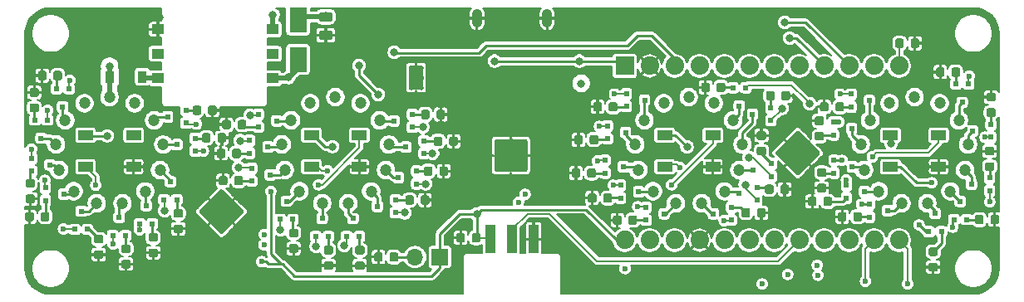
<source format=gbr>
G04 #@! TF.GenerationSoftware,KiCad,Pcbnew,(5.1.4)-1*
G04 #@! TF.CreationDate,2020-01-25T19:49:41-07:00*
G04 #@! TF.ProjectId,PCBV1,50434256-312e-46b6-9963-61645f706362,rev?*
G04 #@! TF.SameCoordinates,Original*
G04 #@! TF.FileFunction,Copper,L1,Top*
G04 #@! TF.FilePolarity,Positive*
%FSLAX46Y46*%
G04 Gerber Fmt 4.6, Leading zero omitted, Abs format (unit mm)*
G04 Created by KiCad (PCBNEW (5.1.4)-1) date 2020-01-25 19:49:41*
%MOMM*%
%LPD*%
G04 APERTURE LIST*
%ADD10C,0.100000*%
%ADD11C,0.875000*%
%ADD12O,1.700000X1.700000*%
%ADD13R,1.700000X1.700000*%
%ADD14R,1.500000X1.000000*%
%ADD15R,1.000000X3.000000*%
%ADD16O,1.050000X1.900000*%
%ADD17C,1.879600*%
%ADD18R,1.879600X1.879600*%
%ADD19R,1.300000X1.000000*%
%ADD20C,3.350000*%
%ADD21C,0.500000*%
%ADD22R,0.900000X1.200000*%
%ADD23R,1.800000X2.500000*%
%ADD24C,0.975000*%
%ADD25C,1.200000*%
%ADD26R,0.600000X0.550000*%
%ADD27R,0.550000X0.600000*%
%ADD28C,1.500000*%
%ADD29C,0.800000*%
%ADD30C,0.600000*%
%ADD31C,0.500000*%
%ADD32C,0.250000*%
%ADD33C,0.200000*%
%ADD34C,0.150000*%
G04 APERTURE END LIST*
D10*
G36*
X139702691Y-53526053D02*
G01*
X139723926Y-53529203D01*
X139744750Y-53534419D01*
X139764962Y-53541651D01*
X139784368Y-53550830D01*
X139802781Y-53561866D01*
X139820024Y-53574654D01*
X139835930Y-53589070D01*
X139850346Y-53604976D01*
X139863134Y-53622219D01*
X139874170Y-53640632D01*
X139883349Y-53660038D01*
X139890581Y-53680250D01*
X139895797Y-53701074D01*
X139898947Y-53722309D01*
X139900000Y-53743750D01*
X139900000Y-54256250D01*
X139898947Y-54277691D01*
X139895797Y-54298926D01*
X139890581Y-54319750D01*
X139883349Y-54339962D01*
X139874170Y-54359368D01*
X139863134Y-54377781D01*
X139850346Y-54395024D01*
X139835930Y-54410930D01*
X139820024Y-54425346D01*
X139802781Y-54438134D01*
X139784368Y-54449170D01*
X139764962Y-54458349D01*
X139744750Y-54465581D01*
X139723926Y-54470797D01*
X139702691Y-54473947D01*
X139681250Y-54475000D01*
X139243750Y-54475000D01*
X139222309Y-54473947D01*
X139201074Y-54470797D01*
X139180250Y-54465581D01*
X139160038Y-54458349D01*
X139140632Y-54449170D01*
X139122219Y-54438134D01*
X139104976Y-54425346D01*
X139089070Y-54410930D01*
X139074654Y-54395024D01*
X139061866Y-54377781D01*
X139050830Y-54359368D01*
X139041651Y-54339962D01*
X139034419Y-54319750D01*
X139029203Y-54298926D01*
X139026053Y-54277691D01*
X139025000Y-54256250D01*
X139025000Y-53743750D01*
X139026053Y-53722309D01*
X139029203Y-53701074D01*
X139034419Y-53680250D01*
X139041651Y-53660038D01*
X139050830Y-53640632D01*
X139061866Y-53622219D01*
X139074654Y-53604976D01*
X139089070Y-53589070D01*
X139104976Y-53574654D01*
X139122219Y-53561866D01*
X139140632Y-53550830D01*
X139160038Y-53541651D01*
X139180250Y-53534419D01*
X139201074Y-53529203D01*
X139222309Y-53526053D01*
X139243750Y-53525000D01*
X139681250Y-53525000D01*
X139702691Y-53526053D01*
X139702691Y-53526053D01*
G37*
D11*
X139462500Y-54000000D03*
D10*
G36*
X141277691Y-53526053D02*
G01*
X141298926Y-53529203D01*
X141319750Y-53534419D01*
X141339962Y-53541651D01*
X141359368Y-53550830D01*
X141377781Y-53561866D01*
X141395024Y-53574654D01*
X141410930Y-53589070D01*
X141425346Y-53604976D01*
X141438134Y-53622219D01*
X141449170Y-53640632D01*
X141458349Y-53660038D01*
X141465581Y-53680250D01*
X141470797Y-53701074D01*
X141473947Y-53722309D01*
X141475000Y-53743750D01*
X141475000Y-54256250D01*
X141473947Y-54277691D01*
X141470797Y-54298926D01*
X141465581Y-54319750D01*
X141458349Y-54339962D01*
X141449170Y-54359368D01*
X141438134Y-54377781D01*
X141425346Y-54395024D01*
X141410930Y-54410930D01*
X141395024Y-54425346D01*
X141377781Y-54438134D01*
X141359368Y-54449170D01*
X141339962Y-54458349D01*
X141319750Y-54465581D01*
X141298926Y-54470797D01*
X141277691Y-54473947D01*
X141256250Y-54475000D01*
X140818750Y-54475000D01*
X140797309Y-54473947D01*
X140776074Y-54470797D01*
X140755250Y-54465581D01*
X140735038Y-54458349D01*
X140715632Y-54449170D01*
X140697219Y-54438134D01*
X140679976Y-54425346D01*
X140664070Y-54410930D01*
X140649654Y-54395024D01*
X140636866Y-54377781D01*
X140625830Y-54359368D01*
X140616651Y-54339962D01*
X140609419Y-54319750D01*
X140604203Y-54298926D01*
X140601053Y-54277691D01*
X140600000Y-54256250D01*
X140600000Y-53743750D01*
X140601053Y-53722309D01*
X140604203Y-53701074D01*
X140609419Y-53680250D01*
X140616651Y-53660038D01*
X140625830Y-53640632D01*
X140636866Y-53622219D01*
X140649654Y-53604976D01*
X140664070Y-53589070D01*
X140679976Y-53574654D01*
X140697219Y-53561866D01*
X140715632Y-53550830D01*
X140735038Y-53541651D01*
X140755250Y-53534419D01*
X140776074Y-53529203D01*
X140797309Y-53526053D01*
X140818750Y-53525000D01*
X141256250Y-53525000D01*
X141277691Y-53526053D01*
X141277691Y-53526053D01*
G37*
D11*
X141037500Y-54000000D03*
D12*
X90110000Y-75825000D03*
D13*
X92650000Y-75825000D03*
D10*
G36*
X86627691Y-75351053D02*
G01*
X86648926Y-75354203D01*
X86669750Y-75359419D01*
X86689962Y-75366651D01*
X86709368Y-75375830D01*
X86727781Y-75386866D01*
X86745024Y-75399654D01*
X86760930Y-75414070D01*
X86775346Y-75429976D01*
X86788134Y-75447219D01*
X86799170Y-75465632D01*
X86808349Y-75485038D01*
X86815581Y-75505250D01*
X86820797Y-75526074D01*
X86823947Y-75547309D01*
X86825000Y-75568750D01*
X86825000Y-76081250D01*
X86823947Y-76102691D01*
X86820797Y-76123926D01*
X86815581Y-76144750D01*
X86808349Y-76164962D01*
X86799170Y-76184368D01*
X86788134Y-76202781D01*
X86775346Y-76220024D01*
X86760930Y-76235930D01*
X86745024Y-76250346D01*
X86727781Y-76263134D01*
X86709368Y-76274170D01*
X86689962Y-76283349D01*
X86669750Y-76290581D01*
X86648926Y-76295797D01*
X86627691Y-76298947D01*
X86606250Y-76300000D01*
X86168750Y-76300000D01*
X86147309Y-76298947D01*
X86126074Y-76295797D01*
X86105250Y-76290581D01*
X86085038Y-76283349D01*
X86065632Y-76274170D01*
X86047219Y-76263134D01*
X86029976Y-76250346D01*
X86014070Y-76235930D01*
X85999654Y-76220024D01*
X85986866Y-76202781D01*
X85975830Y-76184368D01*
X85966651Y-76164962D01*
X85959419Y-76144750D01*
X85954203Y-76123926D01*
X85951053Y-76102691D01*
X85950000Y-76081250D01*
X85950000Y-75568750D01*
X85951053Y-75547309D01*
X85954203Y-75526074D01*
X85959419Y-75505250D01*
X85966651Y-75485038D01*
X85975830Y-75465632D01*
X85986866Y-75447219D01*
X85999654Y-75429976D01*
X86014070Y-75414070D01*
X86029976Y-75399654D01*
X86047219Y-75386866D01*
X86065632Y-75375830D01*
X86085038Y-75366651D01*
X86105250Y-75359419D01*
X86126074Y-75354203D01*
X86147309Y-75351053D01*
X86168750Y-75350000D01*
X86606250Y-75350000D01*
X86627691Y-75351053D01*
X86627691Y-75351053D01*
G37*
D11*
X86387500Y-75825000D03*
D10*
G36*
X88202691Y-75351053D02*
G01*
X88223926Y-75354203D01*
X88244750Y-75359419D01*
X88264962Y-75366651D01*
X88284368Y-75375830D01*
X88302781Y-75386866D01*
X88320024Y-75399654D01*
X88335930Y-75414070D01*
X88350346Y-75429976D01*
X88363134Y-75447219D01*
X88374170Y-75465632D01*
X88383349Y-75485038D01*
X88390581Y-75505250D01*
X88395797Y-75526074D01*
X88398947Y-75547309D01*
X88400000Y-75568750D01*
X88400000Y-76081250D01*
X88398947Y-76102691D01*
X88395797Y-76123926D01*
X88390581Y-76144750D01*
X88383349Y-76164962D01*
X88374170Y-76184368D01*
X88363134Y-76202781D01*
X88350346Y-76220024D01*
X88335930Y-76235930D01*
X88320024Y-76250346D01*
X88302781Y-76263134D01*
X88284368Y-76274170D01*
X88264962Y-76283349D01*
X88244750Y-76290581D01*
X88223926Y-76295797D01*
X88202691Y-76298947D01*
X88181250Y-76300000D01*
X87743750Y-76300000D01*
X87722309Y-76298947D01*
X87701074Y-76295797D01*
X87680250Y-76290581D01*
X87660038Y-76283349D01*
X87640632Y-76274170D01*
X87622219Y-76263134D01*
X87604976Y-76250346D01*
X87589070Y-76235930D01*
X87574654Y-76220024D01*
X87561866Y-76202781D01*
X87550830Y-76184368D01*
X87541651Y-76164962D01*
X87534419Y-76144750D01*
X87529203Y-76123926D01*
X87526053Y-76102691D01*
X87525000Y-76081250D01*
X87525000Y-75568750D01*
X87526053Y-75547309D01*
X87529203Y-75526074D01*
X87534419Y-75505250D01*
X87541651Y-75485038D01*
X87550830Y-75465632D01*
X87561866Y-75447219D01*
X87574654Y-75429976D01*
X87589070Y-75414070D01*
X87604976Y-75399654D01*
X87622219Y-75386866D01*
X87640632Y-75375830D01*
X87660038Y-75366651D01*
X87680250Y-75359419D01*
X87701074Y-75354203D01*
X87722309Y-75351053D01*
X87743750Y-75350000D01*
X88181250Y-75350000D01*
X88202691Y-75351053D01*
X88202691Y-75351053D01*
G37*
D11*
X87962500Y-75825000D03*
D14*
X143450000Y-66600000D03*
X143450000Y-63400000D03*
X138550000Y-66600000D03*
X138550000Y-63400000D03*
X120450000Y-66600000D03*
X120450000Y-63400000D03*
X115550000Y-66600000D03*
X115550000Y-63400000D03*
X84450000Y-66600000D03*
X84450000Y-63400000D03*
X79550000Y-66600000D03*
X79550000Y-63400000D03*
X61450000Y-66600000D03*
X61450000Y-63400000D03*
X56550000Y-66600000D03*
X56550000Y-63400000D03*
D15*
X102200000Y-74000000D03*
X100000000Y-74000000D03*
X97800000Y-74000000D03*
D16*
X103575000Y-51450000D03*
X96425000Y-51450000D03*
D10*
G36*
X96577691Y-73376053D02*
G01*
X96598926Y-73379203D01*
X96619750Y-73384419D01*
X96639962Y-73391651D01*
X96659368Y-73400830D01*
X96677781Y-73411866D01*
X96695024Y-73424654D01*
X96710930Y-73439070D01*
X96725346Y-73454976D01*
X96738134Y-73472219D01*
X96749170Y-73490632D01*
X96758349Y-73510038D01*
X96765581Y-73530250D01*
X96770797Y-73551074D01*
X96773947Y-73572309D01*
X96775000Y-73593750D01*
X96775000Y-74106250D01*
X96773947Y-74127691D01*
X96770797Y-74148926D01*
X96765581Y-74169750D01*
X96758349Y-74189962D01*
X96749170Y-74209368D01*
X96738134Y-74227781D01*
X96725346Y-74245024D01*
X96710930Y-74260930D01*
X96695024Y-74275346D01*
X96677781Y-74288134D01*
X96659368Y-74299170D01*
X96639962Y-74308349D01*
X96619750Y-74315581D01*
X96598926Y-74320797D01*
X96577691Y-74323947D01*
X96556250Y-74325000D01*
X96118750Y-74325000D01*
X96097309Y-74323947D01*
X96076074Y-74320797D01*
X96055250Y-74315581D01*
X96035038Y-74308349D01*
X96015632Y-74299170D01*
X95997219Y-74288134D01*
X95979976Y-74275346D01*
X95964070Y-74260930D01*
X95949654Y-74245024D01*
X95936866Y-74227781D01*
X95925830Y-74209368D01*
X95916651Y-74189962D01*
X95909419Y-74169750D01*
X95904203Y-74148926D01*
X95901053Y-74127691D01*
X95900000Y-74106250D01*
X95900000Y-73593750D01*
X95901053Y-73572309D01*
X95904203Y-73551074D01*
X95909419Y-73530250D01*
X95916651Y-73510038D01*
X95925830Y-73490632D01*
X95936866Y-73472219D01*
X95949654Y-73454976D01*
X95964070Y-73439070D01*
X95979976Y-73424654D01*
X95997219Y-73411866D01*
X96015632Y-73400830D01*
X96035038Y-73391651D01*
X96055250Y-73384419D01*
X96076074Y-73379203D01*
X96097309Y-73376053D01*
X96118750Y-73375000D01*
X96556250Y-73375000D01*
X96577691Y-73376053D01*
X96577691Y-73376053D01*
G37*
D11*
X96337500Y-73850000D03*
D10*
G36*
X95002691Y-73376053D02*
G01*
X95023926Y-73379203D01*
X95044750Y-73384419D01*
X95064962Y-73391651D01*
X95084368Y-73400830D01*
X95102781Y-73411866D01*
X95120024Y-73424654D01*
X95135930Y-73439070D01*
X95150346Y-73454976D01*
X95163134Y-73472219D01*
X95174170Y-73490632D01*
X95183349Y-73510038D01*
X95190581Y-73530250D01*
X95195797Y-73551074D01*
X95198947Y-73572309D01*
X95200000Y-73593750D01*
X95200000Y-74106250D01*
X95198947Y-74127691D01*
X95195797Y-74148926D01*
X95190581Y-74169750D01*
X95183349Y-74189962D01*
X95174170Y-74209368D01*
X95163134Y-74227781D01*
X95150346Y-74245024D01*
X95135930Y-74260930D01*
X95120024Y-74275346D01*
X95102781Y-74288134D01*
X95084368Y-74299170D01*
X95064962Y-74308349D01*
X95044750Y-74315581D01*
X95023926Y-74320797D01*
X95002691Y-74323947D01*
X94981250Y-74325000D01*
X94543750Y-74325000D01*
X94522309Y-74323947D01*
X94501074Y-74320797D01*
X94480250Y-74315581D01*
X94460038Y-74308349D01*
X94440632Y-74299170D01*
X94422219Y-74288134D01*
X94404976Y-74275346D01*
X94389070Y-74260930D01*
X94374654Y-74245024D01*
X94361866Y-74227781D01*
X94350830Y-74209368D01*
X94341651Y-74189962D01*
X94334419Y-74169750D01*
X94329203Y-74148926D01*
X94326053Y-74127691D01*
X94325000Y-74106250D01*
X94325000Y-73593750D01*
X94326053Y-73572309D01*
X94329203Y-73551074D01*
X94334419Y-73530250D01*
X94341651Y-73510038D01*
X94350830Y-73490632D01*
X94361866Y-73472219D01*
X94374654Y-73454976D01*
X94389070Y-73439070D01*
X94404976Y-73424654D01*
X94422219Y-73411866D01*
X94440632Y-73400830D01*
X94460038Y-73391651D01*
X94480250Y-73384419D01*
X94501074Y-73379203D01*
X94522309Y-73376053D01*
X94543750Y-73375000D01*
X94981250Y-73375000D01*
X95002691Y-73376053D01*
X95002691Y-73376053D01*
G37*
D11*
X94762500Y-73850000D03*
D17*
X111470000Y-74100000D03*
X114010000Y-74100000D03*
X116550000Y-74100000D03*
X119090000Y-74100000D03*
X121630000Y-74100000D03*
X124170000Y-74100000D03*
X126710000Y-74100000D03*
X129250000Y-74100000D03*
X131790000Y-74100000D03*
X134330000Y-74100000D03*
X136870000Y-74100000D03*
X139410000Y-74100000D03*
D18*
X111470000Y-56320000D03*
D17*
X114010000Y-56320000D03*
X116550000Y-56320000D03*
X119090000Y-56320000D03*
X121630000Y-56320000D03*
X124170000Y-56320000D03*
X126710000Y-56320000D03*
X129250000Y-56320000D03*
X131790000Y-56320000D03*
X134330000Y-56320000D03*
X136870000Y-56320000D03*
X139410000Y-56320000D03*
D19*
X63925000Y-52575000D03*
X63925000Y-55075000D03*
X63925000Y-57575000D03*
X75585000Y-57575000D03*
X75585000Y-55075000D03*
X75585000Y-52575000D03*
D10*
G36*
X129114504Y-62935950D02*
G01*
X129138773Y-62939550D01*
X129162571Y-62945511D01*
X129185671Y-62953776D01*
X129207849Y-62964266D01*
X129228893Y-62976879D01*
X129248598Y-62991493D01*
X129266777Y-63007969D01*
X131282031Y-65023223D01*
X131298507Y-65041402D01*
X131313121Y-65061107D01*
X131325734Y-65082151D01*
X131336224Y-65104329D01*
X131344489Y-65127429D01*
X131350450Y-65151227D01*
X131354050Y-65175496D01*
X131355254Y-65200000D01*
X131354050Y-65224504D01*
X131350450Y-65248773D01*
X131344489Y-65272571D01*
X131336224Y-65295671D01*
X131325734Y-65317849D01*
X131313121Y-65338893D01*
X131298507Y-65358598D01*
X131282031Y-65376777D01*
X129266777Y-67392031D01*
X129248598Y-67408507D01*
X129228893Y-67423121D01*
X129207849Y-67435734D01*
X129185671Y-67446224D01*
X129162571Y-67454489D01*
X129138773Y-67460450D01*
X129114504Y-67464050D01*
X129090000Y-67465254D01*
X129065496Y-67464050D01*
X129041227Y-67460450D01*
X129017429Y-67454489D01*
X128994329Y-67446224D01*
X128972151Y-67435734D01*
X128951107Y-67423121D01*
X128931402Y-67408507D01*
X128913223Y-67392031D01*
X126897969Y-65376777D01*
X126881493Y-65358598D01*
X126866879Y-65338893D01*
X126854266Y-65317849D01*
X126843776Y-65295671D01*
X126835511Y-65272571D01*
X126829550Y-65248773D01*
X126825950Y-65224504D01*
X126824746Y-65200000D01*
X126825950Y-65175496D01*
X126829550Y-65151227D01*
X126835511Y-65127429D01*
X126843776Y-65104329D01*
X126854266Y-65082151D01*
X126866879Y-65061107D01*
X126881493Y-65041402D01*
X126897969Y-65023223D01*
X128913223Y-63007969D01*
X128931402Y-62991493D01*
X128951107Y-62976879D01*
X128972151Y-62964266D01*
X128994329Y-62953776D01*
X129017429Y-62945511D01*
X129041227Y-62939550D01*
X129065496Y-62935950D01*
X129090000Y-62934746D01*
X129114504Y-62935950D01*
X129114504Y-62935950D01*
G37*
D20*
X129090000Y-65200000D03*
D21*
X131105254Y-65200000D03*
X130433503Y-64528249D03*
X129761751Y-63856497D03*
X129090000Y-63184746D03*
X130433503Y-65871751D03*
X129761751Y-65200000D03*
X129090000Y-64528249D03*
X128418249Y-63856497D03*
X129761751Y-66543503D03*
X129090000Y-65871751D03*
X128418249Y-65200000D03*
X127746497Y-64528249D03*
X129090000Y-67215254D03*
X128418249Y-66543503D03*
X127746497Y-65871751D03*
X127074746Y-65200000D03*
D22*
X62325000Y-57425000D03*
X59025000Y-57425000D03*
D23*
X78200000Y-55650000D03*
X78200000Y-51650000D03*
D10*
G36*
X81505142Y-52701174D02*
G01*
X81528803Y-52704684D01*
X81552007Y-52710496D01*
X81574529Y-52718554D01*
X81596153Y-52728782D01*
X81616670Y-52741079D01*
X81635883Y-52755329D01*
X81653607Y-52771393D01*
X81669671Y-52789117D01*
X81683921Y-52808330D01*
X81696218Y-52828847D01*
X81706446Y-52850471D01*
X81714504Y-52872993D01*
X81720316Y-52896197D01*
X81723826Y-52919858D01*
X81725000Y-52943750D01*
X81725000Y-53431250D01*
X81723826Y-53455142D01*
X81720316Y-53478803D01*
X81714504Y-53502007D01*
X81706446Y-53524529D01*
X81696218Y-53546153D01*
X81683921Y-53566670D01*
X81669671Y-53585883D01*
X81653607Y-53603607D01*
X81635883Y-53619671D01*
X81616670Y-53633921D01*
X81596153Y-53646218D01*
X81574529Y-53656446D01*
X81552007Y-53664504D01*
X81528803Y-53670316D01*
X81505142Y-53673826D01*
X81481250Y-53675000D01*
X80568750Y-53675000D01*
X80544858Y-53673826D01*
X80521197Y-53670316D01*
X80497993Y-53664504D01*
X80475471Y-53656446D01*
X80453847Y-53646218D01*
X80433330Y-53633921D01*
X80414117Y-53619671D01*
X80396393Y-53603607D01*
X80380329Y-53585883D01*
X80366079Y-53566670D01*
X80353782Y-53546153D01*
X80343554Y-53524529D01*
X80335496Y-53502007D01*
X80329684Y-53478803D01*
X80326174Y-53455142D01*
X80325000Y-53431250D01*
X80325000Y-52943750D01*
X80326174Y-52919858D01*
X80329684Y-52896197D01*
X80335496Y-52872993D01*
X80343554Y-52850471D01*
X80353782Y-52828847D01*
X80366079Y-52808330D01*
X80380329Y-52789117D01*
X80396393Y-52771393D01*
X80414117Y-52755329D01*
X80433330Y-52741079D01*
X80453847Y-52728782D01*
X80475471Y-52718554D01*
X80497993Y-52710496D01*
X80521197Y-52704684D01*
X80544858Y-52701174D01*
X80568750Y-52700000D01*
X81481250Y-52700000D01*
X81505142Y-52701174D01*
X81505142Y-52701174D01*
G37*
D24*
X81025000Y-53187500D03*
D10*
G36*
X81505142Y-50826174D02*
G01*
X81528803Y-50829684D01*
X81552007Y-50835496D01*
X81574529Y-50843554D01*
X81596153Y-50853782D01*
X81616670Y-50866079D01*
X81635883Y-50880329D01*
X81653607Y-50896393D01*
X81669671Y-50914117D01*
X81683921Y-50933330D01*
X81696218Y-50953847D01*
X81706446Y-50975471D01*
X81714504Y-50997993D01*
X81720316Y-51021197D01*
X81723826Y-51044858D01*
X81725000Y-51068750D01*
X81725000Y-51556250D01*
X81723826Y-51580142D01*
X81720316Y-51603803D01*
X81714504Y-51627007D01*
X81706446Y-51649529D01*
X81696218Y-51671153D01*
X81683921Y-51691670D01*
X81669671Y-51710883D01*
X81653607Y-51728607D01*
X81635883Y-51744671D01*
X81616670Y-51758921D01*
X81596153Y-51771218D01*
X81574529Y-51781446D01*
X81552007Y-51789504D01*
X81528803Y-51795316D01*
X81505142Y-51798826D01*
X81481250Y-51800000D01*
X80568750Y-51800000D01*
X80544858Y-51798826D01*
X80521197Y-51795316D01*
X80497993Y-51789504D01*
X80475471Y-51781446D01*
X80453847Y-51771218D01*
X80433330Y-51758921D01*
X80414117Y-51744671D01*
X80396393Y-51728607D01*
X80380329Y-51710883D01*
X80366079Y-51691670D01*
X80353782Y-51671153D01*
X80343554Y-51649529D01*
X80335496Y-51627007D01*
X80329684Y-51603803D01*
X80326174Y-51580142D01*
X80325000Y-51556250D01*
X80325000Y-51068750D01*
X80326174Y-51044858D01*
X80329684Y-51021197D01*
X80335496Y-50997993D01*
X80343554Y-50975471D01*
X80353782Y-50953847D01*
X80366079Y-50933330D01*
X80380329Y-50914117D01*
X80396393Y-50896393D01*
X80414117Y-50880329D01*
X80433330Y-50866079D01*
X80453847Y-50853782D01*
X80475471Y-50843554D01*
X80497993Y-50835496D01*
X80521197Y-50829684D01*
X80544858Y-50826174D01*
X80568750Y-50825000D01*
X81481250Y-50825000D01*
X81505142Y-50826174D01*
X81505142Y-50826174D01*
G37*
D24*
X81025000Y-51312500D03*
D25*
X79451872Y-60125880D03*
X77478208Y-61868963D03*
X76540996Y-64329719D03*
X76855058Y-66944112D03*
X78348406Y-69112889D03*
X80678746Y-70338941D03*
X83311934Y-70341239D03*
X85644410Y-69119256D03*
X87141541Y-66953088D03*
X87460165Y-64339247D03*
X86527250Y-61876859D03*
X84556631Y-60130335D03*
X82000000Y-59500000D03*
X56451872Y-60125880D03*
X54478208Y-61868963D03*
X53540996Y-64329719D03*
X53855058Y-66944112D03*
X55348406Y-69112889D03*
X57678746Y-70338941D03*
X60311934Y-70341239D03*
X62644410Y-69119256D03*
X64141541Y-66953088D03*
X64460165Y-64339247D03*
X63527250Y-61876859D03*
X61556631Y-60130335D03*
X59000000Y-59500000D03*
X115451872Y-60125880D03*
X113478208Y-61868963D03*
X112540996Y-64329719D03*
X112855058Y-66944112D03*
X114348406Y-69112889D03*
X116678746Y-70338941D03*
X119311934Y-70341239D03*
X121644410Y-69119256D03*
X123141541Y-66953088D03*
X123460165Y-64339247D03*
X122527250Y-61876859D03*
X120556631Y-60130335D03*
X118000000Y-59500000D03*
X138451872Y-60125880D03*
X136478208Y-61868963D03*
X135540996Y-64329719D03*
X135855058Y-66944112D03*
X137348406Y-69112889D03*
X139678746Y-70338941D03*
X142311934Y-70341239D03*
X144644410Y-69119256D03*
X146141541Y-66953088D03*
X146460165Y-64339247D03*
X145527250Y-61876859D03*
X143556631Y-60130335D03*
X141000000Y-59500000D03*
D26*
X59325000Y-73625000D03*
X60625000Y-73625000D03*
X59975000Y-71775000D03*
D27*
X115500000Y-71400000D03*
X113650000Y-72050000D03*
X113650000Y-70750000D03*
X124500000Y-61250000D03*
X126350000Y-60600000D03*
X126350000Y-61900000D03*
X134550000Y-59200000D03*
X134550000Y-60500000D03*
X136400000Y-59850000D03*
D26*
X146500000Y-58175000D03*
X145200000Y-58175000D03*
X145850000Y-60025000D03*
D27*
X148775000Y-63600000D03*
X148775000Y-62300000D03*
X146925000Y-62950000D03*
X146800000Y-68400000D03*
X148650000Y-67750000D03*
X148650000Y-69050000D03*
D26*
X145000000Y-72000000D03*
X146300000Y-72000000D03*
X145650000Y-70150000D03*
X143100000Y-71375000D03*
X143750000Y-73225000D03*
X142450000Y-73225000D03*
D27*
X136400000Y-70450000D03*
X136400000Y-71750000D03*
X138250000Y-71100000D03*
X134050000Y-68500000D03*
X134050000Y-69800000D03*
X135900000Y-69150000D03*
X132800000Y-65950000D03*
X132800000Y-67250000D03*
X134650000Y-66600000D03*
X132750000Y-62050000D03*
X132750000Y-63350000D03*
X134600000Y-62700000D03*
X113500000Y-59800000D03*
X111650000Y-60450000D03*
X111650000Y-59150000D03*
D26*
X123150000Y-60400000D03*
X122500000Y-58550000D03*
X123800000Y-58550000D03*
D27*
X126425000Y-67600000D03*
X126425000Y-66300000D03*
X124575000Y-66950000D03*
X123100000Y-69350000D03*
X124950000Y-68700000D03*
X124950000Y-70000000D03*
X122350000Y-72050000D03*
X122350000Y-70750000D03*
X120500000Y-71400000D03*
X112900000Y-69150000D03*
X111050000Y-69800000D03*
X111050000Y-68500000D03*
X109475000Y-65950000D03*
X109475000Y-67250000D03*
X111325000Y-66600000D03*
X111575000Y-63100000D03*
X109725000Y-63750000D03*
X109725000Y-62450000D03*
X76025000Y-61925000D03*
X74175000Y-62575000D03*
X74175000Y-61275000D03*
X87975000Y-61925000D03*
X89825000Y-61275000D03*
X89825000Y-62575000D03*
X91025000Y-65250000D03*
X91025000Y-63950000D03*
X89175000Y-64600000D03*
X90275000Y-68350000D03*
X90275000Y-67050000D03*
X88425000Y-67700000D03*
X86275000Y-70650000D03*
X88125000Y-70000000D03*
X88125000Y-71300000D03*
D26*
X83150000Y-73725000D03*
X84450000Y-73725000D03*
X83800000Y-71875000D03*
X80650000Y-71875000D03*
X81300000Y-73725000D03*
X80000000Y-73725000D03*
X77025000Y-70125000D03*
X77675000Y-71975000D03*
X76375000Y-71975000D03*
D27*
X75350000Y-67425000D03*
X73500000Y-68075000D03*
X73500000Y-66775000D03*
X73275000Y-63925000D03*
X73275000Y-65225000D03*
X75125000Y-64575000D03*
D26*
X54225000Y-60500000D03*
X53575000Y-58650000D03*
X54875000Y-58650000D03*
D27*
X66775000Y-62150000D03*
X66775000Y-60850000D03*
X64925000Y-61500000D03*
X65875000Y-64350000D03*
X67725000Y-63700000D03*
X67725000Y-65000000D03*
D26*
X65200000Y-68125000D03*
X65850000Y-69975000D03*
X64550000Y-69975000D03*
X62075000Y-72425000D03*
X63375000Y-72425000D03*
X62725000Y-70575000D03*
X56100000Y-71150000D03*
X56750000Y-73000000D03*
X55450000Y-73000000D03*
D27*
X54325000Y-69400000D03*
X52475000Y-70050000D03*
X52475000Y-68750000D03*
X51075000Y-65750000D03*
X51075000Y-67050000D03*
X52925000Y-66400000D03*
D26*
X52675000Y-61850000D03*
X51375000Y-61850000D03*
X52025000Y-63700000D03*
D10*
G36*
X132040191Y-60026053D02*
G01*
X132061426Y-60029203D01*
X132082250Y-60034419D01*
X132102462Y-60041651D01*
X132121868Y-60050830D01*
X132140281Y-60061866D01*
X132157524Y-60074654D01*
X132173430Y-60089070D01*
X132187846Y-60104976D01*
X132200634Y-60122219D01*
X132211670Y-60140632D01*
X132220849Y-60160038D01*
X132228081Y-60180250D01*
X132233297Y-60201074D01*
X132236447Y-60222309D01*
X132237500Y-60243750D01*
X132237500Y-60756250D01*
X132236447Y-60777691D01*
X132233297Y-60798926D01*
X132228081Y-60819750D01*
X132220849Y-60839962D01*
X132211670Y-60859368D01*
X132200634Y-60877781D01*
X132187846Y-60895024D01*
X132173430Y-60910930D01*
X132157524Y-60925346D01*
X132140281Y-60938134D01*
X132121868Y-60949170D01*
X132102462Y-60958349D01*
X132082250Y-60965581D01*
X132061426Y-60970797D01*
X132040191Y-60973947D01*
X132018750Y-60975000D01*
X131581250Y-60975000D01*
X131559809Y-60973947D01*
X131538574Y-60970797D01*
X131517750Y-60965581D01*
X131497538Y-60958349D01*
X131478132Y-60949170D01*
X131459719Y-60938134D01*
X131442476Y-60925346D01*
X131426570Y-60910930D01*
X131412154Y-60895024D01*
X131399366Y-60877781D01*
X131388330Y-60859368D01*
X131379151Y-60839962D01*
X131371919Y-60819750D01*
X131366703Y-60798926D01*
X131363553Y-60777691D01*
X131362500Y-60756250D01*
X131362500Y-60243750D01*
X131363553Y-60222309D01*
X131366703Y-60201074D01*
X131371919Y-60180250D01*
X131379151Y-60160038D01*
X131388330Y-60140632D01*
X131399366Y-60122219D01*
X131412154Y-60104976D01*
X131426570Y-60089070D01*
X131442476Y-60074654D01*
X131459719Y-60061866D01*
X131478132Y-60050830D01*
X131497538Y-60041651D01*
X131517750Y-60034419D01*
X131538574Y-60029203D01*
X131559809Y-60026053D01*
X131581250Y-60025000D01*
X132018750Y-60025000D01*
X132040191Y-60026053D01*
X132040191Y-60026053D01*
G37*
D11*
X131800000Y-60500000D03*
D10*
G36*
X133615191Y-60026053D02*
G01*
X133636426Y-60029203D01*
X133657250Y-60034419D01*
X133677462Y-60041651D01*
X133696868Y-60050830D01*
X133715281Y-60061866D01*
X133732524Y-60074654D01*
X133748430Y-60089070D01*
X133762846Y-60104976D01*
X133775634Y-60122219D01*
X133786670Y-60140632D01*
X133795849Y-60160038D01*
X133803081Y-60180250D01*
X133808297Y-60201074D01*
X133811447Y-60222309D01*
X133812500Y-60243750D01*
X133812500Y-60756250D01*
X133811447Y-60777691D01*
X133808297Y-60798926D01*
X133803081Y-60819750D01*
X133795849Y-60839962D01*
X133786670Y-60859368D01*
X133775634Y-60877781D01*
X133762846Y-60895024D01*
X133748430Y-60910930D01*
X133732524Y-60925346D01*
X133715281Y-60938134D01*
X133696868Y-60949170D01*
X133677462Y-60958349D01*
X133657250Y-60965581D01*
X133636426Y-60970797D01*
X133615191Y-60973947D01*
X133593750Y-60975000D01*
X133156250Y-60975000D01*
X133134809Y-60973947D01*
X133113574Y-60970797D01*
X133092750Y-60965581D01*
X133072538Y-60958349D01*
X133053132Y-60949170D01*
X133034719Y-60938134D01*
X133017476Y-60925346D01*
X133001570Y-60910930D01*
X132987154Y-60895024D01*
X132974366Y-60877781D01*
X132963330Y-60859368D01*
X132954151Y-60839962D01*
X132946919Y-60819750D01*
X132941703Y-60798926D01*
X132938553Y-60777691D01*
X132937500Y-60756250D01*
X132937500Y-60243750D01*
X132938553Y-60222309D01*
X132941703Y-60201074D01*
X132946919Y-60180250D01*
X132954151Y-60160038D01*
X132963330Y-60140632D01*
X132974366Y-60122219D01*
X132987154Y-60104976D01*
X133001570Y-60089070D01*
X133017476Y-60074654D01*
X133034719Y-60061866D01*
X133053132Y-60050830D01*
X133072538Y-60041651D01*
X133092750Y-60034419D01*
X133113574Y-60029203D01*
X133134809Y-60026053D01*
X133156250Y-60025000D01*
X133593750Y-60025000D01*
X133615191Y-60026053D01*
X133615191Y-60026053D01*
G37*
D11*
X133375000Y-60500000D03*
D10*
G36*
X145440191Y-56476053D02*
G01*
X145461426Y-56479203D01*
X145482250Y-56484419D01*
X145502462Y-56491651D01*
X145521868Y-56500830D01*
X145540281Y-56511866D01*
X145557524Y-56524654D01*
X145573430Y-56539070D01*
X145587846Y-56554976D01*
X145600634Y-56572219D01*
X145611670Y-56590632D01*
X145620849Y-56610038D01*
X145628081Y-56630250D01*
X145633297Y-56651074D01*
X145636447Y-56672309D01*
X145637500Y-56693750D01*
X145637500Y-57206250D01*
X145636447Y-57227691D01*
X145633297Y-57248926D01*
X145628081Y-57269750D01*
X145620849Y-57289962D01*
X145611670Y-57309368D01*
X145600634Y-57327781D01*
X145587846Y-57345024D01*
X145573430Y-57360930D01*
X145557524Y-57375346D01*
X145540281Y-57388134D01*
X145521868Y-57399170D01*
X145502462Y-57408349D01*
X145482250Y-57415581D01*
X145461426Y-57420797D01*
X145440191Y-57423947D01*
X145418750Y-57425000D01*
X144981250Y-57425000D01*
X144959809Y-57423947D01*
X144938574Y-57420797D01*
X144917750Y-57415581D01*
X144897538Y-57408349D01*
X144878132Y-57399170D01*
X144859719Y-57388134D01*
X144842476Y-57375346D01*
X144826570Y-57360930D01*
X144812154Y-57345024D01*
X144799366Y-57327781D01*
X144788330Y-57309368D01*
X144779151Y-57289962D01*
X144771919Y-57269750D01*
X144766703Y-57248926D01*
X144763553Y-57227691D01*
X144762500Y-57206250D01*
X144762500Y-56693750D01*
X144763553Y-56672309D01*
X144766703Y-56651074D01*
X144771919Y-56630250D01*
X144779151Y-56610038D01*
X144788330Y-56590632D01*
X144799366Y-56572219D01*
X144812154Y-56554976D01*
X144826570Y-56539070D01*
X144842476Y-56524654D01*
X144859719Y-56511866D01*
X144878132Y-56500830D01*
X144897538Y-56491651D01*
X144917750Y-56484419D01*
X144938574Y-56479203D01*
X144959809Y-56476053D01*
X144981250Y-56475000D01*
X145418750Y-56475000D01*
X145440191Y-56476053D01*
X145440191Y-56476053D01*
G37*
D11*
X145200000Y-56950000D03*
D10*
G36*
X143865191Y-56476053D02*
G01*
X143886426Y-56479203D01*
X143907250Y-56484419D01*
X143927462Y-56491651D01*
X143946868Y-56500830D01*
X143965281Y-56511866D01*
X143982524Y-56524654D01*
X143998430Y-56539070D01*
X144012846Y-56554976D01*
X144025634Y-56572219D01*
X144036670Y-56590632D01*
X144045849Y-56610038D01*
X144053081Y-56630250D01*
X144058297Y-56651074D01*
X144061447Y-56672309D01*
X144062500Y-56693750D01*
X144062500Y-57206250D01*
X144061447Y-57227691D01*
X144058297Y-57248926D01*
X144053081Y-57269750D01*
X144045849Y-57289962D01*
X144036670Y-57309368D01*
X144025634Y-57327781D01*
X144012846Y-57345024D01*
X143998430Y-57360930D01*
X143982524Y-57375346D01*
X143965281Y-57388134D01*
X143946868Y-57399170D01*
X143927462Y-57408349D01*
X143907250Y-57415581D01*
X143886426Y-57420797D01*
X143865191Y-57423947D01*
X143843750Y-57425000D01*
X143406250Y-57425000D01*
X143384809Y-57423947D01*
X143363574Y-57420797D01*
X143342750Y-57415581D01*
X143322538Y-57408349D01*
X143303132Y-57399170D01*
X143284719Y-57388134D01*
X143267476Y-57375346D01*
X143251570Y-57360930D01*
X143237154Y-57345024D01*
X143224366Y-57327781D01*
X143213330Y-57309368D01*
X143204151Y-57289962D01*
X143196919Y-57269750D01*
X143191703Y-57248926D01*
X143188553Y-57227691D01*
X143187500Y-57206250D01*
X143187500Y-56693750D01*
X143188553Y-56672309D01*
X143191703Y-56651074D01*
X143196919Y-56630250D01*
X143204151Y-56610038D01*
X143213330Y-56590632D01*
X143224366Y-56572219D01*
X143237154Y-56554976D01*
X143251570Y-56539070D01*
X143267476Y-56524654D01*
X143284719Y-56511866D01*
X143303132Y-56500830D01*
X143322538Y-56491651D01*
X143342750Y-56484419D01*
X143363574Y-56479203D01*
X143384809Y-56476053D01*
X143406250Y-56475000D01*
X143843750Y-56475000D01*
X143865191Y-56476053D01*
X143865191Y-56476053D01*
G37*
D11*
X143625000Y-56950000D03*
D10*
G36*
X149077691Y-60638553D02*
G01*
X149098926Y-60641703D01*
X149119750Y-60646919D01*
X149139962Y-60654151D01*
X149159368Y-60663330D01*
X149177781Y-60674366D01*
X149195024Y-60687154D01*
X149210930Y-60701570D01*
X149225346Y-60717476D01*
X149238134Y-60734719D01*
X149249170Y-60753132D01*
X149258349Y-60772538D01*
X149265581Y-60792750D01*
X149270797Y-60813574D01*
X149273947Y-60834809D01*
X149275000Y-60856250D01*
X149275000Y-61293750D01*
X149273947Y-61315191D01*
X149270797Y-61336426D01*
X149265581Y-61357250D01*
X149258349Y-61377462D01*
X149249170Y-61396868D01*
X149238134Y-61415281D01*
X149225346Y-61432524D01*
X149210930Y-61448430D01*
X149195024Y-61462846D01*
X149177781Y-61475634D01*
X149159368Y-61486670D01*
X149139962Y-61495849D01*
X149119750Y-61503081D01*
X149098926Y-61508297D01*
X149077691Y-61511447D01*
X149056250Y-61512500D01*
X148543750Y-61512500D01*
X148522309Y-61511447D01*
X148501074Y-61508297D01*
X148480250Y-61503081D01*
X148460038Y-61495849D01*
X148440632Y-61486670D01*
X148422219Y-61475634D01*
X148404976Y-61462846D01*
X148389070Y-61448430D01*
X148374654Y-61432524D01*
X148361866Y-61415281D01*
X148350830Y-61396868D01*
X148341651Y-61377462D01*
X148334419Y-61357250D01*
X148329203Y-61336426D01*
X148326053Y-61315191D01*
X148325000Y-61293750D01*
X148325000Y-60856250D01*
X148326053Y-60834809D01*
X148329203Y-60813574D01*
X148334419Y-60792750D01*
X148341651Y-60772538D01*
X148350830Y-60753132D01*
X148361866Y-60734719D01*
X148374654Y-60717476D01*
X148389070Y-60701570D01*
X148404976Y-60687154D01*
X148422219Y-60674366D01*
X148440632Y-60663330D01*
X148460038Y-60654151D01*
X148480250Y-60646919D01*
X148501074Y-60641703D01*
X148522309Y-60638553D01*
X148543750Y-60637500D01*
X149056250Y-60637500D01*
X149077691Y-60638553D01*
X149077691Y-60638553D01*
G37*
D11*
X148800000Y-61075000D03*
D10*
G36*
X149077691Y-59063553D02*
G01*
X149098926Y-59066703D01*
X149119750Y-59071919D01*
X149139962Y-59079151D01*
X149159368Y-59088330D01*
X149177781Y-59099366D01*
X149195024Y-59112154D01*
X149210930Y-59126570D01*
X149225346Y-59142476D01*
X149238134Y-59159719D01*
X149249170Y-59178132D01*
X149258349Y-59197538D01*
X149265581Y-59217750D01*
X149270797Y-59238574D01*
X149273947Y-59259809D01*
X149275000Y-59281250D01*
X149275000Y-59718750D01*
X149273947Y-59740191D01*
X149270797Y-59761426D01*
X149265581Y-59782250D01*
X149258349Y-59802462D01*
X149249170Y-59821868D01*
X149238134Y-59840281D01*
X149225346Y-59857524D01*
X149210930Y-59873430D01*
X149195024Y-59887846D01*
X149177781Y-59900634D01*
X149159368Y-59911670D01*
X149139962Y-59920849D01*
X149119750Y-59928081D01*
X149098926Y-59933297D01*
X149077691Y-59936447D01*
X149056250Y-59937500D01*
X148543750Y-59937500D01*
X148522309Y-59936447D01*
X148501074Y-59933297D01*
X148480250Y-59928081D01*
X148460038Y-59920849D01*
X148440632Y-59911670D01*
X148422219Y-59900634D01*
X148404976Y-59887846D01*
X148389070Y-59873430D01*
X148374654Y-59857524D01*
X148361866Y-59840281D01*
X148350830Y-59821868D01*
X148341651Y-59802462D01*
X148334419Y-59782250D01*
X148329203Y-59761426D01*
X148326053Y-59740191D01*
X148325000Y-59718750D01*
X148325000Y-59281250D01*
X148326053Y-59259809D01*
X148329203Y-59238574D01*
X148334419Y-59217750D01*
X148341651Y-59197538D01*
X148350830Y-59178132D01*
X148361866Y-59159719D01*
X148374654Y-59142476D01*
X148389070Y-59126570D01*
X148404976Y-59112154D01*
X148422219Y-59099366D01*
X148440632Y-59088330D01*
X148460038Y-59079151D01*
X148480250Y-59071919D01*
X148501074Y-59066703D01*
X148522309Y-59063553D01*
X148543750Y-59062500D01*
X149056250Y-59062500D01*
X149077691Y-59063553D01*
X149077691Y-59063553D01*
G37*
D11*
X148800000Y-59500000D03*
D10*
G36*
X148927691Y-64576053D02*
G01*
X148948926Y-64579203D01*
X148969750Y-64584419D01*
X148989962Y-64591651D01*
X149009368Y-64600830D01*
X149027781Y-64611866D01*
X149045024Y-64624654D01*
X149060930Y-64639070D01*
X149075346Y-64654976D01*
X149088134Y-64672219D01*
X149099170Y-64690632D01*
X149108349Y-64710038D01*
X149115581Y-64730250D01*
X149120797Y-64751074D01*
X149123947Y-64772309D01*
X149125000Y-64793750D01*
X149125000Y-65231250D01*
X149123947Y-65252691D01*
X149120797Y-65273926D01*
X149115581Y-65294750D01*
X149108349Y-65314962D01*
X149099170Y-65334368D01*
X149088134Y-65352781D01*
X149075346Y-65370024D01*
X149060930Y-65385930D01*
X149045024Y-65400346D01*
X149027781Y-65413134D01*
X149009368Y-65424170D01*
X148989962Y-65433349D01*
X148969750Y-65440581D01*
X148948926Y-65445797D01*
X148927691Y-65448947D01*
X148906250Y-65450000D01*
X148393750Y-65450000D01*
X148372309Y-65448947D01*
X148351074Y-65445797D01*
X148330250Y-65440581D01*
X148310038Y-65433349D01*
X148290632Y-65424170D01*
X148272219Y-65413134D01*
X148254976Y-65400346D01*
X148239070Y-65385930D01*
X148224654Y-65370024D01*
X148211866Y-65352781D01*
X148200830Y-65334368D01*
X148191651Y-65314962D01*
X148184419Y-65294750D01*
X148179203Y-65273926D01*
X148176053Y-65252691D01*
X148175000Y-65231250D01*
X148175000Y-64793750D01*
X148176053Y-64772309D01*
X148179203Y-64751074D01*
X148184419Y-64730250D01*
X148191651Y-64710038D01*
X148200830Y-64690632D01*
X148211866Y-64672219D01*
X148224654Y-64654976D01*
X148239070Y-64639070D01*
X148254976Y-64624654D01*
X148272219Y-64611866D01*
X148290632Y-64600830D01*
X148310038Y-64591651D01*
X148330250Y-64584419D01*
X148351074Y-64579203D01*
X148372309Y-64576053D01*
X148393750Y-64575000D01*
X148906250Y-64575000D01*
X148927691Y-64576053D01*
X148927691Y-64576053D01*
G37*
D11*
X148650000Y-65012500D03*
D10*
G36*
X148927691Y-66151053D02*
G01*
X148948926Y-66154203D01*
X148969750Y-66159419D01*
X148989962Y-66166651D01*
X149009368Y-66175830D01*
X149027781Y-66186866D01*
X149045024Y-66199654D01*
X149060930Y-66214070D01*
X149075346Y-66229976D01*
X149088134Y-66247219D01*
X149099170Y-66265632D01*
X149108349Y-66285038D01*
X149115581Y-66305250D01*
X149120797Y-66326074D01*
X149123947Y-66347309D01*
X149125000Y-66368750D01*
X149125000Y-66806250D01*
X149123947Y-66827691D01*
X149120797Y-66848926D01*
X149115581Y-66869750D01*
X149108349Y-66889962D01*
X149099170Y-66909368D01*
X149088134Y-66927781D01*
X149075346Y-66945024D01*
X149060930Y-66960930D01*
X149045024Y-66975346D01*
X149027781Y-66988134D01*
X149009368Y-66999170D01*
X148989962Y-67008349D01*
X148969750Y-67015581D01*
X148948926Y-67020797D01*
X148927691Y-67023947D01*
X148906250Y-67025000D01*
X148393750Y-67025000D01*
X148372309Y-67023947D01*
X148351074Y-67020797D01*
X148330250Y-67015581D01*
X148310038Y-67008349D01*
X148290632Y-66999170D01*
X148272219Y-66988134D01*
X148254976Y-66975346D01*
X148239070Y-66960930D01*
X148224654Y-66945024D01*
X148211866Y-66927781D01*
X148200830Y-66909368D01*
X148191651Y-66889962D01*
X148184419Y-66869750D01*
X148179203Y-66848926D01*
X148176053Y-66827691D01*
X148175000Y-66806250D01*
X148175000Y-66368750D01*
X148176053Y-66347309D01*
X148179203Y-66326074D01*
X148184419Y-66305250D01*
X148191651Y-66285038D01*
X148200830Y-66265632D01*
X148211866Y-66247219D01*
X148224654Y-66229976D01*
X148239070Y-66214070D01*
X148254976Y-66199654D01*
X148272219Y-66186866D01*
X148290632Y-66175830D01*
X148310038Y-66166651D01*
X148330250Y-66159419D01*
X148351074Y-66154203D01*
X148372309Y-66151053D01*
X148393750Y-66150000D01*
X148906250Y-66150000D01*
X148927691Y-66151053D01*
X148927691Y-66151053D01*
G37*
D11*
X148650000Y-66587500D03*
D10*
G36*
X147840191Y-71526053D02*
G01*
X147861426Y-71529203D01*
X147882250Y-71534419D01*
X147902462Y-71541651D01*
X147921868Y-71550830D01*
X147940281Y-71561866D01*
X147957524Y-71574654D01*
X147973430Y-71589070D01*
X147987846Y-71604976D01*
X148000634Y-71622219D01*
X148011670Y-71640632D01*
X148020849Y-71660038D01*
X148028081Y-71680250D01*
X148033297Y-71701074D01*
X148036447Y-71722309D01*
X148037500Y-71743750D01*
X148037500Y-72256250D01*
X148036447Y-72277691D01*
X148033297Y-72298926D01*
X148028081Y-72319750D01*
X148020849Y-72339962D01*
X148011670Y-72359368D01*
X148000634Y-72377781D01*
X147987846Y-72395024D01*
X147973430Y-72410930D01*
X147957524Y-72425346D01*
X147940281Y-72438134D01*
X147921868Y-72449170D01*
X147902462Y-72458349D01*
X147882250Y-72465581D01*
X147861426Y-72470797D01*
X147840191Y-72473947D01*
X147818750Y-72475000D01*
X147381250Y-72475000D01*
X147359809Y-72473947D01*
X147338574Y-72470797D01*
X147317750Y-72465581D01*
X147297538Y-72458349D01*
X147278132Y-72449170D01*
X147259719Y-72438134D01*
X147242476Y-72425346D01*
X147226570Y-72410930D01*
X147212154Y-72395024D01*
X147199366Y-72377781D01*
X147188330Y-72359368D01*
X147179151Y-72339962D01*
X147171919Y-72319750D01*
X147166703Y-72298926D01*
X147163553Y-72277691D01*
X147162500Y-72256250D01*
X147162500Y-71743750D01*
X147163553Y-71722309D01*
X147166703Y-71701074D01*
X147171919Y-71680250D01*
X147179151Y-71660038D01*
X147188330Y-71640632D01*
X147199366Y-71622219D01*
X147212154Y-71604976D01*
X147226570Y-71589070D01*
X147242476Y-71574654D01*
X147259719Y-71561866D01*
X147278132Y-71550830D01*
X147297538Y-71541651D01*
X147317750Y-71534419D01*
X147338574Y-71529203D01*
X147359809Y-71526053D01*
X147381250Y-71525000D01*
X147818750Y-71525000D01*
X147840191Y-71526053D01*
X147840191Y-71526053D01*
G37*
D11*
X147600000Y-72000000D03*
D10*
G36*
X149415191Y-71526053D02*
G01*
X149436426Y-71529203D01*
X149457250Y-71534419D01*
X149477462Y-71541651D01*
X149496868Y-71550830D01*
X149515281Y-71561866D01*
X149532524Y-71574654D01*
X149548430Y-71589070D01*
X149562846Y-71604976D01*
X149575634Y-71622219D01*
X149586670Y-71640632D01*
X149595849Y-71660038D01*
X149603081Y-71680250D01*
X149608297Y-71701074D01*
X149611447Y-71722309D01*
X149612500Y-71743750D01*
X149612500Y-72256250D01*
X149611447Y-72277691D01*
X149608297Y-72298926D01*
X149603081Y-72319750D01*
X149595849Y-72339962D01*
X149586670Y-72359368D01*
X149575634Y-72377781D01*
X149562846Y-72395024D01*
X149548430Y-72410930D01*
X149532524Y-72425346D01*
X149515281Y-72438134D01*
X149496868Y-72449170D01*
X149477462Y-72458349D01*
X149457250Y-72465581D01*
X149436426Y-72470797D01*
X149415191Y-72473947D01*
X149393750Y-72475000D01*
X148956250Y-72475000D01*
X148934809Y-72473947D01*
X148913574Y-72470797D01*
X148892750Y-72465581D01*
X148872538Y-72458349D01*
X148853132Y-72449170D01*
X148834719Y-72438134D01*
X148817476Y-72425346D01*
X148801570Y-72410930D01*
X148787154Y-72395024D01*
X148774366Y-72377781D01*
X148763330Y-72359368D01*
X148754151Y-72339962D01*
X148746919Y-72319750D01*
X148741703Y-72298926D01*
X148738553Y-72277691D01*
X148737500Y-72256250D01*
X148737500Y-71743750D01*
X148738553Y-71722309D01*
X148741703Y-71701074D01*
X148746919Y-71680250D01*
X148754151Y-71660038D01*
X148763330Y-71640632D01*
X148774366Y-71622219D01*
X148787154Y-71604976D01*
X148801570Y-71589070D01*
X148817476Y-71574654D01*
X148834719Y-71561866D01*
X148853132Y-71550830D01*
X148872538Y-71541651D01*
X148892750Y-71534419D01*
X148913574Y-71529203D01*
X148934809Y-71526053D01*
X148956250Y-71525000D01*
X149393750Y-71525000D01*
X149415191Y-71526053D01*
X149415191Y-71526053D01*
G37*
D11*
X149175000Y-72000000D03*
D10*
G36*
X143177691Y-76413553D02*
G01*
X143198926Y-76416703D01*
X143219750Y-76421919D01*
X143239962Y-76429151D01*
X143259368Y-76438330D01*
X143277781Y-76449366D01*
X143295024Y-76462154D01*
X143310930Y-76476570D01*
X143325346Y-76492476D01*
X143338134Y-76509719D01*
X143349170Y-76528132D01*
X143358349Y-76547538D01*
X143365581Y-76567750D01*
X143370797Y-76588574D01*
X143373947Y-76609809D01*
X143375000Y-76631250D01*
X143375000Y-77068750D01*
X143373947Y-77090191D01*
X143370797Y-77111426D01*
X143365581Y-77132250D01*
X143358349Y-77152462D01*
X143349170Y-77171868D01*
X143338134Y-77190281D01*
X143325346Y-77207524D01*
X143310930Y-77223430D01*
X143295024Y-77237846D01*
X143277781Y-77250634D01*
X143259368Y-77261670D01*
X143239962Y-77270849D01*
X143219750Y-77278081D01*
X143198926Y-77283297D01*
X143177691Y-77286447D01*
X143156250Y-77287500D01*
X142643750Y-77287500D01*
X142622309Y-77286447D01*
X142601074Y-77283297D01*
X142580250Y-77278081D01*
X142560038Y-77270849D01*
X142540632Y-77261670D01*
X142522219Y-77250634D01*
X142504976Y-77237846D01*
X142489070Y-77223430D01*
X142474654Y-77207524D01*
X142461866Y-77190281D01*
X142450830Y-77171868D01*
X142441651Y-77152462D01*
X142434419Y-77132250D01*
X142429203Y-77111426D01*
X142426053Y-77090191D01*
X142425000Y-77068750D01*
X142425000Y-76631250D01*
X142426053Y-76609809D01*
X142429203Y-76588574D01*
X142434419Y-76567750D01*
X142441651Y-76547538D01*
X142450830Y-76528132D01*
X142461866Y-76509719D01*
X142474654Y-76492476D01*
X142489070Y-76476570D01*
X142504976Y-76462154D01*
X142522219Y-76449366D01*
X142540632Y-76438330D01*
X142560038Y-76429151D01*
X142580250Y-76421919D01*
X142601074Y-76416703D01*
X142622309Y-76413553D01*
X142643750Y-76412500D01*
X143156250Y-76412500D01*
X143177691Y-76413553D01*
X143177691Y-76413553D01*
G37*
D11*
X142900000Y-76850000D03*
D10*
G36*
X143177691Y-74838553D02*
G01*
X143198926Y-74841703D01*
X143219750Y-74846919D01*
X143239962Y-74854151D01*
X143259368Y-74863330D01*
X143277781Y-74874366D01*
X143295024Y-74887154D01*
X143310930Y-74901570D01*
X143325346Y-74917476D01*
X143338134Y-74934719D01*
X143349170Y-74953132D01*
X143358349Y-74972538D01*
X143365581Y-74992750D01*
X143370797Y-75013574D01*
X143373947Y-75034809D01*
X143375000Y-75056250D01*
X143375000Y-75493750D01*
X143373947Y-75515191D01*
X143370797Y-75536426D01*
X143365581Y-75557250D01*
X143358349Y-75577462D01*
X143349170Y-75596868D01*
X143338134Y-75615281D01*
X143325346Y-75632524D01*
X143310930Y-75648430D01*
X143295024Y-75662846D01*
X143277781Y-75675634D01*
X143259368Y-75686670D01*
X143239962Y-75695849D01*
X143219750Y-75703081D01*
X143198926Y-75708297D01*
X143177691Y-75711447D01*
X143156250Y-75712500D01*
X142643750Y-75712500D01*
X142622309Y-75711447D01*
X142601074Y-75708297D01*
X142580250Y-75703081D01*
X142560038Y-75695849D01*
X142540632Y-75686670D01*
X142522219Y-75675634D01*
X142504976Y-75662846D01*
X142489070Y-75648430D01*
X142474654Y-75632524D01*
X142461866Y-75615281D01*
X142450830Y-75596868D01*
X142441651Y-75577462D01*
X142434419Y-75557250D01*
X142429203Y-75536426D01*
X142426053Y-75515191D01*
X142425000Y-75493750D01*
X142425000Y-75056250D01*
X142426053Y-75034809D01*
X142429203Y-75013574D01*
X142434419Y-74992750D01*
X142441651Y-74972538D01*
X142450830Y-74953132D01*
X142461866Y-74934719D01*
X142474654Y-74917476D01*
X142489070Y-74901570D01*
X142504976Y-74887154D01*
X142522219Y-74874366D01*
X142540632Y-74863330D01*
X142560038Y-74854151D01*
X142580250Y-74846919D01*
X142601074Y-74841703D01*
X142622309Y-74838553D01*
X142643750Y-74837500D01*
X143156250Y-74837500D01*
X143177691Y-74838553D01*
X143177691Y-74838553D01*
G37*
D11*
X142900000Y-75275000D03*
D10*
G36*
X133865191Y-71226053D02*
G01*
X133886426Y-71229203D01*
X133907250Y-71234419D01*
X133927462Y-71241651D01*
X133946868Y-71250830D01*
X133965281Y-71261866D01*
X133982524Y-71274654D01*
X133998430Y-71289070D01*
X134012846Y-71304976D01*
X134025634Y-71322219D01*
X134036670Y-71340632D01*
X134045849Y-71360038D01*
X134053081Y-71380250D01*
X134058297Y-71401074D01*
X134061447Y-71422309D01*
X134062500Y-71443750D01*
X134062500Y-71956250D01*
X134061447Y-71977691D01*
X134058297Y-71998926D01*
X134053081Y-72019750D01*
X134045849Y-72039962D01*
X134036670Y-72059368D01*
X134025634Y-72077781D01*
X134012846Y-72095024D01*
X133998430Y-72110930D01*
X133982524Y-72125346D01*
X133965281Y-72138134D01*
X133946868Y-72149170D01*
X133927462Y-72158349D01*
X133907250Y-72165581D01*
X133886426Y-72170797D01*
X133865191Y-72173947D01*
X133843750Y-72175000D01*
X133406250Y-72175000D01*
X133384809Y-72173947D01*
X133363574Y-72170797D01*
X133342750Y-72165581D01*
X133322538Y-72158349D01*
X133303132Y-72149170D01*
X133284719Y-72138134D01*
X133267476Y-72125346D01*
X133251570Y-72110930D01*
X133237154Y-72095024D01*
X133224366Y-72077781D01*
X133213330Y-72059368D01*
X133204151Y-72039962D01*
X133196919Y-72019750D01*
X133191703Y-71998926D01*
X133188553Y-71977691D01*
X133187500Y-71956250D01*
X133187500Y-71443750D01*
X133188553Y-71422309D01*
X133191703Y-71401074D01*
X133196919Y-71380250D01*
X133204151Y-71360038D01*
X133213330Y-71340632D01*
X133224366Y-71322219D01*
X133237154Y-71304976D01*
X133251570Y-71289070D01*
X133267476Y-71274654D01*
X133284719Y-71261866D01*
X133303132Y-71250830D01*
X133322538Y-71241651D01*
X133342750Y-71234419D01*
X133363574Y-71229203D01*
X133384809Y-71226053D01*
X133406250Y-71225000D01*
X133843750Y-71225000D01*
X133865191Y-71226053D01*
X133865191Y-71226053D01*
G37*
D11*
X133625000Y-71700000D03*
D10*
G36*
X135440191Y-71226053D02*
G01*
X135461426Y-71229203D01*
X135482250Y-71234419D01*
X135502462Y-71241651D01*
X135521868Y-71250830D01*
X135540281Y-71261866D01*
X135557524Y-71274654D01*
X135573430Y-71289070D01*
X135587846Y-71304976D01*
X135600634Y-71322219D01*
X135611670Y-71340632D01*
X135620849Y-71360038D01*
X135628081Y-71380250D01*
X135633297Y-71401074D01*
X135636447Y-71422309D01*
X135637500Y-71443750D01*
X135637500Y-71956250D01*
X135636447Y-71977691D01*
X135633297Y-71998926D01*
X135628081Y-72019750D01*
X135620849Y-72039962D01*
X135611670Y-72059368D01*
X135600634Y-72077781D01*
X135587846Y-72095024D01*
X135573430Y-72110930D01*
X135557524Y-72125346D01*
X135540281Y-72138134D01*
X135521868Y-72149170D01*
X135502462Y-72158349D01*
X135482250Y-72165581D01*
X135461426Y-72170797D01*
X135440191Y-72173947D01*
X135418750Y-72175000D01*
X134981250Y-72175000D01*
X134959809Y-72173947D01*
X134938574Y-72170797D01*
X134917750Y-72165581D01*
X134897538Y-72158349D01*
X134878132Y-72149170D01*
X134859719Y-72138134D01*
X134842476Y-72125346D01*
X134826570Y-72110930D01*
X134812154Y-72095024D01*
X134799366Y-72077781D01*
X134788330Y-72059368D01*
X134779151Y-72039962D01*
X134771919Y-72019750D01*
X134766703Y-71998926D01*
X134763553Y-71977691D01*
X134762500Y-71956250D01*
X134762500Y-71443750D01*
X134763553Y-71422309D01*
X134766703Y-71401074D01*
X134771919Y-71380250D01*
X134779151Y-71360038D01*
X134788330Y-71340632D01*
X134799366Y-71322219D01*
X134812154Y-71304976D01*
X134826570Y-71289070D01*
X134842476Y-71274654D01*
X134859719Y-71261866D01*
X134878132Y-71250830D01*
X134897538Y-71241651D01*
X134917750Y-71234419D01*
X134938574Y-71229203D01*
X134959809Y-71226053D01*
X134981250Y-71225000D01*
X135418750Y-71225000D01*
X135440191Y-71226053D01*
X135440191Y-71226053D01*
G37*
D11*
X135200000Y-71700000D03*
D10*
G36*
X132390191Y-69676053D02*
G01*
X132411426Y-69679203D01*
X132432250Y-69684419D01*
X132452462Y-69691651D01*
X132471868Y-69700830D01*
X132490281Y-69711866D01*
X132507524Y-69724654D01*
X132523430Y-69739070D01*
X132537846Y-69754976D01*
X132550634Y-69772219D01*
X132561670Y-69790632D01*
X132570849Y-69810038D01*
X132578081Y-69830250D01*
X132583297Y-69851074D01*
X132586447Y-69872309D01*
X132587500Y-69893750D01*
X132587500Y-70406250D01*
X132586447Y-70427691D01*
X132583297Y-70448926D01*
X132578081Y-70469750D01*
X132570849Y-70489962D01*
X132561670Y-70509368D01*
X132550634Y-70527781D01*
X132537846Y-70545024D01*
X132523430Y-70560930D01*
X132507524Y-70575346D01*
X132490281Y-70588134D01*
X132471868Y-70599170D01*
X132452462Y-70608349D01*
X132432250Y-70615581D01*
X132411426Y-70620797D01*
X132390191Y-70623947D01*
X132368750Y-70625000D01*
X131931250Y-70625000D01*
X131909809Y-70623947D01*
X131888574Y-70620797D01*
X131867750Y-70615581D01*
X131847538Y-70608349D01*
X131828132Y-70599170D01*
X131809719Y-70588134D01*
X131792476Y-70575346D01*
X131776570Y-70560930D01*
X131762154Y-70545024D01*
X131749366Y-70527781D01*
X131738330Y-70509368D01*
X131729151Y-70489962D01*
X131721919Y-70469750D01*
X131716703Y-70448926D01*
X131713553Y-70427691D01*
X131712500Y-70406250D01*
X131712500Y-69893750D01*
X131713553Y-69872309D01*
X131716703Y-69851074D01*
X131721919Y-69830250D01*
X131729151Y-69810038D01*
X131738330Y-69790632D01*
X131749366Y-69772219D01*
X131762154Y-69754976D01*
X131776570Y-69739070D01*
X131792476Y-69724654D01*
X131809719Y-69711866D01*
X131828132Y-69700830D01*
X131847538Y-69691651D01*
X131867750Y-69684419D01*
X131888574Y-69679203D01*
X131909809Y-69676053D01*
X131931250Y-69675000D01*
X132368750Y-69675000D01*
X132390191Y-69676053D01*
X132390191Y-69676053D01*
G37*
D11*
X132150000Y-70150000D03*
D10*
G36*
X130815191Y-69676053D02*
G01*
X130836426Y-69679203D01*
X130857250Y-69684419D01*
X130877462Y-69691651D01*
X130896868Y-69700830D01*
X130915281Y-69711866D01*
X130932524Y-69724654D01*
X130948430Y-69739070D01*
X130962846Y-69754976D01*
X130975634Y-69772219D01*
X130986670Y-69790632D01*
X130995849Y-69810038D01*
X131003081Y-69830250D01*
X131008297Y-69851074D01*
X131011447Y-69872309D01*
X131012500Y-69893750D01*
X131012500Y-70406250D01*
X131011447Y-70427691D01*
X131008297Y-70448926D01*
X131003081Y-70469750D01*
X130995849Y-70489962D01*
X130986670Y-70509368D01*
X130975634Y-70527781D01*
X130962846Y-70545024D01*
X130948430Y-70560930D01*
X130932524Y-70575346D01*
X130915281Y-70588134D01*
X130896868Y-70599170D01*
X130877462Y-70608349D01*
X130857250Y-70615581D01*
X130836426Y-70620797D01*
X130815191Y-70623947D01*
X130793750Y-70625000D01*
X130356250Y-70625000D01*
X130334809Y-70623947D01*
X130313574Y-70620797D01*
X130292750Y-70615581D01*
X130272538Y-70608349D01*
X130253132Y-70599170D01*
X130234719Y-70588134D01*
X130217476Y-70575346D01*
X130201570Y-70560930D01*
X130187154Y-70545024D01*
X130174366Y-70527781D01*
X130163330Y-70509368D01*
X130154151Y-70489962D01*
X130146919Y-70469750D01*
X130141703Y-70448926D01*
X130138553Y-70427691D01*
X130137500Y-70406250D01*
X130137500Y-69893750D01*
X130138553Y-69872309D01*
X130141703Y-69851074D01*
X130146919Y-69830250D01*
X130154151Y-69810038D01*
X130163330Y-69790632D01*
X130174366Y-69772219D01*
X130187154Y-69754976D01*
X130201570Y-69739070D01*
X130217476Y-69724654D01*
X130234719Y-69711866D01*
X130253132Y-69700830D01*
X130272538Y-69691651D01*
X130292750Y-69684419D01*
X130313574Y-69679203D01*
X130334809Y-69676053D01*
X130356250Y-69675000D01*
X130793750Y-69675000D01*
X130815191Y-69676053D01*
X130815191Y-69676053D01*
G37*
D11*
X130575000Y-70150000D03*
D10*
G36*
X131827691Y-66763553D02*
G01*
X131848926Y-66766703D01*
X131869750Y-66771919D01*
X131889962Y-66779151D01*
X131909368Y-66788330D01*
X131927781Y-66799366D01*
X131945024Y-66812154D01*
X131960930Y-66826570D01*
X131975346Y-66842476D01*
X131988134Y-66859719D01*
X131999170Y-66878132D01*
X132008349Y-66897538D01*
X132015581Y-66917750D01*
X132020797Y-66938574D01*
X132023947Y-66959809D01*
X132025000Y-66981250D01*
X132025000Y-67418750D01*
X132023947Y-67440191D01*
X132020797Y-67461426D01*
X132015581Y-67482250D01*
X132008349Y-67502462D01*
X131999170Y-67521868D01*
X131988134Y-67540281D01*
X131975346Y-67557524D01*
X131960930Y-67573430D01*
X131945024Y-67587846D01*
X131927781Y-67600634D01*
X131909368Y-67611670D01*
X131889962Y-67620849D01*
X131869750Y-67628081D01*
X131848926Y-67633297D01*
X131827691Y-67636447D01*
X131806250Y-67637500D01*
X131293750Y-67637500D01*
X131272309Y-67636447D01*
X131251074Y-67633297D01*
X131230250Y-67628081D01*
X131210038Y-67620849D01*
X131190632Y-67611670D01*
X131172219Y-67600634D01*
X131154976Y-67587846D01*
X131139070Y-67573430D01*
X131124654Y-67557524D01*
X131111866Y-67540281D01*
X131100830Y-67521868D01*
X131091651Y-67502462D01*
X131084419Y-67482250D01*
X131079203Y-67461426D01*
X131076053Y-67440191D01*
X131075000Y-67418750D01*
X131075000Y-66981250D01*
X131076053Y-66959809D01*
X131079203Y-66938574D01*
X131084419Y-66917750D01*
X131091651Y-66897538D01*
X131100830Y-66878132D01*
X131111866Y-66859719D01*
X131124654Y-66842476D01*
X131139070Y-66826570D01*
X131154976Y-66812154D01*
X131172219Y-66799366D01*
X131190632Y-66788330D01*
X131210038Y-66779151D01*
X131230250Y-66771919D01*
X131251074Y-66766703D01*
X131272309Y-66763553D01*
X131293750Y-66762500D01*
X131806250Y-66762500D01*
X131827691Y-66763553D01*
X131827691Y-66763553D01*
G37*
D11*
X131550000Y-67200000D03*
D10*
G36*
X131827691Y-68338553D02*
G01*
X131848926Y-68341703D01*
X131869750Y-68346919D01*
X131889962Y-68354151D01*
X131909368Y-68363330D01*
X131927781Y-68374366D01*
X131945024Y-68387154D01*
X131960930Y-68401570D01*
X131975346Y-68417476D01*
X131988134Y-68434719D01*
X131999170Y-68453132D01*
X132008349Y-68472538D01*
X132015581Y-68492750D01*
X132020797Y-68513574D01*
X132023947Y-68534809D01*
X132025000Y-68556250D01*
X132025000Y-68993750D01*
X132023947Y-69015191D01*
X132020797Y-69036426D01*
X132015581Y-69057250D01*
X132008349Y-69077462D01*
X131999170Y-69096868D01*
X131988134Y-69115281D01*
X131975346Y-69132524D01*
X131960930Y-69148430D01*
X131945024Y-69162846D01*
X131927781Y-69175634D01*
X131909368Y-69186670D01*
X131889962Y-69195849D01*
X131869750Y-69203081D01*
X131848926Y-69208297D01*
X131827691Y-69211447D01*
X131806250Y-69212500D01*
X131293750Y-69212500D01*
X131272309Y-69211447D01*
X131251074Y-69208297D01*
X131230250Y-69203081D01*
X131210038Y-69195849D01*
X131190632Y-69186670D01*
X131172219Y-69175634D01*
X131154976Y-69162846D01*
X131139070Y-69148430D01*
X131124654Y-69132524D01*
X131111866Y-69115281D01*
X131100830Y-69096868D01*
X131091651Y-69077462D01*
X131084419Y-69057250D01*
X131079203Y-69036426D01*
X131076053Y-69015191D01*
X131075000Y-68993750D01*
X131075000Y-68556250D01*
X131076053Y-68534809D01*
X131079203Y-68513574D01*
X131084419Y-68492750D01*
X131091651Y-68472538D01*
X131100830Y-68453132D01*
X131111866Y-68434719D01*
X131124654Y-68417476D01*
X131139070Y-68401570D01*
X131154976Y-68387154D01*
X131172219Y-68374366D01*
X131190632Y-68363330D01*
X131210038Y-68354151D01*
X131230250Y-68346919D01*
X131251074Y-68341703D01*
X131272309Y-68338553D01*
X131293750Y-68337500D01*
X131806250Y-68337500D01*
X131827691Y-68338553D01*
X131827691Y-68338553D01*
G37*
D11*
X131550000Y-68775000D03*
D10*
G36*
X131577691Y-63051053D02*
G01*
X131598926Y-63054203D01*
X131619750Y-63059419D01*
X131639962Y-63066651D01*
X131659368Y-63075830D01*
X131677781Y-63086866D01*
X131695024Y-63099654D01*
X131710930Y-63114070D01*
X131725346Y-63129976D01*
X131738134Y-63147219D01*
X131749170Y-63165632D01*
X131758349Y-63185038D01*
X131765581Y-63205250D01*
X131770797Y-63226074D01*
X131773947Y-63247309D01*
X131775000Y-63268750D01*
X131775000Y-63706250D01*
X131773947Y-63727691D01*
X131770797Y-63748926D01*
X131765581Y-63769750D01*
X131758349Y-63789962D01*
X131749170Y-63809368D01*
X131738134Y-63827781D01*
X131725346Y-63845024D01*
X131710930Y-63860930D01*
X131695024Y-63875346D01*
X131677781Y-63888134D01*
X131659368Y-63899170D01*
X131639962Y-63908349D01*
X131619750Y-63915581D01*
X131598926Y-63920797D01*
X131577691Y-63923947D01*
X131556250Y-63925000D01*
X131043750Y-63925000D01*
X131022309Y-63923947D01*
X131001074Y-63920797D01*
X130980250Y-63915581D01*
X130960038Y-63908349D01*
X130940632Y-63899170D01*
X130922219Y-63888134D01*
X130904976Y-63875346D01*
X130889070Y-63860930D01*
X130874654Y-63845024D01*
X130861866Y-63827781D01*
X130850830Y-63809368D01*
X130841651Y-63789962D01*
X130834419Y-63769750D01*
X130829203Y-63748926D01*
X130826053Y-63727691D01*
X130825000Y-63706250D01*
X130825000Y-63268750D01*
X130826053Y-63247309D01*
X130829203Y-63226074D01*
X130834419Y-63205250D01*
X130841651Y-63185038D01*
X130850830Y-63165632D01*
X130861866Y-63147219D01*
X130874654Y-63129976D01*
X130889070Y-63114070D01*
X130904976Y-63099654D01*
X130922219Y-63086866D01*
X130940632Y-63075830D01*
X130960038Y-63066651D01*
X130980250Y-63059419D01*
X131001074Y-63054203D01*
X131022309Y-63051053D01*
X131043750Y-63050000D01*
X131556250Y-63050000D01*
X131577691Y-63051053D01*
X131577691Y-63051053D01*
G37*
D11*
X131300000Y-63487500D03*
D10*
G36*
X131577691Y-61476053D02*
G01*
X131598926Y-61479203D01*
X131619750Y-61484419D01*
X131639962Y-61491651D01*
X131659368Y-61500830D01*
X131677781Y-61511866D01*
X131695024Y-61524654D01*
X131710930Y-61539070D01*
X131725346Y-61554976D01*
X131738134Y-61572219D01*
X131749170Y-61590632D01*
X131758349Y-61610038D01*
X131765581Y-61630250D01*
X131770797Y-61651074D01*
X131773947Y-61672309D01*
X131775000Y-61693750D01*
X131775000Y-62131250D01*
X131773947Y-62152691D01*
X131770797Y-62173926D01*
X131765581Y-62194750D01*
X131758349Y-62214962D01*
X131749170Y-62234368D01*
X131738134Y-62252781D01*
X131725346Y-62270024D01*
X131710930Y-62285930D01*
X131695024Y-62300346D01*
X131677781Y-62313134D01*
X131659368Y-62324170D01*
X131639962Y-62333349D01*
X131619750Y-62340581D01*
X131598926Y-62345797D01*
X131577691Y-62348947D01*
X131556250Y-62350000D01*
X131043750Y-62350000D01*
X131022309Y-62348947D01*
X131001074Y-62345797D01*
X130980250Y-62340581D01*
X130960038Y-62333349D01*
X130940632Y-62324170D01*
X130922219Y-62313134D01*
X130904976Y-62300346D01*
X130889070Y-62285930D01*
X130874654Y-62270024D01*
X130861866Y-62252781D01*
X130850830Y-62234368D01*
X130841651Y-62214962D01*
X130834419Y-62194750D01*
X130829203Y-62173926D01*
X130826053Y-62152691D01*
X130825000Y-62131250D01*
X130825000Y-61693750D01*
X130826053Y-61672309D01*
X130829203Y-61651074D01*
X130834419Y-61630250D01*
X130841651Y-61610038D01*
X130850830Y-61590632D01*
X130861866Y-61572219D01*
X130874654Y-61554976D01*
X130889070Y-61539070D01*
X130904976Y-61524654D01*
X130922219Y-61511866D01*
X130940632Y-61500830D01*
X130960038Y-61491651D01*
X130980250Y-61484419D01*
X131001074Y-61479203D01*
X131022309Y-61476053D01*
X131043750Y-61475000D01*
X131556250Y-61475000D01*
X131577691Y-61476053D01*
X131577691Y-61476053D01*
G37*
D11*
X131300000Y-61912500D03*
D10*
G36*
X110527691Y-60026053D02*
G01*
X110548926Y-60029203D01*
X110569750Y-60034419D01*
X110589962Y-60041651D01*
X110609368Y-60050830D01*
X110627781Y-60061866D01*
X110645024Y-60074654D01*
X110660930Y-60089070D01*
X110675346Y-60104976D01*
X110688134Y-60122219D01*
X110699170Y-60140632D01*
X110708349Y-60160038D01*
X110715581Y-60180250D01*
X110720797Y-60201074D01*
X110723947Y-60222309D01*
X110725000Y-60243750D01*
X110725000Y-60756250D01*
X110723947Y-60777691D01*
X110720797Y-60798926D01*
X110715581Y-60819750D01*
X110708349Y-60839962D01*
X110699170Y-60859368D01*
X110688134Y-60877781D01*
X110675346Y-60895024D01*
X110660930Y-60910930D01*
X110645024Y-60925346D01*
X110627781Y-60938134D01*
X110609368Y-60949170D01*
X110589962Y-60958349D01*
X110569750Y-60965581D01*
X110548926Y-60970797D01*
X110527691Y-60973947D01*
X110506250Y-60975000D01*
X110068750Y-60975000D01*
X110047309Y-60973947D01*
X110026074Y-60970797D01*
X110005250Y-60965581D01*
X109985038Y-60958349D01*
X109965632Y-60949170D01*
X109947219Y-60938134D01*
X109929976Y-60925346D01*
X109914070Y-60910930D01*
X109899654Y-60895024D01*
X109886866Y-60877781D01*
X109875830Y-60859368D01*
X109866651Y-60839962D01*
X109859419Y-60819750D01*
X109854203Y-60798926D01*
X109851053Y-60777691D01*
X109850000Y-60756250D01*
X109850000Y-60243750D01*
X109851053Y-60222309D01*
X109854203Y-60201074D01*
X109859419Y-60180250D01*
X109866651Y-60160038D01*
X109875830Y-60140632D01*
X109886866Y-60122219D01*
X109899654Y-60104976D01*
X109914070Y-60089070D01*
X109929976Y-60074654D01*
X109947219Y-60061866D01*
X109965632Y-60050830D01*
X109985038Y-60041651D01*
X110005250Y-60034419D01*
X110026074Y-60029203D01*
X110047309Y-60026053D01*
X110068750Y-60025000D01*
X110506250Y-60025000D01*
X110527691Y-60026053D01*
X110527691Y-60026053D01*
G37*
D11*
X110287500Y-60500000D03*
D10*
G36*
X108952691Y-60026053D02*
G01*
X108973926Y-60029203D01*
X108994750Y-60034419D01*
X109014962Y-60041651D01*
X109034368Y-60050830D01*
X109052781Y-60061866D01*
X109070024Y-60074654D01*
X109085930Y-60089070D01*
X109100346Y-60104976D01*
X109113134Y-60122219D01*
X109124170Y-60140632D01*
X109133349Y-60160038D01*
X109140581Y-60180250D01*
X109145797Y-60201074D01*
X109148947Y-60222309D01*
X109150000Y-60243750D01*
X109150000Y-60756250D01*
X109148947Y-60777691D01*
X109145797Y-60798926D01*
X109140581Y-60819750D01*
X109133349Y-60839962D01*
X109124170Y-60859368D01*
X109113134Y-60877781D01*
X109100346Y-60895024D01*
X109085930Y-60910930D01*
X109070024Y-60925346D01*
X109052781Y-60938134D01*
X109034368Y-60949170D01*
X109014962Y-60958349D01*
X108994750Y-60965581D01*
X108973926Y-60970797D01*
X108952691Y-60973947D01*
X108931250Y-60975000D01*
X108493750Y-60975000D01*
X108472309Y-60973947D01*
X108451074Y-60970797D01*
X108430250Y-60965581D01*
X108410038Y-60958349D01*
X108390632Y-60949170D01*
X108372219Y-60938134D01*
X108354976Y-60925346D01*
X108339070Y-60910930D01*
X108324654Y-60895024D01*
X108311866Y-60877781D01*
X108300830Y-60859368D01*
X108291651Y-60839962D01*
X108284419Y-60819750D01*
X108279203Y-60798926D01*
X108276053Y-60777691D01*
X108275000Y-60756250D01*
X108275000Y-60243750D01*
X108276053Y-60222309D01*
X108279203Y-60201074D01*
X108284419Y-60180250D01*
X108291651Y-60160038D01*
X108300830Y-60140632D01*
X108311866Y-60122219D01*
X108324654Y-60104976D01*
X108339070Y-60089070D01*
X108354976Y-60074654D01*
X108372219Y-60061866D01*
X108390632Y-60050830D01*
X108410038Y-60041651D01*
X108430250Y-60034419D01*
X108451074Y-60029203D01*
X108472309Y-60026053D01*
X108493750Y-60025000D01*
X108931250Y-60025000D01*
X108952691Y-60026053D01*
X108952691Y-60026053D01*
G37*
D11*
X108712500Y-60500000D03*
D10*
G36*
X119940191Y-58026053D02*
G01*
X119961426Y-58029203D01*
X119982250Y-58034419D01*
X120002462Y-58041651D01*
X120021868Y-58050830D01*
X120040281Y-58061866D01*
X120057524Y-58074654D01*
X120073430Y-58089070D01*
X120087846Y-58104976D01*
X120100634Y-58122219D01*
X120111670Y-58140632D01*
X120120849Y-58160038D01*
X120128081Y-58180250D01*
X120133297Y-58201074D01*
X120136447Y-58222309D01*
X120137500Y-58243750D01*
X120137500Y-58756250D01*
X120136447Y-58777691D01*
X120133297Y-58798926D01*
X120128081Y-58819750D01*
X120120849Y-58839962D01*
X120111670Y-58859368D01*
X120100634Y-58877781D01*
X120087846Y-58895024D01*
X120073430Y-58910930D01*
X120057524Y-58925346D01*
X120040281Y-58938134D01*
X120021868Y-58949170D01*
X120002462Y-58958349D01*
X119982250Y-58965581D01*
X119961426Y-58970797D01*
X119940191Y-58973947D01*
X119918750Y-58975000D01*
X119481250Y-58975000D01*
X119459809Y-58973947D01*
X119438574Y-58970797D01*
X119417750Y-58965581D01*
X119397538Y-58958349D01*
X119378132Y-58949170D01*
X119359719Y-58938134D01*
X119342476Y-58925346D01*
X119326570Y-58910930D01*
X119312154Y-58895024D01*
X119299366Y-58877781D01*
X119288330Y-58859368D01*
X119279151Y-58839962D01*
X119271919Y-58819750D01*
X119266703Y-58798926D01*
X119263553Y-58777691D01*
X119262500Y-58756250D01*
X119262500Y-58243750D01*
X119263553Y-58222309D01*
X119266703Y-58201074D01*
X119271919Y-58180250D01*
X119279151Y-58160038D01*
X119288330Y-58140632D01*
X119299366Y-58122219D01*
X119312154Y-58104976D01*
X119326570Y-58089070D01*
X119342476Y-58074654D01*
X119359719Y-58061866D01*
X119378132Y-58050830D01*
X119397538Y-58041651D01*
X119417750Y-58034419D01*
X119438574Y-58029203D01*
X119459809Y-58026053D01*
X119481250Y-58025000D01*
X119918750Y-58025000D01*
X119940191Y-58026053D01*
X119940191Y-58026053D01*
G37*
D11*
X119700000Y-58500000D03*
D10*
G36*
X121515191Y-58026053D02*
G01*
X121536426Y-58029203D01*
X121557250Y-58034419D01*
X121577462Y-58041651D01*
X121596868Y-58050830D01*
X121615281Y-58061866D01*
X121632524Y-58074654D01*
X121648430Y-58089070D01*
X121662846Y-58104976D01*
X121675634Y-58122219D01*
X121686670Y-58140632D01*
X121695849Y-58160038D01*
X121703081Y-58180250D01*
X121708297Y-58201074D01*
X121711447Y-58222309D01*
X121712500Y-58243750D01*
X121712500Y-58756250D01*
X121711447Y-58777691D01*
X121708297Y-58798926D01*
X121703081Y-58819750D01*
X121695849Y-58839962D01*
X121686670Y-58859368D01*
X121675634Y-58877781D01*
X121662846Y-58895024D01*
X121648430Y-58910930D01*
X121632524Y-58925346D01*
X121615281Y-58938134D01*
X121596868Y-58949170D01*
X121577462Y-58958349D01*
X121557250Y-58965581D01*
X121536426Y-58970797D01*
X121515191Y-58973947D01*
X121493750Y-58975000D01*
X121056250Y-58975000D01*
X121034809Y-58973947D01*
X121013574Y-58970797D01*
X120992750Y-58965581D01*
X120972538Y-58958349D01*
X120953132Y-58949170D01*
X120934719Y-58938134D01*
X120917476Y-58925346D01*
X120901570Y-58910930D01*
X120887154Y-58895024D01*
X120874366Y-58877781D01*
X120863330Y-58859368D01*
X120854151Y-58839962D01*
X120846919Y-58819750D01*
X120841703Y-58798926D01*
X120838553Y-58777691D01*
X120837500Y-58756250D01*
X120837500Y-58243750D01*
X120838553Y-58222309D01*
X120841703Y-58201074D01*
X120846919Y-58180250D01*
X120854151Y-58160038D01*
X120863330Y-58140632D01*
X120874366Y-58122219D01*
X120887154Y-58104976D01*
X120901570Y-58089070D01*
X120917476Y-58074654D01*
X120934719Y-58061866D01*
X120953132Y-58050830D01*
X120972538Y-58041651D01*
X120992750Y-58034419D01*
X121013574Y-58029203D01*
X121034809Y-58026053D01*
X121056250Y-58025000D01*
X121493750Y-58025000D01*
X121515191Y-58026053D01*
X121515191Y-58026053D01*
G37*
D11*
X121275000Y-58500000D03*
D10*
G36*
X128127691Y-58876053D02*
G01*
X128148926Y-58879203D01*
X128169750Y-58884419D01*
X128189962Y-58891651D01*
X128209368Y-58900830D01*
X128227781Y-58911866D01*
X128245024Y-58924654D01*
X128260930Y-58939070D01*
X128275346Y-58954976D01*
X128288134Y-58972219D01*
X128299170Y-58990632D01*
X128308349Y-59010038D01*
X128315581Y-59030250D01*
X128320797Y-59051074D01*
X128323947Y-59072309D01*
X128325000Y-59093750D01*
X128325000Y-59606250D01*
X128323947Y-59627691D01*
X128320797Y-59648926D01*
X128315581Y-59669750D01*
X128308349Y-59689962D01*
X128299170Y-59709368D01*
X128288134Y-59727781D01*
X128275346Y-59745024D01*
X128260930Y-59760930D01*
X128245024Y-59775346D01*
X128227781Y-59788134D01*
X128209368Y-59799170D01*
X128189962Y-59808349D01*
X128169750Y-59815581D01*
X128148926Y-59820797D01*
X128127691Y-59823947D01*
X128106250Y-59825000D01*
X127668750Y-59825000D01*
X127647309Y-59823947D01*
X127626074Y-59820797D01*
X127605250Y-59815581D01*
X127585038Y-59808349D01*
X127565632Y-59799170D01*
X127547219Y-59788134D01*
X127529976Y-59775346D01*
X127514070Y-59760930D01*
X127499654Y-59745024D01*
X127486866Y-59727781D01*
X127475830Y-59709368D01*
X127466651Y-59689962D01*
X127459419Y-59669750D01*
X127454203Y-59648926D01*
X127451053Y-59627691D01*
X127450000Y-59606250D01*
X127450000Y-59093750D01*
X127451053Y-59072309D01*
X127454203Y-59051074D01*
X127459419Y-59030250D01*
X127466651Y-59010038D01*
X127475830Y-58990632D01*
X127486866Y-58972219D01*
X127499654Y-58954976D01*
X127514070Y-58939070D01*
X127529976Y-58924654D01*
X127547219Y-58911866D01*
X127565632Y-58900830D01*
X127585038Y-58891651D01*
X127605250Y-58884419D01*
X127626074Y-58879203D01*
X127647309Y-58876053D01*
X127668750Y-58875000D01*
X128106250Y-58875000D01*
X128127691Y-58876053D01*
X128127691Y-58876053D01*
G37*
D11*
X127887500Y-59350000D03*
D10*
G36*
X126552691Y-58876053D02*
G01*
X126573926Y-58879203D01*
X126594750Y-58884419D01*
X126614962Y-58891651D01*
X126634368Y-58900830D01*
X126652781Y-58911866D01*
X126670024Y-58924654D01*
X126685930Y-58939070D01*
X126700346Y-58954976D01*
X126713134Y-58972219D01*
X126724170Y-58990632D01*
X126733349Y-59010038D01*
X126740581Y-59030250D01*
X126745797Y-59051074D01*
X126748947Y-59072309D01*
X126750000Y-59093750D01*
X126750000Y-59606250D01*
X126748947Y-59627691D01*
X126745797Y-59648926D01*
X126740581Y-59669750D01*
X126733349Y-59689962D01*
X126724170Y-59709368D01*
X126713134Y-59727781D01*
X126700346Y-59745024D01*
X126685930Y-59760930D01*
X126670024Y-59775346D01*
X126652781Y-59788134D01*
X126634368Y-59799170D01*
X126614962Y-59808349D01*
X126594750Y-59815581D01*
X126573926Y-59820797D01*
X126552691Y-59823947D01*
X126531250Y-59825000D01*
X126093750Y-59825000D01*
X126072309Y-59823947D01*
X126051074Y-59820797D01*
X126030250Y-59815581D01*
X126010038Y-59808349D01*
X125990632Y-59799170D01*
X125972219Y-59788134D01*
X125954976Y-59775346D01*
X125939070Y-59760930D01*
X125924654Y-59745024D01*
X125911866Y-59727781D01*
X125900830Y-59709368D01*
X125891651Y-59689962D01*
X125884419Y-59669750D01*
X125879203Y-59648926D01*
X125876053Y-59627691D01*
X125875000Y-59606250D01*
X125875000Y-59093750D01*
X125876053Y-59072309D01*
X125879203Y-59051074D01*
X125884419Y-59030250D01*
X125891651Y-59010038D01*
X125900830Y-58990632D01*
X125911866Y-58972219D01*
X125924654Y-58954976D01*
X125939070Y-58939070D01*
X125954976Y-58924654D01*
X125972219Y-58911866D01*
X125990632Y-58900830D01*
X126010038Y-58891651D01*
X126030250Y-58884419D01*
X126051074Y-58879203D01*
X126072309Y-58876053D01*
X126093750Y-58875000D01*
X126531250Y-58875000D01*
X126552691Y-58876053D01*
X126552691Y-58876053D01*
G37*
D11*
X126312500Y-59350000D03*
D10*
G36*
X125677691Y-64563553D02*
G01*
X125698926Y-64566703D01*
X125719750Y-64571919D01*
X125739962Y-64579151D01*
X125759368Y-64588330D01*
X125777781Y-64599366D01*
X125795024Y-64612154D01*
X125810930Y-64626570D01*
X125825346Y-64642476D01*
X125838134Y-64659719D01*
X125849170Y-64678132D01*
X125858349Y-64697538D01*
X125865581Y-64717750D01*
X125870797Y-64738574D01*
X125873947Y-64759809D01*
X125875000Y-64781250D01*
X125875000Y-65218750D01*
X125873947Y-65240191D01*
X125870797Y-65261426D01*
X125865581Y-65282250D01*
X125858349Y-65302462D01*
X125849170Y-65321868D01*
X125838134Y-65340281D01*
X125825346Y-65357524D01*
X125810930Y-65373430D01*
X125795024Y-65387846D01*
X125777781Y-65400634D01*
X125759368Y-65411670D01*
X125739962Y-65420849D01*
X125719750Y-65428081D01*
X125698926Y-65433297D01*
X125677691Y-65436447D01*
X125656250Y-65437500D01*
X125143750Y-65437500D01*
X125122309Y-65436447D01*
X125101074Y-65433297D01*
X125080250Y-65428081D01*
X125060038Y-65420849D01*
X125040632Y-65411670D01*
X125022219Y-65400634D01*
X125004976Y-65387846D01*
X124989070Y-65373430D01*
X124974654Y-65357524D01*
X124961866Y-65340281D01*
X124950830Y-65321868D01*
X124941651Y-65302462D01*
X124934419Y-65282250D01*
X124929203Y-65261426D01*
X124926053Y-65240191D01*
X124925000Y-65218750D01*
X124925000Y-64781250D01*
X124926053Y-64759809D01*
X124929203Y-64738574D01*
X124934419Y-64717750D01*
X124941651Y-64697538D01*
X124950830Y-64678132D01*
X124961866Y-64659719D01*
X124974654Y-64642476D01*
X124989070Y-64626570D01*
X125004976Y-64612154D01*
X125022219Y-64599366D01*
X125040632Y-64588330D01*
X125060038Y-64579151D01*
X125080250Y-64571919D01*
X125101074Y-64566703D01*
X125122309Y-64563553D01*
X125143750Y-64562500D01*
X125656250Y-64562500D01*
X125677691Y-64563553D01*
X125677691Y-64563553D01*
G37*
D11*
X125400000Y-65000000D03*
D10*
G36*
X125677691Y-62988553D02*
G01*
X125698926Y-62991703D01*
X125719750Y-62996919D01*
X125739962Y-63004151D01*
X125759368Y-63013330D01*
X125777781Y-63024366D01*
X125795024Y-63037154D01*
X125810930Y-63051570D01*
X125825346Y-63067476D01*
X125838134Y-63084719D01*
X125849170Y-63103132D01*
X125858349Y-63122538D01*
X125865581Y-63142750D01*
X125870797Y-63163574D01*
X125873947Y-63184809D01*
X125875000Y-63206250D01*
X125875000Y-63643750D01*
X125873947Y-63665191D01*
X125870797Y-63686426D01*
X125865581Y-63707250D01*
X125858349Y-63727462D01*
X125849170Y-63746868D01*
X125838134Y-63765281D01*
X125825346Y-63782524D01*
X125810930Y-63798430D01*
X125795024Y-63812846D01*
X125777781Y-63825634D01*
X125759368Y-63836670D01*
X125739962Y-63845849D01*
X125719750Y-63853081D01*
X125698926Y-63858297D01*
X125677691Y-63861447D01*
X125656250Y-63862500D01*
X125143750Y-63862500D01*
X125122309Y-63861447D01*
X125101074Y-63858297D01*
X125080250Y-63853081D01*
X125060038Y-63845849D01*
X125040632Y-63836670D01*
X125022219Y-63825634D01*
X125004976Y-63812846D01*
X124989070Y-63798430D01*
X124974654Y-63782524D01*
X124961866Y-63765281D01*
X124950830Y-63746868D01*
X124941651Y-63727462D01*
X124934419Y-63707250D01*
X124929203Y-63686426D01*
X124926053Y-63665191D01*
X124925000Y-63643750D01*
X124925000Y-63206250D01*
X124926053Y-63184809D01*
X124929203Y-63163574D01*
X124934419Y-63142750D01*
X124941651Y-63122538D01*
X124950830Y-63103132D01*
X124961866Y-63084719D01*
X124974654Y-63067476D01*
X124989070Y-63051570D01*
X125004976Y-63037154D01*
X125022219Y-63024366D01*
X125040632Y-63013330D01*
X125060038Y-63004151D01*
X125080250Y-62996919D01*
X125101074Y-62991703D01*
X125122309Y-62988553D01*
X125143750Y-62987500D01*
X125656250Y-62987500D01*
X125677691Y-62988553D01*
X125677691Y-62988553D01*
G37*
D11*
X125400000Y-63425000D03*
D10*
G36*
X128015191Y-68426053D02*
G01*
X128036426Y-68429203D01*
X128057250Y-68434419D01*
X128077462Y-68441651D01*
X128096868Y-68450830D01*
X128115281Y-68461866D01*
X128132524Y-68474654D01*
X128148430Y-68489070D01*
X128162846Y-68504976D01*
X128175634Y-68522219D01*
X128186670Y-68540632D01*
X128195849Y-68560038D01*
X128203081Y-68580250D01*
X128208297Y-68601074D01*
X128211447Y-68622309D01*
X128212500Y-68643750D01*
X128212500Y-69156250D01*
X128211447Y-69177691D01*
X128208297Y-69198926D01*
X128203081Y-69219750D01*
X128195849Y-69239962D01*
X128186670Y-69259368D01*
X128175634Y-69277781D01*
X128162846Y-69295024D01*
X128148430Y-69310930D01*
X128132524Y-69325346D01*
X128115281Y-69338134D01*
X128096868Y-69349170D01*
X128077462Y-69358349D01*
X128057250Y-69365581D01*
X128036426Y-69370797D01*
X128015191Y-69373947D01*
X127993750Y-69375000D01*
X127556250Y-69375000D01*
X127534809Y-69373947D01*
X127513574Y-69370797D01*
X127492750Y-69365581D01*
X127472538Y-69358349D01*
X127453132Y-69349170D01*
X127434719Y-69338134D01*
X127417476Y-69325346D01*
X127401570Y-69310930D01*
X127387154Y-69295024D01*
X127374366Y-69277781D01*
X127363330Y-69259368D01*
X127354151Y-69239962D01*
X127346919Y-69219750D01*
X127341703Y-69198926D01*
X127338553Y-69177691D01*
X127337500Y-69156250D01*
X127337500Y-68643750D01*
X127338553Y-68622309D01*
X127341703Y-68601074D01*
X127346919Y-68580250D01*
X127354151Y-68560038D01*
X127363330Y-68540632D01*
X127374366Y-68522219D01*
X127387154Y-68504976D01*
X127401570Y-68489070D01*
X127417476Y-68474654D01*
X127434719Y-68461866D01*
X127453132Y-68450830D01*
X127472538Y-68441651D01*
X127492750Y-68434419D01*
X127513574Y-68429203D01*
X127534809Y-68426053D01*
X127556250Y-68425000D01*
X127993750Y-68425000D01*
X128015191Y-68426053D01*
X128015191Y-68426053D01*
G37*
D11*
X127775000Y-68900000D03*
D10*
G36*
X126440191Y-68426053D02*
G01*
X126461426Y-68429203D01*
X126482250Y-68434419D01*
X126502462Y-68441651D01*
X126521868Y-68450830D01*
X126540281Y-68461866D01*
X126557524Y-68474654D01*
X126573430Y-68489070D01*
X126587846Y-68504976D01*
X126600634Y-68522219D01*
X126611670Y-68540632D01*
X126620849Y-68560038D01*
X126628081Y-68580250D01*
X126633297Y-68601074D01*
X126636447Y-68622309D01*
X126637500Y-68643750D01*
X126637500Y-69156250D01*
X126636447Y-69177691D01*
X126633297Y-69198926D01*
X126628081Y-69219750D01*
X126620849Y-69239962D01*
X126611670Y-69259368D01*
X126600634Y-69277781D01*
X126587846Y-69295024D01*
X126573430Y-69310930D01*
X126557524Y-69325346D01*
X126540281Y-69338134D01*
X126521868Y-69349170D01*
X126502462Y-69358349D01*
X126482250Y-69365581D01*
X126461426Y-69370797D01*
X126440191Y-69373947D01*
X126418750Y-69375000D01*
X125981250Y-69375000D01*
X125959809Y-69373947D01*
X125938574Y-69370797D01*
X125917750Y-69365581D01*
X125897538Y-69358349D01*
X125878132Y-69349170D01*
X125859719Y-69338134D01*
X125842476Y-69325346D01*
X125826570Y-69310930D01*
X125812154Y-69295024D01*
X125799366Y-69277781D01*
X125788330Y-69259368D01*
X125779151Y-69239962D01*
X125771919Y-69219750D01*
X125766703Y-69198926D01*
X125763553Y-69177691D01*
X125762500Y-69156250D01*
X125762500Y-68643750D01*
X125763553Y-68622309D01*
X125766703Y-68601074D01*
X125771919Y-68580250D01*
X125779151Y-68560038D01*
X125788330Y-68540632D01*
X125799366Y-68522219D01*
X125812154Y-68504976D01*
X125826570Y-68489070D01*
X125842476Y-68474654D01*
X125859719Y-68461866D01*
X125878132Y-68450830D01*
X125897538Y-68441651D01*
X125917750Y-68434419D01*
X125938574Y-68429203D01*
X125959809Y-68426053D01*
X125981250Y-68425000D01*
X126418750Y-68425000D01*
X126440191Y-68426053D01*
X126440191Y-68426053D01*
G37*
D11*
X126200000Y-68900000D03*
D10*
G36*
X125627691Y-70826053D02*
G01*
X125648926Y-70829203D01*
X125669750Y-70834419D01*
X125689962Y-70841651D01*
X125709368Y-70850830D01*
X125727781Y-70861866D01*
X125745024Y-70874654D01*
X125760930Y-70889070D01*
X125775346Y-70904976D01*
X125788134Y-70922219D01*
X125799170Y-70940632D01*
X125808349Y-70960038D01*
X125815581Y-70980250D01*
X125820797Y-71001074D01*
X125823947Y-71022309D01*
X125825000Y-71043750D01*
X125825000Y-71556250D01*
X125823947Y-71577691D01*
X125820797Y-71598926D01*
X125815581Y-71619750D01*
X125808349Y-71639962D01*
X125799170Y-71659368D01*
X125788134Y-71677781D01*
X125775346Y-71695024D01*
X125760930Y-71710930D01*
X125745024Y-71725346D01*
X125727781Y-71738134D01*
X125709368Y-71749170D01*
X125689962Y-71758349D01*
X125669750Y-71765581D01*
X125648926Y-71770797D01*
X125627691Y-71773947D01*
X125606250Y-71775000D01*
X125168750Y-71775000D01*
X125147309Y-71773947D01*
X125126074Y-71770797D01*
X125105250Y-71765581D01*
X125085038Y-71758349D01*
X125065632Y-71749170D01*
X125047219Y-71738134D01*
X125029976Y-71725346D01*
X125014070Y-71710930D01*
X124999654Y-71695024D01*
X124986866Y-71677781D01*
X124975830Y-71659368D01*
X124966651Y-71639962D01*
X124959419Y-71619750D01*
X124954203Y-71598926D01*
X124951053Y-71577691D01*
X124950000Y-71556250D01*
X124950000Y-71043750D01*
X124951053Y-71022309D01*
X124954203Y-71001074D01*
X124959419Y-70980250D01*
X124966651Y-70960038D01*
X124975830Y-70940632D01*
X124986866Y-70922219D01*
X124999654Y-70904976D01*
X125014070Y-70889070D01*
X125029976Y-70874654D01*
X125047219Y-70861866D01*
X125065632Y-70850830D01*
X125085038Y-70841651D01*
X125105250Y-70834419D01*
X125126074Y-70829203D01*
X125147309Y-70826053D01*
X125168750Y-70825000D01*
X125606250Y-70825000D01*
X125627691Y-70826053D01*
X125627691Y-70826053D01*
G37*
D11*
X125387500Y-71300000D03*
D10*
G36*
X124052691Y-70826053D02*
G01*
X124073926Y-70829203D01*
X124094750Y-70834419D01*
X124114962Y-70841651D01*
X124134368Y-70850830D01*
X124152781Y-70861866D01*
X124170024Y-70874654D01*
X124185930Y-70889070D01*
X124200346Y-70904976D01*
X124213134Y-70922219D01*
X124224170Y-70940632D01*
X124233349Y-70960038D01*
X124240581Y-70980250D01*
X124245797Y-71001074D01*
X124248947Y-71022309D01*
X124250000Y-71043750D01*
X124250000Y-71556250D01*
X124248947Y-71577691D01*
X124245797Y-71598926D01*
X124240581Y-71619750D01*
X124233349Y-71639962D01*
X124224170Y-71659368D01*
X124213134Y-71677781D01*
X124200346Y-71695024D01*
X124185930Y-71710930D01*
X124170024Y-71725346D01*
X124152781Y-71738134D01*
X124134368Y-71749170D01*
X124114962Y-71758349D01*
X124094750Y-71765581D01*
X124073926Y-71770797D01*
X124052691Y-71773947D01*
X124031250Y-71775000D01*
X123593750Y-71775000D01*
X123572309Y-71773947D01*
X123551074Y-71770797D01*
X123530250Y-71765581D01*
X123510038Y-71758349D01*
X123490632Y-71749170D01*
X123472219Y-71738134D01*
X123454976Y-71725346D01*
X123439070Y-71710930D01*
X123424654Y-71695024D01*
X123411866Y-71677781D01*
X123400830Y-71659368D01*
X123391651Y-71639962D01*
X123384419Y-71619750D01*
X123379203Y-71598926D01*
X123376053Y-71577691D01*
X123375000Y-71556250D01*
X123375000Y-71043750D01*
X123376053Y-71022309D01*
X123379203Y-71001074D01*
X123384419Y-70980250D01*
X123391651Y-70960038D01*
X123400830Y-70940632D01*
X123411866Y-70922219D01*
X123424654Y-70904976D01*
X123439070Y-70889070D01*
X123454976Y-70874654D01*
X123472219Y-70861866D01*
X123490632Y-70850830D01*
X123510038Y-70841651D01*
X123530250Y-70834419D01*
X123551074Y-70829203D01*
X123572309Y-70826053D01*
X123593750Y-70825000D01*
X124031250Y-70825000D01*
X124052691Y-70826053D01*
X124052691Y-70826053D01*
G37*
D11*
X123812500Y-71300000D03*
D10*
G36*
X112527691Y-71576053D02*
G01*
X112548926Y-71579203D01*
X112569750Y-71584419D01*
X112589962Y-71591651D01*
X112609368Y-71600830D01*
X112627781Y-71611866D01*
X112645024Y-71624654D01*
X112660930Y-71639070D01*
X112675346Y-71654976D01*
X112688134Y-71672219D01*
X112699170Y-71690632D01*
X112708349Y-71710038D01*
X112715581Y-71730250D01*
X112720797Y-71751074D01*
X112723947Y-71772309D01*
X112725000Y-71793750D01*
X112725000Y-72306250D01*
X112723947Y-72327691D01*
X112720797Y-72348926D01*
X112715581Y-72369750D01*
X112708349Y-72389962D01*
X112699170Y-72409368D01*
X112688134Y-72427781D01*
X112675346Y-72445024D01*
X112660930Y-72460930D01*
X112645024Y-72475346D01*
X112627781Y-72488134D01*
X112609368Y-72499170D01*
X112589962Y-72508349D01*
X112569750Y-72515581D01*
X112548926Y-72520797D01*
X112527691Y-72523947D01*
X112506250Y-72525000D01*
X112068750Y-72525000D01*
X112047309Y-72523947D01*
X112026074Y-72520797D01*
X112005250Y-72515581D01*
X111985038Y-72508349D01*
X111965632Y-72499170D01*
X111947219Y-72488134D01*
X111929976Y-72475346D01*
X111914070Y-72460930D01*
X111899654Y-72445024D01*
X111886866Y-72427781D01*
X111875830Y-72409368D01*
X111866651Y-72389962D01*
X111859419Y-72369750D01*
X111854203Y-72348926D01*
X111851053Y-72327691D01*
X111850000Y-72306250D01*
X111850000Y-71793750D01*
X111851053Y-71772309D01*
X111854203Y-71751074D01*
X111859419Y-71730250D01*
X111866651Y-71710038D01*
X111875830Y-71690632D01*
X111886866Y-71672219D01*
X111899654Y-71654976D01*
X111914070Y-71639070D01*
X111929976Y-71624654D01*
X111947219Y-71611866D01*
X111965632Y-71600830D01*
X111985038Y-71591651D01*
X112005250Y-71584419D01*
X112026074Y-71579203D01*
X112047309Y-71576053D01*
X112068750Y-71575000D01*
X112506250Y-71575000D01*
X112527691Y-71576053D01*
X112527691Y-71576053D01*
G37*
D11*
X112287500Y-72050000D03*
D10*
G36*
X110952691Y-71576053D02*
G01*
X110973926Y-71579203D01*
X110994750Y-71584419D01*
X111014962Y-71591651D01*
X111034368Y-71600830D01*
X111052781Y-71611866D01*
X111070024Y-71624654D01*
X111085930Y-71639070D01*
X111100346Y-71654976D01*
X111113134Y-71672219D01*
X111124170Y-71690632D01*
X111133349Y-71710038D01*
X111140581Y-71730250D01*
X111145797Y-71751074D01*
X111148947Y-71772309D01*
X111150000Y-71793750D01*
X111150000Y-72306250D01*
X111148947Y-72327691D01*
X111145797Y-72348926D01*
X111140581Y-72369750D01*
X111133349Y-72389962D01*
X111124170Y-72409368D01*
X111113134Y-72427781D01*
X111100346Y-72445024D01*
X111085930Y-72460930D01*
X111070024Y-72475346D01*
X111052781Y-72488134D01*
X111034368Y-72499170D01*
X111014962Y-72508349D01*
X110994750Y-72515581D01*
X110973926Y-72520797D01*
X110952691Y-72523947D01*
X110931250Y-72525000D01*
X110493750Y-72525000D01*
X110472309Y-72523947D01*
X110451074Y-72520797D01*
X110430250Y-72515581D01*
X110410038Y-72508349D01*
X110390632Y-72499170D01*
X110372219Y-72488134D01*
X110354976Y-72475346D01*
X110339070Y-72460930D01*
X110324654Y-72445024D01*
X110311866Y-72427781D01*
X110300830Y-72409368D01*
X110291651Y-72389962D01*
X110284419Y-72369750D01*
X110279203Y-72348926D01*
X110276053Y-72327691D01*
X110275000Y-72306250D01*
X110275000Y-71793750D01*
X110276053Y-71772309D01*
X110279203Y-71751074D01*
X110284419Y-71730250D01*
X110291651Y-71710038D01*
X110300830Y-71690632D01*
X110311866Y-71672219D01*
X110324654Y-71654976D01*
X110339070Y-71639070D01*
X110354976Y-71624654D01*
X110372219Y-71611866D01*
X110390632Y-71600830D01*
X110410038Y-71591651D01*
X110430250Y-71584419D01*
X110451074Y-71579203D01*
X110472309Y-71576053D01*
X110493750Y-71575000D01*
X110931250Y-71575000D01*
X110952691Y-71576053D01*
X110952691Y-71576053D01*
G37*
D11*
X110712500Y-72050000D03*
D10*
G36*
X108402691Y-69326053D02*
G01*
X108423926Y-69329203D01*
X108444750Y-69334419D01*
X108464962Y-69341651D01*
X108484368Y-69350830D01*
X108502781Y-69361866D01*
X108520024Y-69374654D01*
X108535930Y-69389070D01*
X108550346Y-69404976D01*
X108563134Y-69422219D01*
X108574170Y-69440632D01*
X108583349Y-69460038D01*
X108590581Y-69480250D01*
X108595797Y-69501074D01*
X108598947Y-69522309D01*
X108600000Y-69543750D01*
X108600000Y-70056250D01*
X108598947Y-70077691D01*
X108595797Y-70098926D01*
X108590581Y-70119750D01*
X108583349Y-70139962D01*
X108574170Y-70159368D01*
X108563134Y-70177781D01*
X108550346Y-70195024D01*
X108535930Y-70210930D01*
X108520024Y-70225346D01*
X108502781Y-70238134D01*
X108484368Y-70249170D01*
X108464962Y-70258349D01*
X108444750Y-70265581D01*
X108423926Y-70270797D01*
X108402691Y-70273947D01*
X108381250Y-70275000D01*
X107943750Y-70275000D01*
X107922309Y-70273947D01*
X107901074Y-70270797D01*
X107880250Y-70265581D01*
X107860038Y-70258349D01*
X107840632Y-70249170D01*
X107822219Y-70238134D01*
X107804976Y-70225346D01*
X107789070Y-70210930D01*
X107774654Y-70195024D01*
X107761866Y-70177781D01*
X107750830Y-70159368D01*
X107741651Y-70139962D01*
X107734419Y-70119750D01*
X107729203Y-70098926D01*
X107726053Y-70077691D01*
X107725000Y-70056250D01*
X107725000Y-69543750D01*
X107726053Y-69522309D01*
X107729203Y-69501074D01*
X107734419Y-69480250D01*
X107741651Y-69460038D01*
X107750830Y-69440632D01*
X107761866Y-69422219D01*
X107774654Y-69404976D01*
X107789070Y-69389070D01*
X107804976Y-69374654D01*
X107822219Y-69361866D01*
X107840632Y-69350830D01*
X107860038Y-69341651D01*
X107880250Y-69334419D01*
X107901074Y-69329203D01*
X107922309Y-69326053D01*
X107943750Y-69325000D01*
X108381250Y-69325000D01*
X108402691Y-69326053D01*
X108402691Y-69326053D01*
G37*
D11*
X108162500Y-69800000D03*
D10*
G36*
X109977691Y-69326053D02*
G01*
X109998926Y-69329203D01*
X110019750Y-69334419D01*
X110039962Y-69341651D01*
X110059368Y-69350830D01*
X110077781Y-69361866D01*
X110095024Y-69374654D01*
X110110930Y-69389070D01*
X110125346Y-69404976D01*
X110138134Y-69422219D01*
X110149170Y-69440632D01*
X110158349Y-69460038D01*
X110165581Y-69480250D01*
X110170797Y-69501074D01*
X110173947Y-69522309D01*
X110175000Y-69543750D01*
X110175000Y-70056250D01*
X110173947Y-70077691D01*
X110170797Y-70098926D01*
X110165581Y-70119750D01*
X110158349Y-70139962D01*
X110149170Y-70159368D01*
X110138134Y-70177781D01*
X110125346Y-70195024D01*
X110110930Y-70210930D01*
X110095024Y-70225346D01*
X110077781Y-70238134D01*
X110059368Y-70249170D01*
X110039962Y-70258349D01*
X110019750Y-70265581D01*
X109998926Y-70270797D01*
X109977691Y-70273947D01*
X109956250Y-70275000D01*
X109518750Y-70275000D01*
X109497309Y-70273947D01*
X109476074Y-70270797D01*
X109455250Y-70265581D01*
X109435038Y-70258349D01*
X109415632Y-70249170D01*
X109397219Y-70238134D01*
X109379976Y-70225346D01*
X109364070Y-70210930D01*
X109349654Y-70195024D01*
X109336866Y-70177781D01*
X109325830Y-70159368D01*
X109316651Y-70139962D01*
X109309419Y-70119750D01*
X109304203Y-70098926D01*
X109301053Y-70077691D01*
X109300000Y-70056250D01*
X109300000Y-69543750D01*
X109301053Y-69522309D01*
X109304203Y-69501074D01*
X109309419Y-69480250D01*
X109316651Y-69460038D01*
X109325830Y-69440632D01*
X109336866Y-69422219D01*
X109349654Y-69404976D01*
X109364070Y-69389070D01*
X109379976Y-69374654D01*
X109397219Y-69361866D01*
X109415632Y-69350830D01*
X109435038Y-69341651D01*
X109455250Y-69334419D01*
X109476074Y-69329203D01*
X109497309Y-69326053D01*
X109518750Y-69325000D01*
X109956250Y-69325000D01*
X109977691Y-69326053D01*
X109977691Y-69326053D01*
G37*
D11*
X109737500Y-69800000D03*
D10*
G36*
X108327691Y-66776053D02*
G01*
X108348926Y-66779203D01*
X108369750Y-66784419D01*
X108389962Y-66791651D01*
X108409368Y-66800830D01*
X108427781Y-66811866D01*
X108445024Y-66824654D01*
X108460930Y-66839070D01*
X108475346Y-66854976D01*
X108488134Y-66872219D01*
X108499170Y-66890632D01*
X108508349Y-66910038D01*
X108515581Y-66930250D01*
X108520797Y-66951074D01*
X108523947Y-66972309D01*
X108525000Y-66993750D01*
X108525000Y-67506250D01*
X108523947Y-67527691D01*
X108520797Y-67548926D01*
X108515581Y-67569750D01*
X108508349Y-67589962D01*
X108499170Y-67609368D01*
X108488134Y-67627781D01*
X108475346Y-67645024D01*
X108460930Y-67660930D01*
X108445024Y-67675346D01*
X108427781Y-67688134D01*
X108409368Y-67699170D01*
X108389962Y-67708349D01*
X108369750Y-67715581D01*
X108348926Y-67720797D01*
X108327691Y-67723947D01*
X108306250Y-67725000D01*
X107868750Y-67725000D01*
X107847309Y-67723947D01*
X107826074Y-67720797D01*
X107805250Y-67715581D01*
X107785038Y-67708349D01*
X107765632Y-67699170D01*
X107747219Y-67688134D01*
X107729976Y-67675346D01*
X107714070Y-67660930D01*
X107699654Y-67645024D01*
X107686866Y-67627781D01*
X107675830Y-67609368D01*
X107666651Y-67589962D01*
X107659419Y-67569750D01*
X107654203Y-67548926D01*
X107651053Y-67527691D01*
X107650000Y-67506250D01*
X107650000Y-66993750D01*
X107651053Y-66972309D01*
X107654203Y-66951074D01*
X107659419Y-66930250D01*
X107666651Y-66910038D01*
X107675830Y-66890632D01*
X107686866Y-66872219D01*
X107699654Y-66854976D01*
X107714070Y-66839070D01*
X107729976Y-66824654D01*
X107747219Y-66811866D01*
X107765632Y-66800830D01*
X107785038Y-66791651D01*
X107805250Y-66784419D01*
X107826074Y-66779203D01*
X107847309Y-66776053D01*
X107868750Y-66775000D01*
X108306250Y-66775000D01*
X108327691Y-66776053D01*
X108327691Y-66776053D01*
G37*
D11*
X108087500Y-67250000D03*
D10*
G36*
X106752691Y-66776053D02*
G01*
X106773926Y-66779203D01*
X106794750Y-66784419D01*
X106814962Y-66791651D01*
X106834368Y-66800830D01*
X106852781Y-66811866D01*
X106870024Y-66824654D01*
X106885930Y-66839070D01*
X106900346Y-66854976D01*
X106913134Y-66872219D01*
X106924170Y-66890632D01*
X106933349Y-66910038D01*
X106940581Y-66930250D01*
X106945797Y-66951074D01*
X106948947Y-66972309D01*
X106950000Y-66993750D01*
X106950000Y-67506250D01*
X106948947Y-67527691D01*
X106945797Y-67548926D01*
X106940581Y-67569750D01*
X106933349Y-67589962D01*
X106924170Y-67609368D01*
X106913134Y-67627781D01*
X106900346Y-67645024D01*
X106885930Y-67660930D01*
X106870024Y-67675346D01*
X106852781Y-67688134D01*
X106834368Y-67699170D01*
X106814962Y-67708349D01*
X106794750Y-67715581D01*
X106773926Y-67720797D01*
X106752691Y-67723947D01*
X106731250Y-67725000D01*
X106293750Y-67725000D01*
X106272309Y-67723947D01*
X106251074Y-67720797D01*
X106230250Y-67715581D01*
X106210038Y-67708349D01*
X106190632Y-67699170D01*
X106172219Y-67688134D01*
X106154976Y-67675346D01*
X106139070Y-67660930D01*
X106124654Y-67645024D01*
X106111866Y-67627781D01*
X106100830Y-67609368D01*
X106091651Y-67589962D01*
X106084419Y-67569750D01*
X106079203Y-67548926D01*
X106076053Y-67527691D01*
X106075000Y-67506250D01*
X106075000Y-66993750D01*
X106076053Y-66972309D01*
X106079203Y-66951074D01*
X106084419Y-66930250D01*
X106091651Y-66910038D01*
X106100830Y-66890632D01*
X106111866Y-66872219D01*
X106124654Y-66854976D01*
X106139070Y-66839070D01*
X106154976Y-66824654D01*
X106172219Y-66811866D01*
X106190632Y-66800830D01*
X106210038Y-66791651D01*
X106230250Y-66784419D01*
X106251074Y-66779203D01*
X106272309Y-66776053D01*
X106293750Y-66775000D01*
X106731250Y-66775000D01*
X106752691Y-66776053D01*
X106752691Y-66776053D01*
G37*
D11*
X106512500Y-67250000D03*
D10*
G36*
X107002691Y-63376053D02*
G01*
X107023926Y-63379203D01*
X107044750Y-63384419D01*
X107064962Y-63391651D01*
X107084368Y-63400830D01*
X107102781Y-63411866D01*
X107120024Y-63424654D01*
X107135930Y-63439070D01*
X107150346Y-63454976D01*
X107163134Y-63472219D01*
X107174170Y-63490632D01*
X107183349Y-63510038D01*
X107190581Y-63530250D01*
X107195797Y-63551074D01*
X107198947Y-63572309D01*
X107200000Y-63593750D01*
X107200000Y-64106250D01*
X107198947Y-64127691D01*
X107195797Y-64148926D01*
X107190581Y-64169750D01*
X107183349Y-64189962D01*
X107174170Y-64209368D01*
X107163134Y-64227781D01*
X107150346Y-64245024D01*
X107135930Y-64260930D01*
X107120024Y-64275346D01*
X107102781Y-64288134D01*
X107084368Y-64299170D01*
X107064962Y-64308349D01*
X107044750Y-64315581D01*
X107023926Y-64320797D01*
X107002691Y-64323947D01*
X106981250Y-64325000D01*
X106543750Y-64325000D01*
X106522309Y-64323947D01*
X106501074Y-64320797D01*
X106480250Y-64315581D01*
X106460038Y-64308349D01*
X106440632Y-64299170D01*
X106422219Y-64288134D01*
X106404976Y-64275346D01*
X106389070Y-64260930D01*
X106374654Y-64245024D01*
X106361866Y-64227781D01*
X106350830Y-64209368D01*
X106341651Y-64189962D01*
X106334419Y-64169750D01*
X106329203Y-64148926D01*
X106326053Y-64127691D01*
X106325000Y-64106250D01*
X106325000Y-63593750D01*
X106326053Y-63572309D01*
X106329203Y-63551074D01*
X106334419Y-63530250D01*
X106341651Y-63510038D01*
X106350830Y-63490632D01*
X106361866Y-63472219D01*
X106374654Y-63454976D01*
X106389070Y-63439070D01*
X106404976Y-63424654D01*
X106422219Y-63411866D01*
X106440632Y-63400830D01*
X106460038Y-63391651D01*
X106480250Y-63384419D01*
X106501074Y-63379203D01*
X106522309Y-63376053D01*
X106543750Y-63375000D01*
X106981250Y-63375000D01*
X107002691Y-63376053D01*
X107002691Y-63376053D01*
G37*
D11*
X106762500Y-63850000D03*
D10*
G36*
X108577691Y-63376053D02*
G01*
X108598926Y-63379203D01*
X108619750Y-63384419D01*
X108639962Y-63391651D01*
X108659368Y-63400830D01*
X108677781Y-63411866D01*
X108695024Y-63424654D01*
X108710930Y-63439070D01*
X108725346Y-63454976D01*
X108738134Y-63472219D01*
X108749170Y-63490632D01*
X108758349Y-63510038D01*
X108765581Y-63530250D01*
X108770797Y-63551074D01*
X108773947Y-63572309D01*
X108775000Y-63593750D01*
X108775000Y-64106250D01*
X108773947Y-64127691D01*
X108770797Y-64148926D01*
X108765581Y-64169750D01*
X108758349Y-64189962D01*
X108749170Y-64209368D01*
X108738134Y-64227781D01*
X108725346Y-64245024D01*
X108710930Y-64260930D01*
X108695024Y-64275346D01*
X108677781Y-64288134D01*
X108659368Y-64299170D01*
X108639962Y-64308349D01*
X108619750Y-64315581D01*
X108598926Y-64320797D01*
X108577691Y-64323947D01*
X108556250Y-64325000D01*
X108118750Y-64325000D01*
X108097309Y-64323947D01*
X108076074Y-64320797D01*
X108055250Y-64315581D01*
X108035038Y-64308349D01*
X108015632Y-64299170D01*
X107997219Y-64288134D01*
X107979976Y-64275346D01*
X107964070Y-64260930D01*
X107949654Y-64245024D01*
X107936866Y-64227781D01*
X107925830Y-64209368D01*
X107916651Y-64189962D01*
X107909419Y-64169750D01*
X107904203Y-64148926D01*
X107901053Y-64127691D01*
X107900000Y-64106250D01*
X107900000Y-63593750D01*
X107901053Y-63572309D01*
X107904203Y-63551074D01*
X107909419Y-63530250D01*
X107916651Y-63510038D01*
X107925830Y-63490632D01*
X107936866Y-63472219D01*
X107949654Y-63454976D01*
X107964070Y-63439070D01*
X107979976Y-63424654D01*
X107997219Y-63411866D01*
X108015632Y-63400830D01*
X108035038Y-63391651D01*
X108055250Y-63384419D01*
X108076074Y-63379203D01*
X108097309Y-63376053D01*
X108118750Y-63375000D01*
X108556250Y-63375000D01*
X108577691Y-63376053D01*
X108577691Y-63376053D01*
G37*
D11*
X108337500Y-63850000D03*
D10*
G36*
X72727691Y-61826053D02*
G01*
X72748926Y-61829203D01*
X72769750Y-61834419D01*
X72789962Y-61841651D01*
X72809368Y-61850830D01*
X72827781Y-61861866D01*
X72845024Y-61874654D01*
X72860930Y-61889070D01*
X72875346Y-61904976D01*
X72888134Y-61922219D01*
X72899170Y-61940632D01*
X72908349Y-61960038D01*
X72915581Y-61980250D01*
X72920797Y-62001074D01*
X72923947Y-62022309D01*
X72925000Y-62043750D01*
X72925000Y-62556250D01*
X72923947Y-62577691D01*
X72920797Y-62598926D01*
X72915581Y-62619750D01*
X72908349Y-62639962D01*
X72899170Y-62659368D01*
X72888134Y-62677781D01*
X72875346Y-62695024D01*
X72860930Y-62710930D01*
X72845024Y-62725346D01*
X72827781Y-62738134D01*
X72809368Y-62749170D01*
X72789962Y-62758349D01*
X72769750Y-62765581D01*
X72748926Y-62770797D01*
X72727691Y-62773947D01*
X72706250Y-62775000D01*
X72268750Y-62775000D01*
X72247309Y-62773947D01*
X72226074Y-62770797D01*
X72205250Y-62765581D01*
X72185038Y-62758349D01*
X72165632Y-62749170D01*
X72147219Y-62738134D01*
X72129976Y-62725346D01*
X72114070Y-62710930D01*
X72099654Y-62695024D01*
X72086866Y-62677781D01*
X72075830Y-62659368D01*
X72066651Y-62639962D01*
X72059419Y-62619750D01*
X72054203Y-62598926D01*
X72051053Y-62577691D01*
X72050000Y-62556250D01*
X72050000Y-62043750D01*
X72051053Y-62022309D01*
X72054203Y-62001074D01*
X72059419Y-61980250D01*
X72066651Y-61960038D01*
X72075830Y-61940632D01*
X72086866Y-61922219D01*
X72099654Y-61904976D01*
X72114070Y-61889070D01*
X72129976Y-61874654D01*
X72147219Y-61861866D01*
X72165632Y-61850830D01*
X72185038Y-61841651D01*
X72205250Y-61834419D01*
X72226074Y-61829203D01*
X72247309Y-61826053D01*
X72268750Y-61825000D01*
X72706250Y-61825000D01*
X72727691Y-61826053D01*
X72727691Y-61826053D01*
G37*
D11*
X72487500Y-62300000D03*
D10*
G36*
X71152691Y-61826053D02*
G01*
X71173926Y-61829203D01*
X71194750Y-61834419D01*
X71214962Y-61841651D01*
X71234368Y-61850830D01*
X71252781Y-61861866D01*
X71270024Y-61874654D01*
X71285930Y-61889070D01*
X71300346Y-61904976D01*
X71313134Y-61922219D01*
X71324170Y-61940632D01*
X71333349Y-61960038D01*
X71340581Y-61980250D01*
X71345797Y-62001074D01*
X71348947Y-62022309D01*
X71350000Y-62043750D01*
X71350000Y-62556250D01*
X71348947Y-62577691D01*
X71345797Y-62598926D01*
X71340581Y-62619750D01*
X71333349Y-62639962D01*
X71324170Y-62659368D01*
X71313134Y-62677781D01*
X71300346Y-62695024D01*
X71285930Y-62710930D01*
X71270024Y-62725346D01*
X71252781Y-62738134D01*
X71234368Y-62749170D01*
X71214962Y-62758349D01*
X71194750Y-62765581D01*
X71173926Y-62770797D01*
X71152691Y-62773947D01*
X71131250Y-62775000D01*
X70693750Y-62775000D01*
X70672309Y-62773947D01*
X70651074Y-62770797D01*
X70630250Y-62765581D01*
X70610038Y-62758349D01*
X70590632Y-62749170D01*
X70572219Y-62738134D01*
X70554976Y-62725346D01*
X70539070Y-62710930D01*
X70524654Y-62695024D01*
X70511866Y-62677781D01*
X70500830Y-62659368D01*
X70491651Y-62639962D01*
X70484419Y-62619750D01*
X70479203Y-62598926D01*
X70476053Y-62577691D01*
X70475000Y-62556250D01*
X70475000Y-62043750D01*
X70476053Y-62022309D01*
X70479203Y-62001074D01*
X70484419Y-61980250D01*
X70491651Y-61960038D01*
X70500830Y-61940632D01*
X70511866Y-61922219D01*
X70524654Y-61904976D01*
X70539070Y-61889070D01*
X70554976Y-61874654D01*
X70572219Y-61861866D01*
X70590632Y-61850830D01*
X70610038Y-61841651D01*
X70630250Y-61834419D01*
X70651074Y-61829203D01*
X70672309Y-61826053D01*
X70693750Y-61825000D01*
X71131250Y-61825000D01*
X71152691Y-61826053D01*
X71152691Y-61826053D01*
G37*
D11*
X70912500Y-62300000D03*
D10*
G36*
X92977691Y-60801053D02*
G01*
X92998926Y-60804203D01*
X93019750Y-60809419D01*
X93039962Y-60816651D01*
X93059368Y-60825830D01*
X93077781Y-60836866D01*
X93095024Y-60849654D01*
X93110930Y-60864070D01*
X93125346Y-60879976D01*
X93138134Y-60897219D01*
X93149170Y-60915632D01*
X93158349Y-60935038D01*
X93165581Y-60955250D01*
X93170797Y-60976074D01*
X93173947Y-60997309D01*
X93175000Y-61018750D01*
X93175000Y-61531250D01*
X93173947Y-61552691D01*
X93170797Y-61573926D01*
X93165581Y-61594750D01*
X93158349Y-61614962D01*
X93149170Y-61634368D01*
X93138134Y-61652781D01*
X93125346Y-61670024D01*
X93110930Y-61685930D01*
X93095024Y-61700346D01*
X93077781Y-61713134D01*
X93059368Y-61724170D01*
X93039962Y-61733349D01*
X93019750Y-61740581D01*
X92998926Y-61745797D01*
X92977691Y-61748947D01*
X92956250Y-61750000D01*
X92518750Y-61750000D01*
X92497309Y-61748947D01*
X92476074Y-61745797D01*
X92455250Y-61740581D01*
X92435038Y-61733349D01*
X92415632Y-61724170D01*
X92397219Y-61713134D01*
X92379976Y-61700346D01*
X92364070Y-61685930D01*
X92349654Y-61670024D01*
X92336866Y-61652781D01*
X92325830Y-61634368D01*
X92316651Y-61614962D01*
X92309419Y-61594750D01*
X92304203Y-61573926D01*
X92301053Y-61552691D01*
X92300000Y-61531250D01*
X92300000Y-61018750D01*
X92301053Y-60997309D01*
X92304203Y-60976074D01*
X92309419Y-60955250D01*
X92316651Y-60935038D01*
X92325830Y-60915632D01*
X92336866Y-60897219D01*
X92349654Y-60879976D01*
X92364070Y-60864070D01*
X92379976Y-60849654D01*
X92397219Y-60836866D01*
X92415632Y-60825830D01*
X92435038Y-60816651D01*
X92455250Y-60809419D01*
X92476074Y-60804203D01*
X92497309Y-60801053D01*
X92518750Y-60800000D01*
X92956250Y-60800000D01*
X92977691Y-60801053D01*
X92977691Y-60801053D01*
G37*
D11*
X92737500Y-61275000D03*
D10*
G36*
X91402691Y-60801053D02*
G01*
X91423926Y-60804203D01*
X91444750Y-60809419D01*
X91464962Y-60816651D01*
X91484368Y-60825830D01*
X91502781Y-60836866D01*
X91520024Y-60849654D01*
X91535930Y-60864070D01*
X91550346Y-60879976D01*
X91563134Y-60897219D01*
X91574170Y-60915632D01*
X91583349Y-60935038D01*
X91590581Y-60955250D01*
X91595797Y-60976074D01*
X91598947Y-60997309D01*
X91600000Y-61018750D01*
X91600000Y-61531250D01*
X91598947Y-61552691D01*
X91595797Y-61573926D01*
X91590581Y-61594750D01*
X91583349Y-61614962D01*
X91574170Y-61634368D01*
X91563134Y-61652781D01*
X91550346Y-61670024D01*
X91535930Y-61685930D01*
X91520024Y-61700346D01*
X91502781Y-61713134D01*
X91484368Y-61724170D01*
X91464962Y-61733349D01*
X91444750Y-61740581D01*
X91423926Y-61745797D01*
X91402691Y-61748947D01*
X91381250Y-61750000D01*
X90943750Y-61750000D01*
X90922309Y-61748947D01*
X90901074Y-61745797D01*
X90880250Y-61740581D01*
X90860038Y-61733349D01*
X90840632Y-61724170D01*
X90822219Y-61713134D01*
X90804976Y-61700346D01*
X90789070Y-61685930D01*
X90774654Y-61670024D01*
X90761866Y-61652781D01*
X90750830Y-61634368D01*
X90741651Y-61614962D01*
X90734419Y-61594750D01*
X90729203Y-61573926D01*
X90726053Y-61552691D01*
X90725000Y-61531250D01*
X90725000Y-61018750D01*
X90726053Y-60997309D01*
X90729203Y-60976074D01*
X90734419Y-60955250D01*
X90741651Y-60935038D01*
X90750830Y-60915632D01*
X90761866Y-60897219D01*
X90774654Y-60879976D01*
X90789070Y-60864070D01*
X90804976Y-60849654D01*
X90822219Y-60836866D01*
X90840632Y-60825830D01*
X90860038Y-60816651D01*
X90880250Y-60809419D01*
X90901074Y-60804203D01*
X90922309Y-60801053D01*
X90943750Y-60800000D01*
X91381250Y-60800000D01*
X91402691Y-60801053D01*
X91402691Y-60801053D01*
G37*
D11*
X91162500Y-61275000D03*
D10*
G36*
X94277691Y-63526053D02*
G01*
X94298926Y-63529203D01*
X94319750Y-63534419D01*
X94339962Y-63541651D01*
X94359368Y-63550830D01*
X94377781Y-63561866D01*
X94395024Y-63574654D01*
X94410930Y-63589070D01*
X94425346Y-63604976D01*
X94438134Y-63622219D01*
X94449170Y-63640632D01*
X94458349Y-63660038D01*
X94465581Y-63680250D01*
X94470797Y-63701074D01*
X94473947Y-63722309D01*
X94475000Y-63743750D01*
X94475000Y-64256250D01*
X94473947Y-64277691D01*
X94470797Y-64298926D01*
X94465581Y-64319750D01*
X94458349Y-64339962D01*
X94449170Y-64359368D01*
X94438134Y-64377781D01*
X94425346Y-64395024D01*
X94410930Y-64410930D01*
X94395024Y-64425346D01*
X94377781Y-64438134D01*
X94359368Y-64449170D01*
X94339962Y-64458349D01*
X94319750Y-64465581D01*
X94298926Y-64470797D01*
X94277691Y-64473947D01*
X94256250Y-64475000D01*
X93818750Y-64475000D01*
X93797309Y-64473947D01*
X93776074Y-64470797D01*
X93755250Y-64465581D01*
X93735038Y-64458349D01*
X93715632Y-64449170D01*
X93697219Y-64438134D01*
X93679976Y-64425346D01*
X93664070Y-64410930D01*
X93649654Y-64395024D01*
X93636866Y-64377781D01*
X93625830Y-64359368D01*
X93616651Y-64339962D01*
X93609419Y-64319750D01*
X93604203Y-64298926D01*
X93601053Y-64277691D01*
X93600000Y-64256250D01*
X93600000Y-63743750D01*
X93601053Y-63722309D01*
X93604203Y-63701074D01*
X93609419Y-63680250D01*
X93616651Y-63660038D01*
X93625830Y-63640632D01*
X93636866Y-63622219D01*
X93649654Y-63604976D01*
X93664070Y-63589070D01*
X93679976Y-63574654D01*
X93697219Y-63561866D01*
X93715632Y-63550830D01*
X93735038Y-63541651D01*
X93755250Y-63534419D01*
X93776074Y-63529203D01*
X93797309Y-63526053D01*
X93818750Y-63525000D01*
X94256250Y-63525000D01*
X94277691Y-63526053D01*
X94277691Y-63526053D01*
G37*
D11*
X94037500Y-64000000D03*
D10*
G36*
X92702691Y-63526053D02*
G01*
X92723926Y-63529203D01*
X92744750Y-63534419D01*
X92764962Y-63541651D01*
X92784368Y-63550830D01*
X92802781Y-63561866D01*
X92820024Y-63574654D01*
X92835930Y-63589070D01*
X92850346Y-63604976D01*
X92863134Y-63622219D01*
X92874170Y-63640632D01*
X92883349Y-63660038D01*
X92890581Y-63680250D01*
X92895797Y-63701074D01*
X92898947Y-63722309D01*
X92900000Y-63743750D01*
X92900000Y-64256250D01*
X92898947Y-64277691D01*
X92895797Y-64298926D01*
X92890581Y-64319750D01*
X92883349Y-64339962D01*
X92874170Y-64359368D01*
X92863134Y-64377781D01*
X92850346Y-64395024D01*
X92835930Y-64410930D01*
X92820024Y-64425346D01*
X92802781Y-64438134D01*
X92784368Y-64449170D01*
X92764962Y-64458349D01*
X92744750Y-64465581D01*
X92723926Y-64470797D01*
X92702691Y-64473947D01*
X92681250Y-64475000D01*
X92243750Y-64475000D01*
X92222309Y-64473947D01*
X92201074Y-64470797D01*
X92180250Y-64465581D01*
X92160038Y-64458349D01*
X92140632Y-64449170D01*
X92122219Y-64438134D01*
X92104976Y-64425346D01*
X92089070Y-64410930D01*
X92074654Y-64395024D01*
X92061866Y-64377781D01*
X92050830Y-64359368D01*
X92041651Y-64339962D01*
X92034419Y-64319750D01*
X92029203Y-64298926D01*
X92026053Y-64277691D01*
X92025000Y-64256250D01*
X92025000Y-63743750D01*
X92026053Y-63722309D01*
X92029203Y-63701074D01*
X92034419Y-63680250D01*
X92041651Y-63660038D01*
X92050830Y-63640632D01*
X92061866Y-63622219D01*
X92074654Y-63604976D01*
X92089070Y-63589070D01*
X92104976Y-63574654D01*
X92122219Y-63561866D01*
X92140632Y-63550830D01*
X92160038Y-63541651D01*
X92180250Y-63534419D01*
X92201074Y-63529203D01*
X92222309Y-63526053D01*
X92243750Y-63525000D01*
X92681250Y-63525000D01*
X92702691Y-63526053D01*
X92702691Y-63526053D01*
G37*
D11*
X92462500Y-64000000D03*
D10*
G36*
X91702691Y-66576053D02*
G01*
X91723926Y-66579203D01*
X91744750Y-66584419D01*
X91764962Y-66591651D01*
X91784368Y-66600830D01*
X91802781Y-66611866D01*
X91820024Y-66624654D01*
X91835930Y-66639070D01*
X91850346Y-66654976D01*
X91863134Y-66672219D01*
X91874170Y-66690632D01*
X91883349Y-66710038D01*
X91890581Y-66730250D01*
X91895797Y-66751074D01*
X91898947Y-66772309D01*
X91900000Y-66793750D01*
X91900000Y-67306250D01*
X91898947Y-67327691D01*
X91895797Y-67348926D01*
X91890581Y-67369750D01*
X91883349Y-67389962D01*
X91874170Y-67409368D01*
X91863134Y-67427781D01*
X91850346Y-67445024D01*
X91835930Y-67460930D01*
X91820024Y-67475346D01*
X91802781Y-67488134D01*
X91784368Y-67499170D01*
X91764962Y-67508349D01*
X91744750Y-67515581D01*
X91723926Y-67520797D01*
X91702691Y-67523947D01*
X91681250Y-67525000D01*
X91243750Y-67525000D01*
X91222309Y-67523947D01*
X91201074Y-67520797D01*
X91180250Y-67515581D01*
X91160038Y-67508349D01*
X91140632Y-67499170D01*
X91122219Y-67488134D01*
X91104976Y-67475346D01*
X91089070Y-67460930D01*
X91074654Y-67445024D01*
X91061866Y-67427781D01*
X91050830Y-67409368D01*
X91041651Y-67389962D01*
X91034419Y-67369750D01*
X91029203Y-67348926D01*
X91026053Y-67327691D01*
X91025000Y-67306250D01*
X91025000Y-66793750D01*
X91026053Y-66772309D01*
X91029203Y-66751074D01*
X91034419Y-66730250D01*
X91041651Y-66710038D01*
X91050830Y-66690632D01*
X91061866Y-66672219D01*
X91074654Y-66654976D01*
X91089070Y-66639070D01*
X91104976Y-66624654D01*
X91122219Y-66611866D01*
X91140632Y-66600830D01*
X91160038Y-66591651D01*
X91180250Y-66584419D01*
X91201074Y-66579203D01*
X91222309Y-66576053D01*
X91243750Y-66575000D01*
X91681250Y-66575000D01*
X91702691Y-66576053D01*
X91702691Y-66576053D01*
G37*
D11*
X91462500Y-67050000D03*
D10*
G36*
X93277691Y-66576053D02*
G01*
X93298926Y-66579203D01*
X93319750Y-66584419D01*
X93339962Y-66591651D01*
X93359368Y-66600830D01*
X93377781Y-66611866D01*
X93395024Y-66624654D01*
X93410930Y-66639070D01*
X93425346Y-66654976D01*
X93438134Y-66672219D01*
X93449170Y-66690632D01*
X93458349Y-66710038D01*
X93465581Y-66730250D01*
X93470797Y-66751074D01*
X93473947Y-66772309D01*
X93475000Y-66793750D01*
X93475000Y-67306250D01*
X93473947Y-67327691D01*
X93470797Y-67348926D01*
X93465581Y-67369750D01*
X93458349Y-67389962D01*
X93449170Y-67409368D01*
X93438134Y-67427781D01*
X93425346Y-67445024D01*
X93410930Y-67460930D01*
X93395024Y-67475346D01*
X93377781Y-67488134D01*
X93359368Y-67499170D01*
X93339962Y-67508349D01*
X93319750Y-67515581D01*
X93298926Y-67520797D01*
X93277691Y-67523947D01*
X93256250Y-67525000D01*
X92818750Y-67525000D01*
X92797309Y-67523947D01*
X92776074Y-67520797D01*
X92755250Y-67515581D01*
X92735038Y-67508349D01*
X92715632Y-67499170D01*
X92697219Y-67488134D01*
X92679976Y-67475346D01*
X92664070Y-67460930D01*
X92649654Y-67445024D01*
X92636866Y-67427781D01*
X92625830Y-67409368D01*
X92616651Y-67389962D01*
X92609419Y-67369750D01*
X92604203Y-67348926D01*
X92601053Y-67327691D01*
X92600000Y-67306250D01*
X92600000Y-66793750D01*
X92601053Y-66772309D01*
X92604203Y-66751074D01*
X92609419Y-66730250D01*
X92616651Y-66710038D01*
X92625830Y-66690632D01*
X92636866Y-66672219D01*
X92649654Y-66654976D01*
X92664070Y-66639070D01*
X92679976Y-66624654D01*
X92697219Y-66611866D01*
X92715632Y-66600830D01*
X92735038Y-66591651D01*
X92755250Y-66584419D01*
X92776074Y-66579203D01*
X92797309Y-66576053D01*
X92818750Y-66575000D01*
X93256250Y-66575000D01*
X93277691Y-66576053D01*
X93277691Y-66576053D01*
G37*
D11*
X93037500Y-67050000D03*
D10*
G36*
X91377691Y-69526053D02*
G01*
X91398926Y-69529203D01*
X91419750Y-69534419D01*
X91439962Y-69541651D01*
X91459368Y-69550830D01*
X91477781Y-69561866D01*
X91495024Y-69574654D01*
X91510930Y-69589070D01*
X91525346Y-69604976D01*
X91538134Y-69622219D01*
X91549170Y-69640632D01*
X91558349Y-69660038D01*
X91565581Y-69680250D01*
X91570797Y-69701074D01*
X91573947Y-69722309D01*
X91575000Y-69743750D01*
X91575000Y-70256250D01*
X91573947Y-70277691D01*
X91570797Y-70298926D01*
X91565581Y-70319750D01*
X91558349Y-70339962D01*
X91549170Y-70359368D01*
X91538134Y-70377781D01*
X91525346Y-70395024D01*
X91510930Y-70410930D01*
X91495024Y-70425346D01*
X91477781Y-70438134D01*
X91459368Y-70449170D01*
X91439962Y-70458349D01*
X91419750Y-70465581D01*
X91398926Y-70470797D01*
X91377691Y-70473947D01*
X91356250Y-70475000D01*
X90918750Y-70475000D01*
X90897309Y-70473947D01*
X90876074Y-70470797D01*
X90855250Y-70465581D01*
X90835038Y-70458349D01*
X90815632Y-70449170D01*
X90797219Y-70438134D01*
X90779976Y-70425346D01*
X90764070Y-70410930D01*
X90749654Y-70395024D01*
X90736866Y-70377781D01*
X90725830Y-70359368D01*
X90716651Y-70339962D01*
X90709419Y-70319750D01*
X90704203Y-70298926D01*
X90701053Y-70277691D01*
X90700000Y-70256250D01*
X90700000Y-69743750D01*
X90701053Y-69722309D01*
X90704203Y-69701074D01*
X90709419Y-69680250D01*
X90716651Y-69660038D01*
X90725830Y-69640632D01*
X90736866Y-69622219D01*
X90749654Y-69604976D01*
X90764070Y-69589070D01*
X90779976Y-69574654D01*
X90797219Y-69561866D01*
X90815632Y-69550830D01*
X90835038Y-69541651D01*
X90855250Y-69534419D01*
X90876074Y-69529203D01*
X90897309Y-69526053D01*
X90918750Y-69525000D01*
X91356250Y-69525000D01*
X91377691Y-69526053D01*
X91377691Y-69526053D01*
G37*
D11*
X91137500Y-70000000D03*
D10*
G36*
X89802691Y-69526053D02*
G01*
X89823926Y-69529203D01*
X89844750Y-69534419D01*
X89864962Y-69541651D01*
X89884368Y-69550830D01*
X89902781Y-69561866D01*
X89920024Y-69574654D01*
X89935930Y-69589070D01*
X89950346Y-69604976D01*
X89963134Y-69622219D01*
X89974170Y-69640632D01*
X89983349Y-69660038D01*
X89990581Y-69680250D01*
X89995797Y-69701074D01*
X89998947Y-69722309D01*
X90000000Y-69743750D01*
X90000000Y-70256250D01*
X89998947Y-70277691D01*
X89995797Y-70298926D01*
X89990581Y-70319750D01*
X89983349Y-70339962D01*
X89974170Y-70359368D01*
X89963134Y-70377781D01*
X89950346Y-70395024D01*
X89935930Y-70410930D01*
X89920024Y-70425346D01*
X89902781Y-70438134D01*
X89884368Y-70449170D01*
X89864962Y-70458349D01*
X89844750Y-70465581D01*
X89823926Y-70470797D01*
X89802691Y-70473947D01*
X89781250Y-70475000D01*
X89343750Y-70475000D01*
X89322309Y-70473947D01*
X89301074Y-70470797D01*
X89280250Y-70465581D01*
X89260038Y-70458349D01*
X89240632Y-70449170D01*
X89222219Y-70438134D01*
X89204976Y-70425346D01*
X89189070Y-70410930D01*
X89174654Y-70395024D01*
X89161866Y-70377781D01*
X89150830Y-70359368D01*
X89141651Y-70339962D01*
X89134419Y-70319750D01*
X89129203Y-70298926D01*
X89126053Y-70277691D01*
X89125000Y-70256250D01*
X89125000Y-69743750D01*
X89126053Y-69722309D01*
X89129203Y-69701074D01*
X89134419Y-69680250D01*
X89141651Y-69660038D01*
X89150830Y-69640632D01*
X89161866Y-69622219D01*
X89174654Y-69604976D01*
X89189070Y-69589070D01*
X89204976Y-69574654D01*
X89222219Y-69561866D01*
X89240632Y-69550830D01*
X89260038Y-69541651D01*
X89280250Y-69534419D01*
X89301074Y-69529203D01*
X89322309Y-69526053D01*
X89343750Y-69525000D01*
X89781250Y-69525000D01*
X89802691Y-69526053D01*
X89802691Y-69526053D01*
G37*
D11*
X89562500Y-70000000D03*
D10*
G36*
X84777691Y-74688553D02*
G01*
X84798926Y-74691703D01*
X84819750Y-74696919D01*
X84839962Y-74704151D01*
X84859368Y-74713330D01*
X84877781Y-74724366D01*
X84895024Y-74737154D01*
X84910930Y-74751570D01*
X84925346Y-74767476D01*
X84938134Y-74784719D01*
X84949170Y-74803132D01*
X84958349Y-74822538D01*
X84965581Y-74842750D01*
X84970797Y-74863574D01*
X84973947Y-74884809D01*
X84975000Y-74906250D01*
X84975000Y-75343750D01*
X84973947Y-75365191D01*
X84970797Y-75386426D01*
X84965581Y-75407250D01*
X84958349Y-75427462D01*
X84949170Y-75446868D01*
X84938134Y-75465281D01*
X84925346Y-75482524D01*
X84910930Y-75498430D01*
X84895024Y-75512846D01*
X84877781Y-75525634D01*
X84859368Y-75536670D01*
X84839962Y-75545849D01*
X84819750Y-75553081D01*
X84798926Y-75558297D01*
X84777691Y-75561447D01*
X84756250Y-75562500D01*
X84243750Y-75562500D01*
X84222309Y-75561447D01*
X84201074Y-75558297D01*
X84180250Y-75553081D01*
X84160038Y-75545849D01*
X84140632Y-75536670D01*
X84122219Y-75525634D01*
X84104976Y-75512846D01*
X84089070Y-75498430D01*
X84074654Y-75482524D01*
X84061866Y-75465281D01*
X84050830Y-75446868D01*
X84041651Y-75427462D01*
X84034419Y-75407250D01*
X84029203Y-75386426D01*
X84026053Y-75365191D01*
X84025000Y-75343750D01*
X84025000Y-74906250D01*
X84026053Y-74884809D01*
X84029203Y-74863574D01*
X84034419Y-74842750D01*
X84041651Y-74822538D01*
X84050830Y-74803132D01*
X84061866Y-74784719D01*
X84074654Y-74767476D01*
X84089070Y-74751570D01*
X84104976Y-74737154D01*
X84122219Y-74724366D01*
X84140632Y-74713330D01*
X84160038Y-74704151D01*
X84180250Y-74696919D01*
X84201074Y-74691703D01*
X84222309Y-74688553D01*
X84243750Y-74687500D01*
X84756250Y-74687500D01*
X84777691Y-74688553D01*
X84777691Y-74688553D01*
G37*
D11*
X84500000Y-75125000D03*
D10*
G36*
X84777691Y-76263553D02*
G01*
X84798926Y-76266703D01*
X84819750Y-76271919D01*
X84839962Y-76279151D01*
X84859368Y-76288330D01*
X84877781Y-76299366D01*
X84895024Y-76312154D01*
X84910930Y-76326570D01*
X84925346Y-76342476D01*
X84938134Y-76359719D01*
X84949170Y-76378132D01*
X84958349Y-76397538D01*
X84965581Y-76417750D01*
X84970797Y-76438574D01*
X84973947Y-76459809D01*
X84975000Y-76481250D01*
X84975000Y-76918750D01*
X84973947Y-76940191D01*
X84970797Y-76961426D01*
X84965581Y-76982250D01*
X84958349Y-77002462D01*
X84949170Y-77021868D01*
X84938134Y-77040281D01*
X84925346Y-77057524D01*
X84910930Y-77073430D01*
X84895024Y-77087846D01*
X84877781Y-77100634D01*
X84859368Y-77111670D01*
X84839962Y-77120849D01*
X84819750Y-77128081D01*
X84798926Y-77133297D01*
X84777691Y-77136447D01*
X84756250Y-77137500D01*
X84243750Y-77137500D01*
X84222309Y-77136447D01*
X84201074Y-77133297D01*
X84180250Y-77128081D01*
X84160038Y-77120849D01*
X84140632Y-77111670D01*
X84122219Y-77100634D01*
X84104976Y-77087846D01*
X84089070Y-77073430D01*
X84074654Y-77057524D01*
X84061866Y-77040281D01*
X84050830Y-77021868D01*
X84041651Y-77002462D01*
X84034419Y-76982250D01*
X84029203Y-76961426D01*
X84026053Y-76940191D01*
X84025000Y-76918750D01*
X84025000Y-76481250D01*
X84026053Y-76459809D01*
X84029203Y-76438574D01*
X84034419Y-76417750D01*
X84041651Y-76397538D01*
X84050830Y-76378132D01*
X84061866Y-76359719D01*
X84074654Y-76342476D01*
X84089070Y-76326570D01*
X84104976Y-76312154D01*
X84122219Y-76299366D01*
X84140632Y-76288330D01*
X84160038Y-76279151D01*
X84180250Y-76271919D01*
X84201074Y-76266703D01*
X84222309Y-76263553D01*
X84243750Y-76262500D01*
X84756250Y-76262500D01*
X84777691Y-76263553D01*
X84777691Y-76263553D01*
G37*
D11*
X84500000Y-76700000D03*
D10*
G36*
X81577691Y-74676053D02*
G01*
X81598926Y-74679203D01*
X81619750Y-74684419D01*
X81639962Y-74691651D01*
X81659368Y-74700830D01*
X81677781Y-74711866D01*
X81695024Y-74724654D01*
X81710930Y-74739070D01*
X81725346Y-74754976D01*
X81738134Y-74772219D01*
X81749170Y-74790632D01*
X81758349Y-74810038D01*
X81765581Y-74830250D01*
X81770797Y-74851074D01*
X81773947Y-74872309D01*
X81775000Y-74893750D01*
X81775000Y-75331250D01*
X81773947Y-75352691D01*
X81770797Y-75373926D01*
X81765581Y-75394750D01*
X81758349Y-75414962D01*
X81749170Y-75434368D01*
X81738134Y-75452781D01*
X81725346Y-75470024D01*
X81710930Y-75485930D01*
X81695024Y-75500346D01*
X81677781Y-75513134D01*
X81659368Y-75524170D01*
X81639962Y-75533349D01*
X81619750Y-75540581D01*
X81598926Y-75545797D01*
X81577691Y-75548947D01*
X81556250Y-75550000D01*
X81043750Y-75550000D01*
X81022309Y-75548947D01*
X81001074Y-75545797D01*
X80980250Y-75540581D01*
X80960038Y-75533349D01*
X80940632Y-75524170D01*
X80922219Y-75513134D01*
X80904976Y-75500346D01*
X80889070Y-75485930D01*
X80874654Y-75470024D01*
X80861866Y-75452781D01*
X80850830Y-75434368D01*
X80841651Y-75414962D01*
X80834419Y-75394750D01*
X80829203Y-75373926D01*
X80826053Y-75352691D01*
X80825000Y-75331250D01*
X80825000Y-74893750D01*
X80826053Y-74872309D01*
X80829203Y-74851074D01*
X80834419Y-74830250D01*
X80841651Y-74810038D01*
X80850830Y-74790632D01*
X80861866Y-74772219D01*
X80874654Y-74754976D01*
X80889070Y-74739070D01*
X80904976Y-74724654D01*
X80922219Y-74711866D01*
X80940632Y-74700830D01*
X80960038Y-74691651D01*
X80980250Y-74684419D01*
X81001074Y-74679203D01*
X81022309Y-74676053D01*
X81043750Y-74675000D01*
X81556250Y-74675000D01*
X81577691Y-74676053D01*
X81577691Y-74676053D01*
G37*
D11*
X81300000Y-75112500D03*
D10*
G36*
X81577691Y-76251053D02*
G01*
X81598926Y-76254203D01*
X81619750Y-76259419D01*
X81639962Y-76266651D01*
X81659368Y-76275830D01*
X81677781Y-76286866D01*
X81695024Y-76299654D01*
X81710930Y-76314070D01*
X81725346Y-76329976D01*
X81738134Y-76347219D01*
X81749170Y-76365632D01*
X81758349Y-76385038D01*
X81765581Y-76405250D01*
X81770797Y-76426074D01*
X81773947Y-76447309D01*
X81775000Y-76468750D01*
X81775000Y-76906250D01*
X81773947Y-76927691D01*
X81770797Y-76948926D01*
X81765581Y-76969750D01*
X81758349Y-76989962D01*
X81749170Y-77009368D01*
X81738134Y-77027781D01*
X81725346Y-77045024D01*
X81710930Y-77060930D01*
X81695024Y-77075346D01*
X81677781Y-77088134D01*
X81659368Y-77099170D01*
X81639962Y-77108349D01*
X81619750Y-77115581D01*
X81598926Y-77120797D01*
X81577691Y-77123947D01*
X81556250Y-77125000D01*
X81043750Y-77125000D01*
X81022309Y-77123947D01*
X81001074Y-77120797D01*
X80980250Y-77115581D01*
X80960038Y-77108349D01*
X80940632Y-77099170D01*
X80922219Y-77088134D01*
X80904976Y-77075346D01*
X80889070Y-77060930D01*
X80874654Y-77045024D01*
X80861866Y-77027781D01*
X80850830Y-77009368D01*
X80841651Y-76989962D01*
X80834419Y-76969750D01*
X80829203Y-76948926D01*
X80826053Y-76927691D01*
X80825000Y-76906250D01*
X80825000Y-76468750D01*
X80826053Y-76447309D01*
X80829203Y-76426074D01*
X80834419Y-76405250D01*
X80841651Y-76385038D01*
X80850830Y-76365632D01*
X80861866Y-76347219D01*
X80874654Y-76329976D01*
X80889070Y-76314070D01*
X80904976Y-76299654D01*
X80922219Y-76286866D01*
X80940632Y-76275830D01*
X80960038Y-76266651D01*
X80980250Y-76259419D01*
X81001074Y-76254203D01*
X81022309Y-76251053D01*
X81043750Y-76250000D01*
X81556250Y-76250000D01*
X81577691Y-76251053D01*
X81577691Y-76251053D01*
G37*
D11*
X81300000Y-76687500D03*
D10*
G36*
X78027691Y-74513553D02*
G01*
X78048926Y-74516703D01*
X78069750Y-74521919D01*
X78089962Y-74529151D01*
X78109368Y-74538330D01*
X78127781Y-74549366D01*
X78145024Y-74562154D01*
X78160930Y-74576570D01*
X78175346Y-74592476D01*
X78188134Y-74609719D01*
X78199170Y-74628132D01*
X78208349Y-74647538D01*
X78215581Y-74667750D01*
X78220797Y-74688574D01*
X78223947Y-74709809D01*
X78225000Y-74731250D01*
X78225000Y-75168750D01*
X78223947Y-75190191D01*
X78220797Y-75211426D01*
X78215581Y-75232250D01*
X78208349Y-75252462D01*
X78199170Y-75271868D01*
X78188134Y-75290281D01*
X78175346Y-75307524D01*
X78160930Y-75323430D01*
X78145024Y-75337846D01*
X78127781Y-75350634D01*
X78109368Y-75361670D01*
X78089962Y-75370849D01*
X78069750Y-75378081D01*
X78048926Y-75383297D01*
X78027691Y-75386447D01*
X78006250Y-75387500D01*
X77493750Y-75387500D01*
X77472309Y-75386447D01*
X77451074Y-75383297D01*
X77430250Y-75378081D01*
X77410038Y-75370849D01*
X77390632Y-75361670D01*
X77372219Y-75350634D01*
X77354976Y-75337846D01*
X77339070Y-75323430D01*
X77324654Y-75307524D01*
X77311866Y-75290281D01*
X77300830Y-75271868D01*
X77291651Y-75252462D01*
X77284419Y-75232250D01*
X77279203Y-75211426D01*
X77276053Y-75190191D01*
X77275000Y-75168750D01*
X77275000Y-74731250D01*
X77276053Y-74709809D01*
X77279203Y-74688574D01*
X77284419Y-74667750D01*
X77291651Y-74647538D01*
X77300830Y-74628132D01*
X77311866Y-74609719D01*
X77324654Y-74592476D01*
X77339070Y-74576570D01*
X77354976Y-74562154D01*
X77372219Y-74549366D01*
X77390632Y-74538330D01*
X77410038Y-74529151D01*
X77430250Y-74521919D01*
X77451074Y-74516703D01*
X77472309Y-74513553D01*
X77493750Y-74512500D01*
X78006250Y-74512500D01*
X78027691Y-74513553D01*
X78027691Y-74513553D01*
G37*
D11*
X77750000Y-74950000D03*
D10*
G36*
X78027691Y-72938553D02*
G01*
X78048926Y-72941703D01*
X78069750Y-72946919D01*
X78089962Y-72954151D01*
X78109368Y-72963330D01*
X78127781Y-72974366D01*
X78145024Y-72987154D01*
X78160930Y-73001570D01*
X78175346Y-73017476D01*
X78188134Y-73034719D01*
X78199170Y-73053132D01*
X78208349Y-73072538D01*
X78215581Y-73092750D01*
X78220797Y-73113574D01*
X78223947Y-73134809D01*
X78225000Y-73156250D01*
X78225000Y-73593750D01*
X78223947Y-73615191D01*
X78220797Y-73636426D01*
X78215581Y-73657250D01*
X78208349Y-73677462D01*
X78199170Y-73696868D01*
X78188134Y-73715281D01*
X78175346Y-73732524D01*
X78160930Y-73748430D01*
X78145024Y-73762846D01*
X78127781Y-73775634D01*
X78109368Y-73786670D01*
X78089962Y-73795849D01*
X78069750Y-73803081D01*
X78048926Y-73808297D01*
X78027691Y-73811447D01*
X78006250Y-73812500D01*
X77493750Y-73812500D01*
X77472309Y-73811447D01*
X77451074Y-73808297D01*
X77430250Y-73803081D01*
X77410038Y-73795849D01*
X77390632Y-73786670D01*
X77372219Y-73775634D01*
X77354976Y-73762846D01*
X77339070Y-73748430D01*
X77324654Y-73732524D01*
X77311866Y-73715281D01*
X77300830Y-73696868D01*
X77291651Y-73677462D01*
X77284419Y-73657250D01*
X77279203Y-73636426D01*
X77276053Y-73615191D01*
X77275000Y-73593750D01*
X77275000Y-73156250D01*
X77276053Y-73134809D01*
X77279203Y-73113574D01*
X77284419Y-73092750D01*
X77291651Y-73072538D01*
X77300830Y-73053132D01*
X77311866Y-73034719D01*
X77324654Y-73017476D01*
X77339070Y-73001570D01*
X77354976Y-72987154D01*
X77372219Y-72974366D01*
X77390632Y-72963330D01*
X77410038Y-72954151D01*
X77430250Y-72946919D01*
X77451074Y-72941703D01*
X77472309Y-72938553D01*
X77493750Y-72937500D01*
X78006250Y-72937500D01*
X78027691Y-72938553D01*
X78027691Y-72938553D01*
G37*
D11*
X77750000Y-73375000D03*
D10*
G36*
X72377691Y-67551053D02*
G01*
X72398926Y-67554203D01*
X72419750Y-67559419D01*
X72439962Y-67566651D01*
X72459368Y-67575830D01*
X72477781Y-67586866D01*
X72495024Y-67599654D01*
X72510930Y-67614070D01*
X72525346Y-67629976D01*
X72538134Y-67647219D01*
X72549170Y-67665632D01*
X72558349Y-67685038D01*
X72565581Y-67705250D01*
X72570797Y-67726074D01*
X72573947Y-67747309D01*
X72575000Y-67768750D01*
X72575000Y-68281250D01*
X72573947Y-68302691D01*
X72570797Y-68323926D01*
X72565581Y-68344750D01*
X72558349Y-68364962D01*
X72549170Y-68384368D01*
X72538134Y-68402781D01*
X72525346Y-68420024D01*
X72510930Y-68435930D01*
X72495024Y-68450346D01*
X72477781Y-68463134D01*
X72459368Y-68474170D01*
X72439962Y-68483349D01*
X72419750Y-68490581D01*
X72398926Y-68495797D01*
X72377691Y-68498947D01*
X72356250Y-68500000D01*
X71918750Y-68500000D01*
X71897309Y-68498947D01*
X71876074Y-68495797D01*
X71855250Y-68490581D01*
X71835038Y-68483349D01*
X71815632Y-68474170D01*
X71797219Y-68463134D01*
X71779976Y-68450346D01*
X71764070Y-68435930D01*
X71749654Y-68420024D01*
X71736866Y-68402781D01*
X71725830Y-68384368D01*
X71716651Y-68364962D01*
X71709419Y-68344750D01*
X71704203Y-68323926D01*
X71701053Y-68302691D01*
X71700000Y-68281250D01*
X71700000Y-67768750D01*
X71701053Y-67747309D01*
X71704203Y-67726074D01*
X71709419Y-67705250D01*
X71716651Y-67685038D01*
X71725830Y-67665632D01*
X71736866Y-67647219D01*
X71749654Y-67629976D01*
X71764070Y-67614070D01*
X71779976Y-67599654D01*
X71797219Y-67586866D01*
X71815632Y-67575830D01*
X71835038Y-67566651D01*
X71855250Y-67559419D01*
X71876074Y-67554203D01*
X71897309Y-67551053D01*
X71918750Y-67550000D01*
X72356250Y-67550000D01*
X72377691Y-67551053D01*
X72377691Y-67551053D01*
G37*
D11*
X72137500Y-68025000D03*
D10*
G36*
X70802691Y-67551053D02*
G01*
X70823926Y-67554203D01*
X70844750Y-67559419D01*
X70864962Y-67566651D01*
X70884368Y-67575830D01*
X70902781Y-67586866D01*
X70920024Y-67599654D01*
X70935930Y-67614070D01*
X70950346Y-67629976D01*
X70963134Y-67647219D01*
X70974170Y-67665632D01*
X70983349Y-67685038D01*
X70990581Y-67705250D01*
X70995797Y-67726074D01*
X70998947Y-67747309D01*
X71000000Y-67768750D01*
X71000000Y-68281250D01*
X70998947Y-68302691D01*
X70995797Y-68323926D01*
X70990581Y-68344750D01*
X70983349Y-68364962D01*
X70974170Y-68384368D01*
X70963134Y-68402781D01*
X70950346Y-68420024D01*
X70935930Y-68435930D01*
X70920024Y-68450346D01*
X70902781Y-68463134D01*
X70884368Y-68474170D01*
X70864962Y-68483349D01*
X70844750Y-68490581D01*
X70823926Y-68495797D01*
X70802691Y-68498947D01*
X70781250Y-68500000D01*
X70343750Y-68500000D01*
X70322309Y-68498947D01*
X70301074Y-68495797D01*
X70280250Y-68490581D01*
X70260038Y-68483349D01*
X70240632Y-68474170D01*
X70222219Y-68463134D01*
X70204976Y-68450346D01*
X70189070Y-68435930D01*
X70174654Y-68420024D01*
X70161866Y-68402781D01*
X70150830Y-68384368D01*
X70141651Y-68364962D01*
X70134419Y-68344750D01*
X70129203Y-68323926D01*
X70126053Y-68302691D01*
X70125000Y-68281250D01*
X70125000Y-67768750D01*
X70126053Y-67747309D01*
X70129203Y-67726074D01*
X70134419Y-67705250D01*
X70141651Y-67685038D01*
X70150830Y-67665632D01*
X70161866Y-67647219D01*
X70174654Y-67629976D01*
X70189070Y-67614070D01*
X70204976Y-67599654D01*
X70222219Y-67586866D01*
X70240632Y-67575830D01*
X70260038Y-67566651D01*
X70280250Y-67559419D01*
X70301074Y-67554203D01*
X70322309Y-67551053D01*
X70343750Y-67550000D01*
X70781250Y-67550000D01*
X70802691Y-67551053D01*
X70802691Y-67551053D01*
G37*
D11*
X70562500Y-68025000D03*
D10*
G36*
X70590191Y-64776053D02*
G01*
X70611426Y-64779203D01*
X70632250Y-64784419D01*
X70652462Y-64791651D01*
X70671868Y-64800830D01*
X70690281Y-64811866D01*
X70707524Y-64824654D01*
X70723430Y-64839070D01*
X70737846Y-64854976D01*
X70750634Y-64872219D01*
X70761670Y-64890632D01*
X70770849Y-64910038D01*
X70778081Y-64930250D01*
X70783297Y-64951074D01*
X70786447Y-64972309D01*
X70787500Y-64993750D01*
X70787500Y-65506250D01*
X70786447Y-65527691D01*
X70783297Y-65548926D01*
X70778081Y-65569750D01*
X70770849Y-65589962D01*
X70761670Y-65609368D01*
X70750634Y-65627781D01*
X70737846Y-65645024D01*
X70723430Y-65660930D01*
X70707524Y-65675346D01*
X70690281Y-65688134D01*
X70671868Y-65699170D01*
X70652462Y-65708349D01*
X70632250Y-65715581D01*
X70611426Y-65720797D01*
X70590191Y-65723947D01*
X70568750Y-65725000D01*
X70131250Y-65725000D01*
X70109809Y-65723947D01*
X70088574Y-65720797D01*
X70067750Y-65715581D01*
X70047538Y-65708349D01*
X70028132Y-65699170D01*
X70009719Y-65688134D01*
X69992476Y-65675346D01*
X69976570Y-65660930D01*
X69962154Y-65645024D01*
X69949366Y-65627781D01*
X69938330Y-65609368D01*
X69929151Y-65589962D01*
X69921919Y-65569750D01*
X69916703Y-65548926D01*
X69913553Y-65527691D01*
X69912500Y-65506250D01*
X69912500Y-64993750D01*
X69913553Y-64972309D01*
X69916703Y-64951074D01*
X69921919Y-64930250D01*
X69929151Y-64910038D01*
X69938330Y-64890632D01*
X69949366Y-64872219D01*
X69962154Y-64854976D01*
X69976570Y-64839070D01*
X69992476Y-64824654D01*
X70009719Y-64811866D01*
X70028132Y-64800830D01*
X70047538Y-64791651D01*
X70067750Y-64784419D01*
X70088574Y-64779203D01*
X70109809Y-64776053D01*
X70131250Y-64775000D01*
X70568750Y-64775000D01*
X70590191Y-64776053D01*
X70590191Y-64776053D01*
G37*
D11*
X70350000Y-65250000D03*
D10*
G36*
X72165191Y-64776053D02*
G01*
X72186426Y-64779203D01*
X72207250Y-64784419D01*
X72227462Y-64791651D01*
X72246868Y-64800830D01*
X72265281Y-64811866D01*
X72282524Y-64824654D01*
X72298430Y-64839070D01*
X72312846Y-64854976D01*
X72325634Y-64872219D01*
X72336670Y-64890632D01*
X72345849Y-64910038D01*
X72353081Y-64930250D01*
X72358297Y-64951074D01*
X72361447Y-64972309D01*
X72362500Y-64993750D01*
X72362500Y-65506250D01*
X72361447Y-65527691D01*
X72358297Y-65548926D01*
X72353081Y-65569750D01*
X72345849Y-65589962D01*
X72336670Y-65609368D01*
X72325634Y-65627781D01*
X72312846Y-65645024D01*
X72298430Y-65660930D01*
X72282524Y-65675346D01*
X72265281Y-65688134D01*
X72246868Y-65699170D01*
X72227462Y-65708349D01*
X72207250Y-65715581D01*
X72186426Y-65720797D01*
X72165191Y-65723947D01*
X72143750Y-65725000D01*
X71706250Y-65725000D01*
X71684809Y-65723947D01*
X71663574Y-65720797D01*
X71642750Y-65715581D01*
X71622538Y-65708349D01*
X71603132Y-65699170D01*
X71584719Y-65688134D01*
X71567476Y-65675346D01*
X71551570Y-65660930D01*
X71537154Y-65645024D01*
X71524366Y-65627781D01*
X71513330Y-65609368D01*
X71504151Y-65589962D01*
X71496919Y-65569750D01*
X71491703Y-65548926D01*
X71488553Y-65527691D01*
X71487500Y-65506250D01*
X71487500Y-64993750D01*
X71488553Y-64972309D01*
X71491703Y-64951074D01*
X71496919Y-64930250D01*
X71504151Y-64910038D01*
X71513330Y-64890632D01*
X71524366Y-64872219D01*
X71537154Y-64854976D01*
X71551570Y-64839070D01*
X71567476Y-64824654D01*
X71584719Y-64811866D01*
X71603132Y-64800830D01*
X71622538Y-64791651D01*
X71642750Y-64784419D01*
X71663574Y-64779203D01*
X71684809Y-64776053D01*
X71706250Y-64775000D01*
X72143750Y-64775000D01*
X72165191Y-64776053D01*
X72165191Y-64776053D01*
G37*
D11*
X71925000Y-65250000D03*
D10*
G36*
X52377691Y-56826053D02*
G01*
X52398926Y-56829203D01*
X52419750Y-56834419D01*
X52439962Y-56841651D01*
X52459368Y-56850830D01*
X52477781Y-56861866D01*
X52495024Y-56874654D01*
X52510930Y-56889070D01*
X52525346Y-56904976D01*
X52538134Y-56922219D01*
X52549170Y-56940632D01*
X52558349Y-56960038D01*
X52565581Y-56980250D01*
X52570797Y-57001074D01*
X52573947Y-57022309D01*
X52575000Y-57043750D01*
X52575000Y-57556250D01*
X52573947Y-57577691D01*
X52570797Y-57598926D01*
X52565581Y-57619750D01*
X52558349Y-57639962D01*
X52549170Y-57659368D01*
X52538134Y-57677781D01*
X52525346Y-57695024D01*
X52510930Y-57710930D01*
X52495024Y-57725346D01*
X52477781Y-57738134D01*
X52459368Y-57749170D01*
X52439962Y-57758349D01*
X52419750Y-57765581D01*
X52398926Y-57770797D01*
X52377691Y-57773947D01*
X52356250Y-57775000D01*
X51918750Y-57775000D01*
X51897309Y-57773947D01*
X51876074Y-57770797D01*
X51855250Y-57765581D01*
X51835038Y-57758349D01*
X51815632Y-57749170D01*
X51797219Y-57738134D01*
X51779976Y-57725346D01*
X51764070Y-57710930D01*
X51749654Y-57695024D01*
X51736866Y-57677781D01*
X51725830Y-57659368D01*
X51716651Y-57639962D01*
X51709419Y-57619750D01*
X51704203Y-57598926D01*
X51701053Y-57577691D01*
X51700000Y-57556250D01*
X51700000Y-57043750D01*
X51701053Y-57022309D01*
X51704203Y-57001074D01*
X51709419Y-56980250D01*
X51716651Y-56960038D01*
X51725830Y-56940632D01*
X51736866Y-56922219D01*
X51749654Y-56904976D01*
X51764070Y-56889070D01*
X51779976Y-56874654D01*
X51797219Y-56861866D01*
X51815632Y-56850830D01*
X51835038Y-56841651D01*
X51855250Y-56834419D01*
X51876074Y-56829203D01*
X51897309Y-56826053D01*
X51918750Y-56825000D01*
X52356250Y-56825000D01*
X52377691Y-56826053D01*
X52377691Y-56826053D01*
G37*
D11*
X52137500Y-57300000D03*
D10*
G36*
X53952691Y-56826053D02*
G01*
X53973926Y-56829203D01*
X53994750Y-56834419D01*
X54014962Y-56841651D01*
X54034368Y-56850830D01*
X54052781Y-56861866D01*
X54070024Y-56874654D01*
X54085930Y-56889070D01*
X54100346Y-56904976D01*
X54113134Y-56922219D01*
X54124170Y-56940632D01*
X54133349Y-56960038D01*
X54140581Y-56980250D01*
X54145797Y-57001074D01*
X54148947Y-57022309D01*
X54150000Y-57043750D01*
X54150000Y-57556250D01*
X54148947Y-57577691D01*
X54145797Y-57598926D01*
X54140581Y-57619750D01*
X54133349Y-57639962D01*
X54124170Y-57659368D01*
X54113134Y-57677781D01*
X54100346Y-57695024D01*
X54085930Y-57710930D01*
X54070024Y-57725346D01*
X54052781Y-57738134D01*
X54034368Y-57749170D01*
X54014962Y-57758349D01*
X53994750Y-57765581D01*
X53973926Y-57770797D01*
X53952691Y-57773947D01*
X53931250Y-57775000D01*
X53493750Y-57775000D01*
X53472309Y-57773947D01*
X53451074Y-57770797D01*
X53430250Y-57765581D01*
X53410038Y-57758349D01*
X53390632Y-57749170D01*
X53372219Y-57738134D01*
X53354976Y-57725346D01*
X53339070Y-57710930D01*
X53324654Y-57695024D01*
X53311866Y-57677781D01*
X53300830Y-57659368D01*
X53291651Y-57639962D01*
X53284419Y-57619750D01*
X53279203Y-57598926D01*
X53276053Y-57577691D01*
X53275000Y-57556250D01*
X53275000Y-57043750D01*
X53276053Y-57022309D01*
X53279203Y-57001074D01*
X53284419Y-56980250D01*
X53291651Y-56960038D01*
X53300830Y-56940632D01*
X53311866Y-56922219D01*
X53324654Y-56904976D01*
X53339070Y-56889070D01*
X53354976Y-56874654D01*
X53372219Y-56861866D01*
X53390632Y-56850830D01*
X53410038Y-56841651D01*
X53430250Y-56834419D01*
X53451074Y-56829203D01*
X53472309Y-56826053D01*
X53493750Y-56825000D01*
X53931250Y-56825000D01*
X53952691Y-56826053D01*
X53952691Y-56826053D01*
G37*
D11*
X53712500Y-57300000D03*
D10*
G36*
X69715191Y-60376053D02*
G01*
X69736426Y-60379203D01*
X69757250Y-60384419D01*
X69777462Y-60391651D01*
X69796868Y-60400830D01*
X69815281Y-60411866D01*
X69832524Y-60424654D01*
X69848430Y-60439070D01*
X69862846Y-60454976D01*
X69875634Y-60472219D01*
X69886670Y-60490632D01*
X69895849Y-60510038D01*
X69903081Y-60530250D01*
X69908297Y-60551074D01*
X69911447Y-60572309D01*
X69912500Y-60593750D01*
X69912500Y-61106250D01*
X69911447Y-61127691D01*
X69908297Y-61148926D01*
X69903081Y-61169750D01*
X69895849Y-61189962D01*
X69886670Y-61209368D01*
X69875634Y-61227781D01*
X69862846Y-61245024D01*
X69848430Y-61260930D01*
X69832524Y-61275346D01*
X69815281Y-61288134D01*
X69796868Y-61299170D01*
X69777462Y-61308349D01*
X69757250Y-61315581D01*
X69736426Y-61320797D01*
X69715191Y-61323947D01*
X69693750Y-61325000D01*
X69256250Y-61325000D01*
X69234809Y-61323947D01*
X69213574Y-61320797D01*
X69192750Y-61315581D01*
X69172538Y-61308349D01*
X69153132Y-61299170D01*
X69134719Y-61288134D01*
X69117476Y-61275346D01*
X69101570Y-61260930D01*
X69087154Y-61245024D01*
X69074366Y-61227781D01*
X69063330Y-61209368D01*
X69054151Y-61189962D01*
X69046919Y-61169750D01*
X69041703Y-61148926D01*
X69038553Y-61127691D01*
X69037500Y-61106250D01*
X69037500Y-60593750D01*
X69038553Y-60572309D01*
X69041703Y-60551074D01*
X69046919Y-60530250D01*
X69054151Y-60510038D01*
X69063330Y-60490632D01*
X69074366Y-60472219D01*
X69087154Y-60454976D01*
X69101570Y-60439070D01*
X69117476Y-60424654D01*
X69134719Y-60411866D01*
X69153132Y-60400830D01*
X69172538Y-60391651D01*
X69192750Y-60384419D01*
X69213574Y-60379203D01*
X69234809Y-60376053D01*
X69256250Y-60375000D01*
X69693750Y-60375000D01*
X69715191Y-60376053D01*
X69715191Y-60376053D01*
G37*
D11*
X69475000Y-60850000D03*
D10*
G36*
X68140191Y-60376053D02*
G01*
X68161426Y-60379203D01*
X68182250Y-60384419D01*
X68202462Y-60391651D01*
X68221868Y-60400830D01*
X68240281Y-60411866D01*
X68257524Y-60424654D01*
X68273430Y-60439070D01*
X68287846Y-60454976D01*
X68300634Y-60472219D01*
X68311670Y-60490632D01*
X68320849Y-60510038D01*
X68328081Y-60530250D01*
X68333297Y-60551074D01*
X68336447Y-60572309D01*
X68337500Y-60593750D01*
X68337500Y-61106250D01*
X68336447Y-61127691D01*
X68333297Y-61148926D01*
X68328081Y-61169750D01*
X68320849Y-61189962D01*
X68311670Y-61209368D01*
X68300634Y-61227781D01*
X68287846Y-61245024D01*
X68273430Y-61260930D01*
X68257524Y-61275346D01*
X68240281Y-61288134D01*
X68221868Y-61299170D01*
X68202462Y-61308349D01*
X68182250Y-61315581D01*
X68161426Y-61320797D01*
X68140191Y-61323947D01*
X68118750Y-61325000D01*
X67681250Y-61325000D01*
X67659809Y-61323947D01*
X67638574Y-61320797D01*
X67617750Y-61315581D01*
X67597538Y-61308349D01*
X67578132Y-61299170D01*
X67559719Y-61288134D01*
X67542476Y-61275346D01*
X67526570Y-61260930D01*
X67512154Y-61245024D01*
X67499366Y-61227781D01*
X67488330Y-61209368D01*
X67479151Y-61189962D01*
X67471919Y-61169750D01*
X67466703Y-61148926D01*
X67463553Y-61127691D01*
X67462500Y-61106250D01*
X67462500Y-60593750D01*
X67463553Y-60572309D01*
X67466703Y-60551074D01*
X67471919Y-60530250D01*
X67479151Y-60510038D01*
X67488330Y-60490632D01*
X67499366Y-60472219D01*
X67512154Y-60454976D01*
X67526570Y-60439070D01*
X67542476Y-60424654D01*
X67559719Y-60411866D01*
X67578132Y-60400830D01*
X67597538Y-60391651D01*
X67617750Y-60384419D01*
X67638574Y-60379203D01*
X67659809Y-60376053D01*
X67681250Y-60375000D01*
X68118750Y-60375000D01*
X68140191Y-60376053D01*
X68140191Y-60376053D01*
G37*
D11*
X67900000Y-60850000D03*
D10*
G36*
X70677691Y-63176053D02*
G01*
X70698926Y-63179203D01*
X70719750Y-63184419D01*
X70739962Y-63191651D01*
X70759368Y-63200830D01*
X70777781Y-63211866D01*
X70795024Y-63224654D01*
X70810930Y-63239070D01*
X70825346Y-63254976D01*
X70838134Y-63272219D01*
X70849170Y-63290632D01*
X70858349Y-63310038D01*
X70865581Y-63330250D01*
X70870797Y-63351074D01*
X70873947Y-63372309D01*
X70875000Y-63393750D01*
X70875000Y-63906250D01*
X70873947Y-63927691D01*
X70870797Y-63948926D01*
X70865581Y-63969750D01*
X70858349Y-63989962D01*
X70849170Y-64009368D01*
X70838134Y-64027781D01*
X70825346Y-64045024D01*
X70810930Y-64060930D01*
X70795024Y-64075346D01*
X70777781Y-64088134D01*
X70759368Y-64099170D01*
X70739962Y-64108349D01*
X70719750Y-64115581D01*
X70698926Y-64120797D01*
X70677691Y-64123947D01*
X70656250Y-64125000D01*
X70218750Y-64125000D01*
X70197309Y-64123947D01*
X70176074Y-64120797D01*
X70155250Y-64115581D01*
X70135038Y-64108349D01*
X70115632Y-64099170D01*
X70097219Y-64088134D01*
X70079976Y-64075346D01*
X70064070Y-64060930D01*
X70049654Y-64045024D01*
X70036866Y-64027781D01*
X70025830Y-64009368D01*
X70016651Y-63989962D01*
X70009419Y-63969750D01*
X70004203Y-63948926D01*
X70001053Y-63927691D01*
X70000000Y-63906250D01*
X70000000Y-63393750D01*
X70001053Y-63372309D01*
X70004203Y-63351074D01*
X70009419Y-63330250D01*
X70016651Y-63310038D01*
X70025830Y-63290632D01*
X70036866Y-63272219D01*
X70049654Y-63254976D01*
X70064070Y-63239070D01*
X70079976Y-63224654D01*
X70097219Y-63211866D01*
X70115632Y-63200830D01*
X70135038Y-63191651D01*
X70155250Y-63184419D01*
X70176074Y-63179203D01*
X70197309Y-63176053D01*
X70218750Y-63175000D01*
X70656250Y-63175000D01*
X70677691Y-63176053D01*
X70677691Y-63176053D01*
G37*
D11*
X70437500Y-63650000D03*
D10*
G36*
X69102691Y-63176053D02*
G01*
X69123926Y-63179203D01*
X69144750Y-63184419D01*
X69164962Y-63191651D01*
X69184368Y-63200830D01*
X69202781Y-63211866D01*
X69220024Y-63224654D01*
X69235930Y-63239070D01*
X69250346Y-63254976D01*
X69263134Y-63272219D01*
X69274170Y-63290632D01*
X69283349Y-63310038D01*
X69290581Y-63330250D01*
X69295797Y-63351074D01*
X69298947Y-63372309D01*
X69300000Y-63393750D01*
X69300000Y-63906250D01*
X69298947Y-63927691D01*
X69295797Y-63948926D01*
X69290581Y-63969750D01*
X69283349Y-63989962D01*
X69274170Y-64009368D01*
X69263134Y-64027781D01*
X69250346Y-64045024D01*
X69235930Y-64060930D01*
X69220024Y-64075346D01*
X69202781Y-64088134D01*
X69184368Y-64099170D01*
X69164962Y-64108349D01*
X69144750Y-64115581D01*
X69123926Y-64120797D01*
X69102691Y-64123947D01*
X69081250Y-64125000D01*
X68643750Y-64125000D01*
X68622309Y-64123947D01*
X68601074Y-64120797D01*
X68580250Y-64115581D01*
X68560038Y-64108349D01*
X68540632Y-64099170D01*
X68522219Y-64088134D01*
X68504976Y-64075346D01*
X68489070Y-64060930D01*
X68474654Y-64045024D01*
X68461866Y-64027781D01*
X68450830Y-64009368D01*
X68441651Y-63989962D01*
X68434419Y-63969750D01*
X68429203Y-63948926D01*
X68426053Y-63927691D01*
X68425000Y-63906250D01*
X68425000Y-63393750D01*
X68426053Y-63372309D01*
X68429203Y-63351074D01*
X68434419Y-63330250D01*
X68441651Y-63310038D01*
X68450830Y-63290632D01*
X68461866Y-63272219D01*
X68474654Y-63254976D01*
X68489070Y-63239070D01*
X68504976Y-63224654D01*
X68522219Y-63211866D01*
X68540632Y-63200830D01*
X68560038Y-63191651D01*
X68580250Y-63184419D01*
X68601074Y-63179203D01*
X68622309Y-63176053D01*
X68643750Y-63175000D01*
X69081250Y-63175000D01*
X69102691Y-63176053D01*
X69102691Y-63176053D01*
G37*
D11*
X68862500Y-63650000D03*
D10*
G36*
X66277691Y-70926053D02*
G01*
X66298926Y-70929203D01*
X66319750Y-70934419D01*
X66339962Y-70941651D01*
X66359368Y-70950830D01*
X66377781Y-70961866D01*
X66395024Y-70974654D01*
X66410930Y-70989070D01*
X66425346Y-71004976D01*
X66438134Y-71022219D01*
X66449170Y-71040632D01*
X66458349Y-71060038D01*
X66465581Y-71080250D01*
X66470797Y-71101074D01*
X66473947Y-71122309D01*
X66475000Y-71143750D01*
X66475000Y-71581250D01*
X66473947Y-71602691D01*
X66470797Y-71623926D01*
X66465581Y-71644750D01*
X66458349Y-71664962D01*
X66449170Y-71684368D01*
X66438134Y-71702781D01*
X66425346Y-71720024D01*
X66410930Y-71735930D01*
X66395024Y-71750346D01*
X66377781Y-71763134D01*
X66359368Y-71774170D01*
X66339962Y-71783349D01*
X66319750Y-71790581D01*
X66298926Y-71795797D01*
X66277691Y-71798947D01*
X66256250Y-71800000D01*
X65743750Y-71800000D01*
X65722309Y-71798947D01*
X65701074Y-71795797D01*
X65680250Y-71790581D01*
X65660038Y-71783349D01*
X65640632Y-71774170D01*
X65622219Y-71763134D01*
X65604976Y-71750346D01*
X65589070Y-71735930D01*
X65574654Y-71720024D01*
X65561866Y-71702781D01*
X65550830Y-71684368D01*
X65541651Y-71664962D01*
X65534419Y-71644750D01*
X65529203Y-71623926D01*
X65526053Y-71602691D01*
X65525000Y-71581250D01*
X65525000Y-71143750D01*
X65526053Y-71122309D01*
X65529203Y-71101074D01*
X65534419Y-71080250D01*
X65541651Y-71060038D01*
X65550830Y-71040632D01*
X65561866Y-71022219D01*
X65574654Y-71004976D01*
X65589070Y-70989070D01*
X65604976Y-70974654D01*
X65622219Y-70961866D01*
X65640632Y-70950830D01*
X65660038Y-70941651D01*
X65680250Y-70934419D01*
X65701074Y-70929203D01*
X65722309Y-70926053D01*
X65743750Y-70925000D01*
X66256250Y-70925000D01*
X66277691Y-70926053D01*
X66277691Y-70926053D01*
G37*
D11*
X66000000Y-71362500D03*
D10*
G36*
X66277691Y-72501053D02*
G01*
X66298926Y-72504203D01*
X66319750Y-72509419D01*
X66339962Y-72516651D01*
X66359368Y-72525830D01*
X66377781Y-72536866D01*
X66395024Y-72549654D01*
X66410930Y-72564070D01*
X66425346Y-72579976D01*
X66438134Y-72597219D01*
X66449170Y-72615632D01*
X66458349Y-72635038D01*
X66465581Y-72655250D01*
X66470797Y-72676074D01*
X66473947Y-72697309D01*
X66475000Y-72718750D01*
X66475000Y-73156250D01*
X66473947Y-73177691D01*
X66470797Y-73198926D01*
X66465581Y-73219750D01*
X66458349Y-73239962D01*
X66449170Y-73259368D01*
X66438134Y-73277781D01*
X66425346Y-73295024D01*
X66410930Y-73310930D01*
X66395024Y-73325346D01*
X66377781Y-73338134D01*
X66359368Y-73349170D01*
X66339962Y-73358349D01*
X66319750Y-73365581D01*
X66298926Y-73370797D01*
X66277691Y-73373947D01*
X66256250Y-73375000D01*
X65743750Y-73375000D01*
X65722309Y-73373947D01*
X65701074Y-73370797D01*
X65680250Y-73365581D01*
X65660038Y-73358349D01*
X65640632Y-73349170D01*
X65622219Y-73338134D01*
X65604976Y-73325346D01*
X65589070Y-73310930D01*
X65574654Y-73295024D01*
X65561866Y-73277781D01*
X65550830Y-73259368D01*
X65541651Y-73239962D01*
X65534419Y-73219750D01*
X65529203Y-73198926D01*
X65526053Y-73177691D01*
X65525000Y-73156250D01*
X65525000Y-72718750D01*
X65526053Y-72697309D01*
X65529203Y-72676074D01*
X65534419Y-72655250D01*
X65541651Y-72635038D01*
X65550830Y-72615632D01*
X65561866Y-72597219D01*
X65574654Y-72579976D01*
X65589070Y-72564070D01*
X65604976Y-72549654D01*
X65622219Y-72536866D01*
X65640632Y-72525830D01*
X65660038Y-72516651D01*
X65680250Y-72509419D01*
X65701074Y-72504203D01*
X65722309Y-72501053D01*
X65743750Y-72500000D01*
X66256250Y-72500000D01*
X66277691Y-72501053D01*
X66277691Y-72501053D01*
G37*
D11*
X66000000Y-72937500D03*
D10*
G36*
X63727691Y-73376053D02*
G01*
X63748926Y-73379203D01*
X63769750Y-73384419D01*
X63789962Y-73391651D01*
X63809368Y-73400830D01*
X63827781Y-73411866D01*
X63845024Y-73424654D01*
X63860930Y-73439070D01*
X63875346Y-73454976D01*
X63888134Y-73472219D01*
X63899170Y-73490632D01*
X63908349Y-73510038D01*
X63915581Y-73530250D01*
X63920797Y-73551074D01*
X63923947Y-73572309D01*
X63925000Y-73593750D01*
X63925000Y-74031250D01*
X63923947Y-74052691D01*
X63920797Y-74073926D01*
X63915581Y-74094750D01*
X63908349Y-74114962D01*
X63899170Y-74134368D01*
X63888134Y-74152781D01*
X63875346Y-74170024D01*
X63860930Y-74185930D01*
X63845024Y-74200346D01*
X63827781Y-74213134D01*
X63809368Y-74224170D01*
X63789962Y-74233349D01*
X63769750Y-74240581D01*
X63748926Y-74245797D01*
X63727691Y-74248947D01*
X63706250Y-74250000D01*
X63193750Y-74250000D01*
X63172309Y-74248947D01*
X63151074Y-74245797D01*
X63130250Y-74240581D01*
X63110038Y-74233349D01*
X63090632Y-74224170D01*
X63072219Y-74213134D01*
X63054976Y-74200346D01*
X63039070Y-74185930D01*
X63024654Y-74170024D01*
X63011866Y-74152781D01*
X63000830Y-74134368D01*
X62991651Y-74114962D01*
X62984419Y-74094750D01*
X62979203Y-74073926D01*
X62976053Y-74052691D01*
X62975000Y-74031250D01*
X62975000Y-73593750D01*
X62976053Y-73572309D01*
X62979203Y-73551074D01*
X62984419Y-73530250D01*
X62991651Y-73510038D01*
X63000830Y-73490632D01*
X63011866Y-73472219D01*
X63024654Y-73454976D01*
X63039070Y-73439070D01*
X63054976Y-73424654D01*
X63072219Y-73411866D01*
X63090632Y-73400830D01*
X63110038Y-73391651D01*
X63130250Y-73384419D01*
X63151074Y-73379203D01*
X63172309Y-73376053D01*
X63193750Y-73375000D01*
X63706250Y-73375000D01*
X63727691Y-73376053D01*
X63727691Y-73376053D01*
G37*
D11*
X63450000Y-73812500D03*
D10*
G36*
X63727691Y-74951053D02*
G01*
X63748926Y-74954203D01*
X63769750Y-74959419D01*
X63789962Y-74966651D01*
X63809368Y-74975830D01*
X63827781Y-74986866D01*
X63845024Y-74999654D01*
X63860930Y-75014070D01*
X63875346Y-75029976D01*
X63888134Y-75047219D01*
X63899170Y-75065632D01*
X63908349Y-75085038D01*
X63915581Y-75105250D01*
X63920797Y-75126074D01*
X63923947Y-75147309D01*
X63925000Y-75168750D01*
X63925000Y-75606250D01*
X63923947Y-75627691D01*
X63920797Y-75648926D01*
X63915581Y-75669750D01*
X63908349Y-75689962D01*
X63899170Y-75709368D01*
X63888134Y-75727781D01*
X63875346Y-75745024D01*
X63860930Y-75760930D01*
X63845024Y-75775346D01*
X63827781Y-75788134D01*
X63809368Y-75799170D01*
X63789962Y-75808349D01*
X63769750Y-75815581D01*
X63748926Y-75820797D01*
X63727691Y-75823947D01*
X63706250Y-75825000D01*
X63193750Y-75825000D01*
X63172309Y-75823947D01*
X63151074Y-75820797D01*
X63130250Y-75815581D01*
X63110038Y-75808349D01*
X63090632Y-75799170D01*
X63072219Y-75788134D01*
X63054976Y-75775346D01*
X63039070Y-75760930D01*
X63024654Y-75745024D01*
X63011866Y-75727781D01*
X63000830Y-75709368D01*
X62991651Y-75689962D01*
X62984419Y-75669750D01*
X62979203Y-75648926D01*
X62976053Y-75627691D01*
X62975000Y-75606250D01*
X62975000Y-75168750D01*
X62976053Y-75147309D01*
X62979203Y-75126074D01*
X62984419Y-75105250D01*
X62991651Y-75085038D01*
X63000830Y-75065632D01*
X63011866Y-75047219D01*
X63024654Y-75029976D01*
X63039070Y-75014070D01*
X63054976Y-74999654D01*
X63072219Y-74986866D01*
X63090632Y-74975830D01*
X63110038Y-74966651D01*
X63130250Y-74959419D01*
X63151074Y-74954203D01*
X63172309Y-74951053D01*
X63193750Y-74950000D01*
X63706250Y-74950000D01*
X63727691Y-74951053D01*
X63727691Y-74951053D01*
G37*
D11*
X63450000Y-75387500D03*
D10*
G36*
X60952691Y-76113553D02*
G01*
X60973926Y-76116703D01*
X60994750Y-76121919D01*
X61014962Y-76129151D01*
X61034368Y-76138330D01*
X61052781Y-76149366D01*
X61070024Y-76162154D01*
X61085930Y-76176570D01*
X61100346Y-76192476D01*
X61113134Y-76209719D01*
X61124170Y-76228132D01*
X61133349Y-76247538D01*
X61140581Y-76267750D01*
X61145797Y-76288574D01*
X61148947Y-76309809D01*
X61150000Y-76331250D01*
X61150000Y-76768750D01*
X61148947Y-76790191D01*
X61145797Y-76811426D01*
X61140581Y-76832250D01*
X61133349Y-76852462D01*
X61124170Y-76871868D01*
X61113134Y-76890281D01*
X61100346Y-76907524D01*
X61085930Y-76923430D01*
X61070024Y-76937846D01*
X61052781Y-76950634D01*
X61034368Y-76961670D01*
X61014962Y-76970849D01*
X60994750Y-76978081D01*
X60973926Y-76983297D01*
X60952691Y-76986447D01*
X60931250Y-76987500D01*
X60418750Y-76987500D01*
X60397309Y-76986447D01*
X60376074Y-76983297D01*
X60355250Y-76978081D01*
X60335038Y-76970849D01*
X60315632Y-76961670D01*
X60297219Y-76950634D01*
X60279976Y-76937846D01*
X60264070Y-76923430D01*
X60249654Y-76907524D01*
X60236866Y-76890281D01*
X60225830Y-76871868D01*
X60216651Y-76852462D01*
X60209419Y-76832250D01*
X60204203Y-76811426D01*
X60201053Y-76790191D01*
X60200000Y-76768750D01*
X60200000Y-76331250D01*
X60201053Y-76309809D01*
X60204203Y-76288574D01*
X60209419Y-76267750D01*
X60216651Y-76247538D01*
X60225830Y-76228132D01*
X60236866Y-76209719D01*
X60249654Y-76192476D01*
X60264070Y-76176570D01*
X60279976Y-76162154D01*
X60297219Y-76149366D01*
X60315632Y-76138330D01*
X60335038Y-76129151D01*
X60355250Y-76121919D01*
X60376074Y-76116703D01*
X60397309Y-76113553D01*
X60418750Y-76112500D01*
X60931250Y-76112500D01*
X60952691Y-76113553D01*
X60952691Y-76113553D01*
G37*
D11*
X60675000Y-76550000D03*
D10*
G36*
X60952691Y-74538553D02*
G01*
X60973926Y-74541703D01*
X60994750Y-74546919D01*
X61014962Y-74554151D01*
X61034368Y-74563330D01*
X61052781Y-74574366D01*
X61070024Y-74587154D01*
X61085930Y-74601570D01*
X61100346Y-74617476D01*
X61113134Y-74634719D01*
X61124170Y-74653132D01*
X61133349Y-74672538D01*
X61140581Y-74692750D01*
X61145797Y-74713574D01*
X61148947Y-74734809D01*
X61150000Y-74756250D01*
X61150000Y-75193750D01*
X61148947Y-75215191D01*
X61145797Y-75236426D01*
X61140581Y-75257250D01*
X61133349Y-75277462D01*
X61124170Y-75296868D01*
X61113134Y-75315281D01*
X61100346Y-75332524D01*
X61085930Y-75348430D01*
X61070024Y-75362846D01*
X61052781Y-75375634D01*
X61034368Y-75386670D01*
X61014962Y-75395849D01*
X60994750Y-75403081D01*
X60973926Y-75408297D01*
X60952691Y-75411447D01*
X60931250Y-75412500D01*
X60418750Y-75412500D01*
X60397309Y-75411447D01*
X60376074Y-75408297D01*
X60355250Y-75403081D01*
X60335038Y-75395849D01*
X60315632Y-75386670D01*
X60297219Y-75375634D01*
X60279976Y-75362846D01*
X60264070Y-75348430D01*
X60249654Y-75332524D01*
X60236866Y-75315281D01*
X60225830Y-75296868D01*
X60216651Y-75277462D01*
X60209419Y-75257250D01*
X60204203Y-75236426D01*
X60201053Y-75215191D01*
X60200000Y-75193750D01*
X60200000Y-74756250D01*
X60201053Y-74734809D01*
X60204203Y-74713574D01*
X60209419Y-74692750D01*
X60216651Y-74672538D01*
X60225830Y-74653132D01*
X60236866Y-74634719D01*
X60249654Y-74617476D01*
X60264070Y-74601570D01*
X60279976Y-74587154D01*
X60297219Y-74574366D01*
X60315632Y-74563330D01*
X60335038Y-74554151D01*
X60355250Y-74546919D01*
X60376074Y-74541703D01*
X60397309Y-74538553D01*
X60418750Y-74537500D01*
X60931250Y-74537500D01*
X60952691Y-74538553D01*
X60952691Y-74538553D01*
G37*
D11*
X60675000Y-74975000D03*
D10*
G36*
X58177691Y-75138553D02*
G01*
X58198926Y-75141703D01*
X58219750Y-75146919D01*
X58239962Y-75154151D01*
X58259368Y-75163330D01*
X58277781Y-75174366D01*
X58295024Y-75187154D01*
X58310930Y-75201570D01*
X58325346Y-75217476D01*
X58338134Y-75234719D01*
X58349170Y-75253132D01*
X58358349Y-75272538D01*
X58365581Y-75292750D01*
X58370797Y-75313574D01*
X58373947Y-75334809D01*
X58375000Y-75356250D01*
X58375000Y-75793750D01*
X58373947Y-75815191D01*
X58370797Y-75836426D01*
X58365581Y-75857250D01*
X58358349Y-75877462D01*
X58349170Y-75896868D01*
X58338134Y-75915281D01*
X58325346Y-75932524D01*
X58310930Y-75948430D01*
X58295024Y-75962846D01*
X58277781Y-75975634D01*
X58259368Y-75986670D01*
X58239962Y-75995849D01*
X58219750Y-76003081D01*
X58198926Y-76008297D01*
X58177691Y-76011447D01*
X58156250Y-76012500D01*
X57643750Y-76012500D01*
X57622309Y-76011447D01*
X57601074Y-76008297D01*
X57580250Y-76003081D01*
X57560038Y-75995849D01*
X57540632Y-75986670D01*
X57522219Y-75975634D01*
X57504976Y-75962846D01*
X57489070Y-75948430D01*
X57474654Y-75932524D01*
X57461866Y-75915281D01*
X57450830Y-75896868D01*
X57441651Y-75877462D01*
X57434419Y-75857250D01*
X57429203Y-75836426D01*
X57426053Y-75815191D01*
X57425000Y-75793750D01*
X57425000Y-75356250D01*
X57426053Y-75334809D01*
X57429203Y-75313574D01*
X57434419Y-75292750D01*
X57441651Y-75272538D01*
X57450830Y-75253132D01*
X57461866Y-75234719D01*
X57474654Y-75217476D01*
X57489070Y-75201570D01*
X57504976Y-75187154D01*
X57522219Y-75174366D01*
X57540632Y-75163330D01*
X57560038Y-75154151D01*
X57580250Y-75146919D01*
X57601074Y-75141703D01*
X57622309Y-75138553D01*
X57643750Y-75137500D01*
X58156250Y-75137500D01*
X58177691Y-75138553D01*
X58177691Y-75138553D01*
G37*
D11*
X57900000Y-75575000D03*
D10*
G36*
X58177691Y-73563553D02*
G01*
X58198926Y-73566703D01*
X58219750Y-73571919D01*
X58239962Y-73579151D01*
X58259368Y-73588330D01*
X58277781Y-73599366D01*
X58295024Y-73612154D01*
X58310930Y-73626570D01*
X58325346Y-73642476D01*
X58338134Y-73659719D01*
X58349170Y-73678132D01*
X58358349Y-73697538D01*
X58365581Y-73717750D01*
X58370797Y-73738574D01*
X58373947Y-73759809D01*
X58375000Y-73781250D01*
X58375000Y-74218750D01*
X58373947Y-74240191D01*
X58370797Y-74261426D01*
X58365581Y-74282250D01*
X58358349Y-74302462D01*
X58349170Y-74321868D01*
X58338134Y-74340281D01*
X58325346Y-74357524D01*
X58310930Y-74373430D01*
X58295024Y-74387846D01*
X58277781Y-74400634D01*
X58259368Y-74411670D01*
X58239962Y-74420849D01*
X58219750Y-74428081D01*
X58198926Y-74433297D01*
X58177691Y-74436447D01*
X58156250Y-74437500D01*
X57643750Y-74437500D01*
X57622309Y-74436447D01*
X57601074Y-74433297D01*
X57580250Y-74428081D01*
X57560038Y-74420849D01*
X57540632Y-74411670D01*
X57522219Y-74400634D01*
X57504976Y-74387846D01*
X57489070Y-74373430D01*
X57474654Y-74357524D01*
X57461866Y-74340281D01*
X57450830Y-74321868D01*
X57441651Y-74302462D01*
X57434419Y-74282250D01*
X57429203Y-74261426D01*
X57426053Y-74240191D01*
X57425000Y-74218750D01*
X57425000Y-73781250D01*
X57426053Y-73759809D01*
X57429203Y-73738574D01*
X57434419Y-73717750D01*
X57441651Y-73697538D01*
X57450830Y-73678132D01*
X57461866Y-73659719D01*
X57474654Y-73642476D01*
X57489070Y-73626570D01*
X57504976Y-73612154D01*
X57522219Y-73599366D01*
X57540632Y-73588330D01*
X57560038Y-73579151D01*
X57580250Y-73571919D01*
X57601074Y-73566703D01*
X57622309Y-73563553D01*
X57643750Y-73562500D01*
X58156250Y-73562500D01*
X58177691Y-73563553D01*
X58177691Y-73563553D01*
G37*
D11*
X57900000Y-74000000D03*
D10*
G36*
X51090191Y-71226053D02*
G01*
X51111426Y-71229203D01*
X51132250Y-71234419D01*
X51152462Y-71241651D01*
X51171868Y-71250830D01*
X51190281Y-71261866D01*
X51207524Y-71274654D01*
X51223430Y-71289070D01*
X51237846Y-71304976D01*
X51250634Y-71322219D01*
X51261670Y-71340632D01*
X51270849Y-71360038D01*
X51278081Y-71380250D01*
X51283297Y-71401074D01*
X51286447Y-71422309D01*
X51287500Y-71443750D01*
X51287500Y-71956250D01*
X51286447Y-71977691D01*
X51283297Y-71998926D01*
X51278081Y-72019750D01*
X51270849Y-72039962D01*
X51261670Y-72059368D01*
X51250634Y-72077781D01*
X51237846Y-72095024D01*
X51223430Y-72110930D01*
X51207524Y-72125346D01*
X51190281Y-72138134D01*
X51171868Y-72149170D01*
X51152462Y-72158349D01*
X51132250Y-72165581D01*
X51111426Y-72170797D01*
X51090191Y-72173947D01*
X51068750Y-72175000D01*
X50631250Y-72175000D01*
X50609809Y-72173947D01*
X50588574Y-72170797D01*
X50567750Y-72165581D01*
X50547538Y-72158349D01*
X50528132Y-72149170D01*
X50509719Y-72138134D01*
X50492476Y-72125346D01*
X50476570Y-72110930D01*
X50462154Y-72095024D01*
X50449366Y-72077781D01*
X50438330Y-72059368D01*
X50429151Y-72039962D01*
X50421919Y-72019750D01*
X50416703Y-71998926D01*
X50413553Y-71977691D01*
X50412500Y-71956250D01*
X50412500Y-71443750D01*
X50413553Y-71422309D01*
X50416703Y-71401074D01*
X50421919Y-71380250D01*
X50429151Y-71360038D01*
X50438330Y-71340632D01*
X50449366Y-71322219D01*
X50462154Y-71304976D01*
X50476570Y-71289070D01*
X50492476Y-71274654D01*
X50509719Y-71261866D01*
X50528132Y-71250830D01*
X50547538Y-71241651D01*
X50567750Y-71234419D01*
X50588574Y-71229203D01*
X50609809Y-71226053D01*
X50631250Y-71225000D01*
X51068750Y-71225000D01*
X51090191Y-71226053D01*
X51090191Y-71226053D01*
G37*
D11*
X50850000Y-71700000D03*
D10*
G36*
X52665191Y-71226053D02*
G01*
X52686426Y-71229203D01*
X52707250Y-71234419D01*
X52727462Y-71241651D01*
X52746868Y-71250830D01*
X52765281Y-71261866D01*
X52782524Y-71274654D01*
X52798430Y-71289070D01*
X52812846Y-71304976D01*
X52825634Y-71322219D01*
X52836670Y-71340632D01*
X52845849Y-71360038D01*
X52853081Y-71380250D01*
X52858297Y-71401074D01*
X52861447Y-71422309D01*
X52862500Y-71443750D01*
X52862500Y-71956250D01*
X52861447Y-71977691D01*
X52858297Y-71998926D01*
X52853081Y-72019750D01*
X52845849Y-72039962D01*
X52836670Y-72059368D01*
X52825634Y-72077781D01*
X52812846Y-72095024D01*
X52798430Y-72110930D01*
X52782524Y-72125346D01*
X52765281Y-72138134D01*
X52746868Y-72149170D01*
X52727462Y-72158349D01*
X52707250Y-72165581D01*
X52686426Y-72170797D01*
X52665191Y-72173947D01*
X52643750Y-72175000D01*
X52206250Y-72175000D01*
X52184809Y-72173947D01*
X52163574Y-72170797D01*
X52142750Y-72165581D01*
X52122538Y-72158349D01*
X52103132Y-72149170D01*
X52084719Y-72138134D01*
X52067476Y-72125346D01*
X52051570Y-72110930D01*
X52037154Y-72095024D01*
X52024366Y-72077781D01*
X52013330Y-72059368D01*
X52004151Y-72039962D01*
X51996919Y-72019750D01*
X51991703Y-71998926D01*
X51988553Y-71977691D01*
X51987500Y-71956250D01*
X51987500Y-71443750D01*
X51988553Y-71422309D01*
X51991703Y-71401074D01*
X51996919Y-71380250D01*
X52004151Y-71360038D01*
X52013330Y-71340632D01*
X52024366Y-71322219D01*
X52037154Y-71304976D01*
X52051570Y-71289070D01*
X52067476Y-71274654D01*
X52084719Y-71261866D01*
X52103132Y-71250830D01*
X52122538Y-71241651D01*
X52142750Y-71234419D01*
X52163574Y-71229203D01*
X52184809Y-71226053D01*
X52206250Y-71225000D01*
X52643750Y-71225000D01*
X52665191Y-71226053D01*
X52665191Y-71226053D01*
G37*
D11*
X52425000Y-71700000D03*
D10*
G36*
X51202691Y-69438553D02*
G01*
X51223926Y-69441703D01*
X51244750Y-69446919D01*
X51264962Y-69454151D01*
X51284368Y-69463330D01*
X51302781Y-69474366D01*
X51320024Y-69487154D01*
X51335930Y-69501570D01*
X51350346Y-69517476D01*
X51363134Y-69534719D01*
X51374170Y-69553132D01*
X51383349Y-69572538D01*
X51390581Y-69592750D01*
X51395797Y-69613574D01*
X51398947Y-69634809D01*
X51400000Y-69656250D01*
X51400000Y-70093750D01*
X51398947Y-70115191D01*
X51395797Y-70136426D01*
X51390581Y-70157250D01*
X51383349Y-70177462D01*
X51374170Y-70196868D01*
X51363134Y-70215281D01*
X51350346Y-70232524D01*
X51335930Y-70248430D01*
X51320024Y-70262846D01*
X51302781Y-70275634D01*
X51284368Y-70286670D01*
X51264962Y-70295849D01*
X51244750Y-70303081D01*
X51223926Y-70308297D01*
X51202691Y-70311447D01*
X51181250Y-70312500D01*
X50668750Y-70312500D01*
X50647309Y-70311447D01*
X50626074Y-70308297D01*
X50605250Y-70303081D01*
X50585038Y-70295849D01*
X50565632Y-70286670D01*
X50547219Y-70275634D01*
X50529976Y-70262846D01*
X50514070Y-70248430D01*
X50499654Y-70232524D01*
X50486866Y-70215281D01*
X50475830Y-70196868D01*
X50466651Y-70177462D01*
X50459419Y-70157250D01*
X50454203Y-70136426D01*
X50451053Y-70115191D01*
X50450000Y-70093750D01*
X50450000Y-69656250D01*
X50451053Y-69634809D01*
X50454203Y-69613574D01*
X50459419Y-69592750D01*
X50466651Y-69572538D01*
X50475830Y-69553132D01*
X50486866Y-69534719D01*
X50499654Y-69517476D01*
X50514070Y-69501570D01*
X50529976Y-69487154D01*
X50547219Y-69474366D01*
X50565632Y-69463330D01*
X50585038Y-69454151D01*
X50605250Y-69446919D01*
X50626074Y-69441703D01*
X50647309Y-69438553D01*
X50668750Y-69437500D01*
X51181250Y-69437500D01*
X51202691Y-69438553D01*
X51202691Y-69438553D01*
G37*
D11*
X50925000Y-69875000D03*
D10*
G36*
X51202691Y-67863553D02*
G01*
X51223926Y-67866703D01*
X51244750Y-67871919D01*
X51264962Y-67879151D01*
X51284368Y-67888330D01*
X51302781Y-67899366D01*
X51320024Y-67912154D01*
X51335930Y-67926570D01*
X51350346Y-67942476D01*
X51363134Y-67959719D01*
X51374170Y-67978132D01*
X51383349Y-67997538D01*
X51390581Y-68017750D01*
X51395797Y-68038574D01*
X51398947Y-68059809D01*
X51400000Y-68081250D01*
X51400000Y-68518750D01*
X51398947Y-68540191D01*
X51395797Y-68561426D01*
X51390581Y-68582250D01*
X51383349Y-68602462D01*
X51374170Y-68621868D01*
X51363134Y-68640281D01*
X51350346Y-68657524D01*
X51335930Y-68673430D01*
X51320024Y-68687846D01*
X51302781Y-68700634D01*
X51284368Y-68711670D01*
X51264962Y-68720849D01*
X51244750Y-68728081D01*
X51223926Y-68733297D01*
X51202691Y-68736447D01*
X51181250Y-68737500D01*
X50668750Y-68737500D01*
X50647309Y-68736447D01*
X50626074Y-68733297D01*
X50605250Y-68728081D01*
X50585038Y-68720849D01*
X50565632Y-68711670D01*
X50547219Y-68700634D01*
X50529976Y-68687846D01*
X50514070Y-68673430D01*
X50499654Y-68657524D01*
X50486866Y-68640281D01*
X50475830Y-68621868D01*
X50466651Y-68602462D01*
X50459419Y-68582250D01*
X50454203Y-68561426D01*
X50451053Y-68540191D01*
X50450000Y-68518750D01*
X50450000Y-68081250D01*
X50451053Y-68059809D01*
X50454203Y-68038574D01*
X50459419Y-68017750D01*
X50466651Y-67997538D01*
X50475830Y-67978132D01*
X50486866Y-67959719D01*
X50499654Y-67942476D01*
X50514070Y-67926570D01*
X50529976Y-67912154D01*
X50547219Y-67899366D01*
X50565632Y-67888330D01*
X50585038Y-67879151D01*
X50605250Y-67871919D01*
X50626074Y-67866703D01*
X50647309Y-67863553D01*
X50668750Y-67862500D01*
X51181250Y-67862500D01*
X51202691Y-67863553D01*
X51202691Y-67863553D01*
G37*
D11*
X50925000Y-68300000D03*
D10*
G36*
X51602691Y-60163553D02*
G01*
X51623926Y-60166703D01*
X51644750Y-60171919D01*
X51664962Y-60179151D01*
X51684368Y-60188330D01*
X51702781Y-60199366D01*
X51720024Y-60212154D01*
X51735930Y-60226570D01*
X51750346Y-60242476D01*
X51763134Y-60259719D01*
X51774170Y-60278132D01*
X51783349Y-60297538D01*
X51790581Y-60317750D01*
X51795797Y-60338574D01*
X51798947Y-60359809D01*
X51800000Y-60381250D01*
X51800000Y-60818750D01*
X51798947Y-60840191D01*
X51795797Y-60861426D01*
X51790581Y-60882250D01*
X51783349Y-60902462D01*
X51774170Y-60921868D01*
X51763134Y-60940281D01*
X51750346Y-60957524D01*
X51735930Y-60973430D01*
X51720024Y-60987846D01*
X51702781Y-61000634D01*
X51684368Y-61011670D01*
X51664962Y-61020849D01*
X51644750Y-61028081D01*
X51623926Y-61033297D01*
X51602691Y-61036447D01*
X51581250Y-61037500D01*
X51068750Y-61037500D01*
X51047309Y-61036447D01*
X51026074Y-61033297D01*
X51005250Y-61028081D01*
X50985038Y-61020849D01*
X50965632Y-61011670D01*
X50947219Y-61000634D01*
X50929976Y-60987846D01*
X50914070Y-60973430D01*
X50899654Y-60957524D01*
X50886866Y-60940281D01*
X50875830Y-60921868D01*
X50866651Y-60902462D01*
X50859419Y-60882250D01*
X50854203Y-60861426D01*
X50851053Y-60840191D01*
X50850000Y-60818750D01*
X50850000Y-60381250D01*
X50851053Y-60359809D01*
X50854203Y-60338574D01*
X50859419Y-60317750D01*
X50866651Y-60297538D01*
X50875830Y-60278132D01*
X50886866Y-60259719D01*
X50899654Y-60242476D01*
X50914070Y-60226570D01*
X50929976Y-60212154D01*
X50947219Y-60199366D01*
X50965632Y-60188330D01*
X50985038Y-60179151D01*
X51005250Y-60171919D01*
X51026074Y-60166703D01*
X51047309Y-60163553D01*
X51068750Y-60162500D01*
X51581250Y-60162500D01*
X51602691Y-60163553D01*
X51602691Y-60163553D01*
G37*
D11*
X51325000Y-60600000D03*
D10*
G36*
X51602691Y-58588553D02*
G01*
X51623926Y-58591703D01*
X51644750Y-58596919D01*
X51664962Y-58604151D01*
X51684368Y-58613330D01*
X51702781Y-58624366D01*
X51720024Y-58637154D01*
X51735930Y-58651570D01*
X51750346Y-58667476D01*
X51763134Y-58684719D01*
X51774170Y-58703132D01*
X51783349Y-58722538D01*
X51790581Y-58742750D01*
X51795797Y-58763574D01*
X51798947Y-58784809D01*
X51800000Y-58806250D01*
X51800000Y-59243750D01*
X51798947Y-59265191D01*
X51795797Y-59286426D01*
X51790581Y-59307250D01*
X51783349Y-59327462D01*
X51774170Y-59346868D01*
X51763134Y-59365281D01*
X51750346Y-59382524D01*
X51735930Y-59398430D01*
X51720024Y-59412846D01*
X51702781Y-59425634D01*
X51684368Y-59436670D01*
X51664962Y-59445849D01*
X51644750Y-59453081D01*
X51623926Y-59458297D01*
X51602691Y-59461447D01*
X51581250Y-59462500D01*
X51068750Y-59462500D01*
X51047309Y-59461447D01*
X51026074Y-59458297D01*
X51005250Y-59453081D01*
X50985038Y-59445849D01*
X50965632Y-59436670D01*
X50947219Y-59425634D01*
X50929976Y-59412846D01*
X50914070Y-59398430D01*
X50899654Y-59382524D01*
X50886866Y-59365281D01*
X50875830Y-59346868D01*
X50866651Y-59327462D01*
X50859419Y-59307250D01*
X50854203Y-59286426D01*
X50851053Y-59265191D01*
X50850000Y-59243750D01*
X50850000Y-58806250D01*
X50851053Y-58784809D01*
X50854203Y-58763574D01*
X50859419Y-58742750D01*
X50866651Y-58722538D01*
X50875830Y-58703132D01*
X50886866Y-58684719D01*
X50899654Y-58667476D01*
X50914070Y-58651570D01*
X50929976Y-58637154D01*
X50947219Y-58624366D01*
X50965632Y-58613330D01*
X50985038Y-58604151D01*
X51005250Y-58596919D01*
X51026074Y-58591703D01*
X51047309Y-58588553D01*
X51068750Y-58587500D01*
X51581250Y-58587500D01*
X51602691Y-58588553D01*
X51602691Y-58588553D01*
G37*
D11*
X51325000Y-59025000D03*
D21*
X98475000Y-66887500D03*
X99425000Y-66887500D03*
X100375000Y-66887500D03*
X101325000Y-66887500D03*
X98475000Y-65937500D03*
X99425000Y-65937500D03*
X100375000Y-65937500D03*
X101325000Y-65937500D03*
X98475000Y-64987500D03*
X99425000Y-64987500D03*
X100375000Y-64987500D03*
X101325000Y-64987500D03*
X98475000Y-64037500D03*
X99425000Y-64037500D03*
X100375000Y-64037500D03*
X101325000Y-64037500D03*
D10*
G36*
X101349504Y-63788704D02*
G01*
X101373773Y-63792304D01*
X101397571Y-63798265D01*
X101420671Y-63806530D01*
X101442849Y-63817020D01*
X101463893Y-63829633D01*
X101483598Y-63844247D01*
X101501777Y-63860723D01*
X101518253Y-63878902D01*
X101532867Y-63898607D01*
X101545480Y-63919651D01*
X101555970Y-63941829D01*
X101564235Y-63964929D01*
X101570196Y-63988727D01*
X101573796Y-64012996D01*
X101575000Y-64037500D01*
X101575000Y-66887500D01*
X101573796Y-66912004D01*
X101570196Y-66936273D01*
X101564235Y-66960071D01*
X101555970Y-66983171D01*
X101545480Y-67005349D01*
X101532867Y-67026393D01*
X101518253Y-67046098D01*
X101501777Y-67064277D01*
X101483598Y-67080753D01*
X101463893Y-67095367D01*
X101442849Y-67107980D01*
X101420671Y-67118470D01*
X101397571Y-67126735D01*
X101373773Y-67132696D01*
X101349504Y-67136296D01*
X101325000Y-67137500D01*
X98475000Y-67137500D01*
X98450496Y-67136296D01*
X98426227Y-67132696D01*
X98402429Y-67126735D01*
X98379329Y-67118470D01*
X98357151Y-67107980D01*
X98336107Y-67095367D01*
X98316402Y-67080753D01*
X98298223Y-67064277D01*
X98281747Y-67046098D01*
X98267133Y-67026393D01*
X98254520Y-67005349D01*
X98244030Y-66983171D01*
X98235765Y-66960071D01*
X98229804Y-66936273D01*
X98226204Y-66912004D01*
X98225000Y-66887500D01*
X98225000Y-64037500D01*
X98226204Y-64012996D01*
X98229804Y-63988727D01*
X98235765Y-63964929D01*
X98244030Y-63941829D01*
X98254520Y-63919651D01*
X98267133Y-63898607D01*
X98281747Y-63878902D01*
X98298223Y-63860723D01*
X98316402Y-63844247D01*
X98336107Y-63829633D01*
X98357151Y-63817020D01*
X98379329Y-63806530D01*
X98402429Y-63798265D01*
X98426227Y-63792304D01*
X98450496Y-63788704D01*
X98475000Y-63787500D01*
X101325000Y-63787500D01*
X101349504Y-63788704D01*
X101349504Y-63788704D01*
G37*
D20*
X99900000Y-65462500D03*
D10*
G36*
X70424504Y-68935950D02*
G01*
X70448773Y-68939550D01*
X70472571Y-68945511D01*
X70495671Y-68953776D01*
X70517849Y-68964266D01*
X70538893Y-68976879D01*
X70558598Y-68991493D01*
X70576777Y-69007969D01*
X72592031Y-71023223D01*
X72608507Y-71041402D01*
X72623121Y-71061107D01*
X72635734Y-71082151D01*
X72646224Y-71104329D01*
X72654489Y-71127429D01*
X72660450Y-71151227D01*
X72664050Y-71175496D01*
X72665254Y-71200000D01*
X72664050Y-71224504D01*
X72660450Y-71248773D01*
X72654489Y-71272571D01*
X72646224Y-71295671D01*
X72635734Y-71317849D01*
X72623121Y-71338893D01*
X72608507Y-71358598D01*
X72592031Y-71376777D01*
X70576777Y-73392031D01*
X70558598Y-73408507D01*
X70538893Y-73423121D01*
X70517849Y-73435734D01*
X70495671Y-73446224D01*
X70472571Y-73454489D01*
X70448773Y-73460450D01*
X70424504Y-73464050D01*
X70400000Y-73465254D01*
X70375496Y-73464050D01*
X70351227Y-73460450D01*
X70327429Y-73454489D01*
X70304329Y-73446224D01*
X70282151Y-73435734D01*
X70261107Y-73423121D01*
X70241402Y-73408507D01*
X70223223Y-73392031D01*
X68207969Y-71376777D01*
X68191493Y-71358598D01*
X68176879Y-71338893D01*
X68164266Y-71317849D01*
X68153776Y-71295671D01*
X68145511Y-71272571D01*
X68139550Y-71248773D01*
X68135950Y-71224504D01*
X68134746Y-71200000D01*
X68135950Y-71175496D01*
X68139550Y-71151227D01*
X68145511Y-71127429D01*
X68153776Y-71104329D01*
X68164266Y-71082151D01*
X68176879Y-71061107D01*
X68191493Y-71041402D01*
X68207969Y-71023223D01*
X70223223Y-69007969D01*
X70241402Y-68991493D01*
X70261107Y-68976879D01*
X70282151Y-68964266D01*
X70304329Y-68953776D01*
X70327429Y-68945511D01*
X70351227Y-68939550D01*
X70375496Y-68935950D01*
X70400000Y-68934746D01*
X70424504Y-68935950D01*
X70424504Y-68935950D01*
G37*
D20*
X70400000Y-71200000D03*
D21*
X70400000Y-69184746D03*
X69728249Y-69856497D03*
X69056497Y-70528249D03*
X68384746Y-71200000D03*
X71071751Y-69856497D03*
X70400000Y-70528249D03*
X69728249Y-71200000D03*
X69056497Y-71871751D03*
X71743503Y-70528249D03*
X71071751Y-71200000D03*
X70400000Y-71871751D03*
X69728249Y-72543503D03*
X72415254Y-71200000D03*
X71743503Y-71871751D03*
X71071751Y-72543503D03*
X70400000Y-73215254D03*
X90725000Y-56525000D03*
X89725000Y-56525000D03*
X90725000Y-57525000D03*
X89725000Y-57525000D03*
X90725000Y-58525000D03*
X89725000Y-58525000D03*
D10*
G36*
X90749504Y-56276204D02*
G01*
X90773773Y-56279804D01*
X90797571Y-56285765D01*
X90820671Y-56294030D01*
X90842849Y-56304520D01*
X90863893Y-56317133D01*
X90883598Y-56331747D01*
X90901777Y-56348223D01*
X90918253Y-56366402D01*
X90932867Y-56386107D01*
X90945480Y-56407151D01*
X90955970Y-56429329D01*
X90964235Y-56452429D01*
X90970196Y-56476227D01*
X90973796Y-56500496D01*
X90975000Y-56525000D01*
X90975000Y-58525000D01*
X90973796Y-58549504D01*
X90970196Y-58573773D01*
X90964235Y-58597571D01*
X90955970Y-58620671D01*
X90945480Y-58642849D01*
X90932867Y-58663893D01*
X90918253Y-58683598D01*
X90901777Y-58701777D01*
X90883598Y-58718253D01*
X90863893Y-58732867D01*
X90842849Y-58745480D01*
X90820671Y-58755970D01*
X90797571Y-58764235D01*
X90773773Y-58770196D01*
X90749504Y-58773796D01*
X90725000Y-58775000D01*
X89725000Y-58775000D01*
X89700496Y-58773796D01*
X89676227Y-58770196D01*
X89652429Y-58764235D01*
X89629329Y-58755970D01*
X89607151Y-58745480D01*
X89586107Y-58732867D01*
X89566402Y-58718253D01*
X89548223Y-58701777D01*
X89531747Y-58683598D01*
X89517133Y-58663893D01*
X89504520Y-58642849D01*
X89494030Y-58620671D01*
X89485765Y-58597571D01*
X89479804Y-58573773D01*
X89476204Y-58549504D01*
X89475000Y-58525000D01*
X89475000Y-56525000D01*
X89476204Y-56500496D01*
X89479804Y-56476227D01*
X89485765Y-56452429D01*
X89494030Y-56429329D01*
X89504520Y-56407151D01*
X89517133Y-56386107D01*
X89531747Y-56366402D01*
X89548223Y-56348223D01*
X89566402Y-56331747D01*
X89586107Y-56317133D01*
X89607151Y-56304520D01*
X89629329Y-56294030D01*
X89652429Y-56285765D01*
X89676227Y-56279804D01*
X89700496Y-56276204D01*
X89725000Y-56275000D01*
X90725000Y-56275000D01*
X90749504Y-56276204D01*
X90749504Y-56276204D01*
G37*
D28*
X90225000Y-57525000D03*
D29*
X93250000Y-50950000D03*
X88700000Y-51800000D03*
X90500000Y-53000000D03*
X96500000Y-53750000D03*
X97450000Y-60250000D03*
X92400000Y-60000000D03*
X85050000Y-55100000D03*
X82700000Y-52050000D03*
X64100000Y-51350000D03*
D30*
X124600000Y-72300000D03*
X103350000Y-73975000D03*
X148825000Y-57125000D03*
X143500000Y-55900000D03*
X147275000Y-60775000D03*
X147350000Y-65725000D03*
X149325000Y-73225000D03*
X128975000Y-70100000D03*
X132575000Y-71825000D03*
D29*
X103300000Y-57175000D03*
X105550000Y-51600000D03*
X113325000Y-54625000D03*
X136525000Y-51225000D03*
X125975000Y-51300000D03*
X57375000Y-51300000D03*
X52025000Y-55850000D03*
X52375000Y-59050000D03*
X58025000Y-61475000D03*
X61025000Y-61625000D03*
X66075000Y-66825000D03*
X61275000Y-65100000D03*
X65250000Y-77075000D03*
X58225000Y-76850000D03*
X51000000Y-74300000D03*
X70375000Y-76300000D03*
X83300000Y-68700000D03*
X86200000Y-72650000D03*
X78850000Y-71325000D03*
X94600000Y-75375000D03*
X92325000Y-72600000D03*
X117800000Y-68750000D03*
X118125000Y-61325000D03*
X142650000Y-78725000D03*
X141625000Y-66950000D03*
D30*
X108400000Y-56850000D03*
D29*
X59000000Y-56350000D03*
X107050000Y-58100000D03*
D30*
X131100000Y-76650000D03*
X142750000Y-68250000D03*
X133400000Y-59200000D03*
X110450000Y-59200000D03*
D29*
X73300000Y-61350000D03*
D30*
X54950000Y-57800000D03*
X146550000Y-57350000D03*
D29*
X130325000Y-60175000D03*
X90900000Y-62550000D03*
D30*
X67850000Y-62250000D03*
X148200000Y-63600000D03*
D29*
X127498282Y-60644272D03*
X91900000Y-65250000D03*
D30*
X68550000Y-64999998D03*
X148650000Y-70200000D03*
D29*
X124150000Y-65700000D03*
X91200000Y-68350000D03*
X64600000Y-71100000D03*
D30*
X144900000Y-72750000D03*
D29*
X123750000Y-68450000D03*
X89050000Y-71300000D03*
D30*
X62050000Y-73050000D03*
X141450000Y-72550000D03*
X121600000Y-72100000D03*
D29*
X82900000Y-74650000D03*
D30*
X59350000Y-74500000D03*
X135600000Y-70450000D03*
X112800000Y-70700000D03*
D29*
X80050000Y-74750000D03*
D30*
X54300000Y-72950000D03*
X134050000Y-67950000D03*
X110300000Y-68500000D03*
D29*
X76400000Y-73050000D03*
D30*
X52400000Y-68000000D03*
X133600000Y-65950000D03*
X108700002Y-66000000D03*
D29*
X72139517Y-66700000D03*
D30*
X51050000Y-64800000D03*
X133300000Y-62050000D03*
X108900000Y-62500000D03*
D29*
X72300000Y-63950000D03*
D30*
X52700000Y-60850000D03*
X74725000Y-74575000D03*
X100650000Y-70250000D03*
X140300000Y-78575000D03*
X125475000Y-78575000D03*
X74775000Y-73525000D03*
X136000000Y-78300000D03*
X101325000Y-69425000D03*
X128075000Y-77600000D03*
D29*
X88000000Y-54950000D03*
X138600000Y-64250000D03*
X98225000Y-55825000D03*
X58750000Y-63450000D03*
X81700000Y-64550000D03*
X117825000Y-64600000D03*
D30*
X131175000Y-77675000D03*
D29*
X106850000Y-55825000D03*
X96400000Y-71425000D03*
D30*
X75425000Y-69125000D03*
X74500000Y-76300000D03*
D29*
X78200000Y-51100000D03*
X75650000Y-51100000D03*
D30*
X80300000Y-68450000D03*
X57600000Y-68500000D03*
D29*
X78650000Y-55900000D03*
X77250000Y-57500000D03*
X86350000Y-59225000D03*
X84400000Y-56300000D03*
X128270000Y-53470000D03*
X127790000Y-51880000D03*
D30*
X111500000Y-77000000D03*
X116250000Y-68450000D03*
X81200000Y-67000000D03*
X117100000Y-66700000D03*
X136700000Y-65600000D03*
D31*
X59025000Y-59475000D02*
X59000000Y-59500000D01*
X59025000Y-57425000D02*
X59025000Y-59475000D01*
X59025000Y-56375000D02*
X59000000Y-56350000D01*
X59025000Y-57425000D02*
X59025000Y-56375000D01*
D32*
X139550000Y-66600000D02*
X141200000Y-68250000D01*
X138550000Y-66600000D02*
X139550000Y-66600000D01*
X141200000Y-68250000D02*
X142750000Y-68250000D01*
X136400000Y-61790755D02*
X136478208Y-61868963D01*
X136400000Y-59850000D02*
X136400000Y-61790755D01*
X134600000Y-63388723D02*
X135540996Y-64329719D01*
X134600000Y-62700000D02*
X134600000Y-63388723D01*
X135510946Y-66600000D02*
X135855058Y-66944112D01*
X134650000Y-66600000D02*
X135510946Y-66600000D01*
X137311295Y-69150000D02*
X137348406Y-69112889D01*
X135900000Y-69150000D02*
X137311295Y-69150000D01*
X138917687Y-71100000D02*
X139678746Y-70338941D01*
X138250000Y-71100000D02*
X138917687Y-71100000D01*
X143100000Y-71129305D02*
X142311934Y-70341239D01*
X143100000Y-71375000D02*
X143100000Y-71129305D01*
X145650000Y-70124846D02*
X144644410Y-69119256D01*
X145650000Y-70150000D02*
X145650000Y-70124846D01*
X146800000Y-67611547D02*
X146141541Y-66953088D01*
X146800000Y-68400000D02*
X146800000Y-67611547D01*
X146460165Y-63414835D02*
X146925000Y-62950000D01*
X146460165Y-64339247D02*
X146460165Y-63414835D01*
X145527250Y-60347750D02*
X145850000Y-60025000D01*
X145527250Y-61876859D02*
X145527250Y-60347750D01*
X123150000Y-61254109D02*
X122527250Y-61876859D01*
X123150000Y-60400000D02*
X123150000Y-61254109D01*
X123460165Y-63139835D02*
X123460165Y-64339247D01*
X124500000Y-61250000D02*
X124500000Y-62100000D01*
X124500000Y-62100000D02*
X123460165Y-63139835D01*
X123144629Y-66950000D02*
X123141541Y-66953088D01*
X124575000Y-66950000D02*
X123144629Y-66950000D01*
X122869256Y-69119256D02*
X123100000Y-69350000D01*
X121644410Y-69119256D02*
X122869256Y-69119256D01*
X120370695Y-71400000D02*
X119311934Y-70341239D01*
X120500000Y-71400000D02*
X120370695Y-71400000D01*
X115617687Y-71400000D02*
X116678746Y-70338941D01*
X115500000Y-71400000D02*
X115617687Y-71400000D01*
X114311295Y-69150000D02*
X114348406Y-69112889D01*
X112900000Y-69150000D02*
X114311295Y-69150000D01*
X112510946Y-66600000D02*
X112855058Y-66944112D01*
X111325000Y-66600000D02*
X112510946Y-66600000D01*
X111575000Y-63363723D02*
X112540996Y-64329719D01*
X111575000Y-63100000D02*
X111575000Y-63363723D01*
X113478208Y-59821792D02*
X113500000Y-59800000D01*
X113478208Y-61868963D02*
X113478208Y-59821792D01*
X86575391Y-61925000D02*
X86527250Y-61876859D01*
X87975000Y-61925000D02*
X86575391Y-61925000D01*
X87720918Y-64600000D02*
X87460165Y-64339247D01*
X89175000Y-64600000D02*
X87720918Y-64600000D01*
X87888453Y-67700000D02*
X87141541Y-66953088D01*
X88425000Y-67700000D02*
X87888453Y-67700000D01*
X86275000Y-69749846D02*
X85644410Y-69119256D01*
X86275000Y-70650000D02*
X86275000Y-69749846D01*
X83311934Y-71386934D02*
X83800000Y-71875000D01*
X83311934Y-70341239D02*
X83311934Y-71386934D01*
X80650000Y-70367687D02*
X80678746Y-70338941D01*
X80650000Y-71875000D02*
X80650000Y-70367687D01*
X77336295Y-70125000D02*
X78348406Y-69112889D01*
X77025000Y-70125000D02*
X77336295Y-70125000D01*
X76374170Y-67425000D02*
X76855058Y-66944112D01*
X75350000Y-67425000D02*
X76374170Y-67425000D01*
X76295715Y-64575000D02*
X76540996Y-64329719D01*
X75125000Y-64575000D02*
X76295715Y-64575000D01*
X77422171Y-61925000D02*
X77478208Y-61868963D01*
X76025000Y-61925000D02*
X77422171Y-61925000D01*
X54225000Y-61615755D02*
X54478208Y-61868963D01*
X54225000Y-60500000D02*
X54225000Y-61615755D01*
X52911277Y-63700000D02*
X53540996Y-64329719D01*
X52025000Y-63700000D02*
X52911277Y-63700000D01*
X53310946Y-66400000D02*
X53855058Y-66944112D01*
X52925000Y-66400000D02*
X53310946Y-66400000D01*
X55061295Y-69400000D02*
X55348406Y-69112889D01*
X54325000Y-69400000D02*
X55061295Y-69400000D01*
X56867687Y-71150000D02*
X57678746Y-70338941D01*
X56100000Y-71150000D02*
X56867687Y-71150000D01*
X59975000Y-70678173D02*
X60311934Y-70341239D01*
X59975000Y-71775000D02*
X59975000Y-70678173D01*
X62644410Y-70494410D02*
X62725000Y-70575000D01*
X62644410Y-69119256D02*
X62644410Y-70494410D01*
X65200000Y-68011547D02*
X64141541Y-66953088D01*
X65200000Y-68125000D02*
X65200000Y-68011547D01*
X65864247Y-64339247D02*
X65875000Y-64350000D01*
X64460165Y-64339247D02*
X65864247Y-64339247D01*
X63904109Y-61500000D02*
X63527250Y-61876859D01*
X64925000Y-61500000D02*
X63904109Y-61500000D01*
D33*
X134550000Y-59200000D02*
X133400000Y-59200000D01*
D32*
X133375000Y-60500000D02*
X134550000Y-60500000D01*
D33*
X111600000Y-59200000D02*
X111650000Y-59150000D01*
X110450000Y-59200000D02*
X111600000Y-59200000D01*
D32*
X145200000Y-58175000D02*
X145200000Y-56950000D01*
D33*
X74100000Y-61350000D02*
X74175000Y-61275000D01*
X73300000Y-61350000D02*
X74100000Y-61350000D01*
D32*
X148775000Y-61100000D02*
X148800000Y-61075000D01*
X148775000Y-62300000D02*
X148775000Y-61100000D01*
X148650000Y-67750000D02*
X148650000Y-66587500D01*
D33*
X54875000Y-58650000D02*
X54875000Y-57875000D01*
X54875000Y-57875000D02*
X54950000Y-57800000D01*
X146500000Y-58175000D02*
X146500000Y-57400000D01*
X146500000Y-57400000D02*
X146550000Y-57350000D01*
D32*
X146300000Y-72000000D02*
X147600000Y-72000000D01*
X143750000Y-74425000D02*
X142900000Y-75275000D01*
X143750000Y-73225000D02*
X143750000Y-74425000D01*
D33*
X129925001Y-59775001D02*
X130325000Y-60175000D01*
X128425000Y-58275000D02*
X129925001Y-59775001D01*
X123800000Y-58550000D02*
X124075000Y-58275000D01*
X124075000Y-58275000D02*
X128425000Y-58275000D01*
X89825000Y-62575000D02*
X90875000Y-62575000D01*
X90875000Y-62575000D02*
X90900000Y-62550000D01*
D32*
X136350000Y-71700000D02*
X136400000Y-71750000D01*
X135200000Y-71700000D02*
X136350000Y-71700000D01*
D33*
X66875000Y-62250000D02*
X66775000Y-62150000D01*
X67850000Y-62250000D02*
X66875000Y-62250000D01*
D32*
X133700000Y-70150000D02*
X134050000Y-69800000D01*
X132150000Y-70150000D02*
X133700000Y-70150000D01*
D33*
X148775000Y-63600000D02*
X148200000Y-63600000D01*
D32*
X131600000Y-67250000D02*
X131550000Y-67200000D01*
X132800000Y-67250000D02*
X131600000Y-67250000D01*
D33*
X127498282Y-60726718D02*
X127498282Y-60644272D01*
X126350000Y-61875000D02*
X127498282Y-60726718D01*
X126350000Y-61900000D02*
X126350000Y-61875000D01*
D32*
X131437500Y-63350000D02*
X131300000Y-63487500D01*
X132750000Y-63350000D02*
X131437500Y-63350000D01*
X111600000Y-60500000D02*
X111650000Y-60450000D01*
X110437500Y-60500000D02*
X111600000Y-60500000D01*
D33*
X91900000Y-65250000D02*
X91025000Y-65250000D01*
D32*
X122450000Y-58500000D02*
X122500000Y-58550000D01*
X121275000Y-58500000D02*
X122450000Y-58500000D01*
D33*
X67725000Y-65000000D02*
X68549998Y-65000000D01*
X68549998Y-65000000D02*
X68550000Y-64999998D01*
D32*
X126350000Y-59387500D02*
X126312500Y-59350000D01*
X126350000Y-60600000D02*
X126350000Y-59387500D01*
D33*
X148650000Y-70200000D02*
X148650000Y-69050000D01*
X124550000Y-65700000D02*
X124150000Y-65700000D01*
X126425000Y-67600000D02*
X126425000Y-67575000D01*
X126425000Y-67575000D02*
X124550000Y-65700000D01*
D32*
X125400000Y-65275000D02*
X126425000Y-66300000D01*
X125400000Y-65000000D02*
X125400000Y-65275000D01*
X126000000Y-68700000D02*
X126200000Y-68900000D01*
X124950000Y-68700000D02*
X126000000Y-68700000D01*
D33*
X90275000Y-68350000D02*
X91200000Y-68350000D01*
X64600000Y-70025000D02*
X64550000Y-69975000D01*
X64600000Y-71100000D02*
X64600000Y-70025000D01*
D32*
X123262500Y-70750000D02*
X123812500Y-71300000D01*
X122350000Y-70750000D02*
X123262500Y-70750000D01*
X113450000Y-71850000D02*
X113650000Y-72050000D01*
X112287500Y-72050000D02*
X113650000Y-72050000D01*
X144900000Y-72100000D02*
X145000000Y-72000000D01*
X144900000Y-72750000D02*
X144900000Y-72100000D01*
X111000000Y-69750000D02*
X111050000Y-69800000D01*
X109887500Y-69750000D02*
X111000000Y-69750000D01*
D33*
X124950000Y-69975000D02*
X124950000Y-70000000D01*
X123750000Y-68450000D02*
X123750000Y-68775000D01*
X123750000Y-68775000D02*
X124950000Y-69975000D01*
X89050000Y-71300000D02*
X88125000Y-71300000D01*
D32*
X108350000Y-67250000D02*
X108300000Y-67200000D01*
X109475000Y-67250000D02*
X108350000Y-67250000D01*
X109675000Y-63800000D02*
X109725000Y-63750000D01*
X108550000Y-63800000D02*
X109675000Y-63800000D01*
D33*
X62050000Y-72450000D02*
X62075000Y-72425000D01*
X62050000Y-73050000D02*
X62050000Y-72450000D01*
D32*
X72762500Y-62575000D02*
X74175000Y-62575000D01*
X72487500Y-62300000D02*
X72762500Y-62575000D01*
X142450000Y-73225000D02*
X142125000Y-73225000D01*
X142125000Y-73225000D02*
X141450000Y-72550000D01*
X90950000Y-61275000D02*
X89825000Y-61275000D01*
D33*
X122300000Y-72100000D02*
X122350000Y-72050000D01*
X121600000Y-72100000D02*
X122300000Y-72100000D01*
X83150000Y-73725000D02*
X83150000Y-74400000D01*
X83150000Y-74400000D02*
X82900000Y-74650000D01*
D32*
X92150000Y-63950000D02*
X92200000Y-64000000D01*
X91025000Y-63950000D02*
X92150000Y-63950000D01*
D33*
X59350000Y-73650000D02*
X59325000Y-73625000D01*
X59350000Y-74500000D02*
X59350000Y-73650000D01*
D32*
X91462500Y-67050000D02*
X90275000Y-67050000D01*
X88125000Y-70000000D02*
X89262500Y-70000000D01*
X136400000Y-70450000D02*
X135600000Y-70450000D01*
D33*
X113600000Y-70700000D02*
X113650000Y-70750000D01*
X112800000Y-70700000D02*
X113600000Y-70700000D01*
D32*
X84450000Y-74850000D02*
X84500000Y-74900000D01*
X84450000Y-73725000D02*
X84450000Y-74850000D01*
X81300000Y-74925000D02*
X81300000Y-73725000D01*
D33*
X80050000Y-73775000D02*
X80000000Y-73725000D01*
X80050000Y-74750000D02*
X80050000Y-73775000D01*
D32*
X77675000Y-73050000D02*
X77750000Y-73125000D01*
X77675000Y-71975000D02*
X77675000Y-73050000D01*
D33*
X55400000Y-72950000D02*
X55450000Y-73000000D01*
X54300000Y-72950000D02*
X55400000Y-72950000D01*
D32*
X72400000Y-68075000D02*
X72350000Y-68025000D01*
X73500000Y-68075000D02*
X72400000Y-68075000D01*
X134050000Y-68500000D02*
X134050000Y-67950000D01*
D33*
X110300000Y-68500000D02*
X111050000Y-68500000D01*
D32*
X72162500Y-65225000D02*
X72137500Y-65250000D01*
X73275000Y-65225000D02*
X72162500Y-65225000D01*
X53575000Y-57437500D02*
X53712500Y-57300000D01*
X53575000Y-58650000D02*
X53575000Y-57437500D01*
D33*
X76400000Y-72000000D02*
X76375000Y-71975000D01*
X76400000Y-73050000D02*
X76400000Y-72000000D01*
X52400000Y-68000000D02*
X52400000Y-68675000D01*
X52400000Y-68675000D02*
X52475000Y-68750000D01*
D32*
X66775000Y-60850000D02*
X67900000Y-60850000D01*
X68812500Y-63700000D02*
X68862500Y-63650000D01*
X67725000Y-63700000D02*
X68812500Y-63700000D01*
X132800000Y-65950000D02*
X133600000Y-65950000D01*
X65850000Y-69975000D02*
X65850000Y-71162500D01*
D33*
X109475000Y-65950000D02*
X108750002Y-65950000D01*
X108750002Y-65950000D02*
X108700002Y-66000000D01*
X73425000Y-66700000D02*
X73500000Y-66775000D01*
X72139517Y-66700000D02*
X73425000Y-66700000D01*
D32*
X63375000Y-73362500D02*
X63125000Y-73612500D01*
X63375000Y-72425000D02*
X63375000Y-73362500D01*
D33*
X51075000Y-65750000D02*
X51075000Y-64825000D01*
X51075000Y-64825000D02*
X51050000Y-64800000D01*
D32*
X60625000Y-74725000D02*
X60675000Y-74775000D01*
X60625000Y-73625000D02*
X60625000Y-74725000D01*
X56900000Y-73000000D02*
X57900000Y-74000000D01*
X56750000Y-73000000D02*
X56900000Y-73000000D01*
D33*
X132750000Y-62050000D02*
X133300000Y-62050000D01*
D32*
X52475000Y-70050000D02*
X52475000Y-71350000D01*
D33*
X109725000Y-62450000D02*
X108950000Y-62450000D01*
X108950000Y-62450000D02*
X108900000Y-62500000D01*
X73250000Y-63950000D02*
X73275000Y-63925000D01*
X72300000Y-63950000D02*
X73250000Y-63950000D01*
D32*
X50925000Y-67200000D02*
X51075000Y-67050000D01*
X50925000Y-68300000D02*
X50925000Y-67200000D01*
D33*
X52700000Y-61825000D02*
X52675000Y-61850000D01*
X52700000Y-60850000D02*
X52700000Y-61825000D01*
D32*
X51325000Y-61800000D02*
X51375000Y-61850000D01*
X51325000Y-60600000D02*
X51325000Y-61800000D01*
D33*
X140300000Y-74990000D02*
X139410000Y-74100000D01*
X140300000Y-78575000D02*
X140300000Y-74990000D01*
X136000000Y-74970000D02*
X136870000Y-74100000D01*
X136000000Y-78300000D02*
X136000000Y-74970000D01*
D32*
X114240000Y-53250000D02*
X116550000Y-55560000D01*
X88025000Y-54975000D02*
X96625000Y-54975000D01*
X88000000Y-54950000D02*
X88025000Y-54975000D01*
X96625000Y-54975000D02*
X97350000Y-54250000D01*
X97350000Y-54250000D02*
X111750000Y-54250000D01*
X111750000Y-54250000D02*
X112750000Y-53250000D01*
X116550000Y-55560000D02*
X116550000Y-56320000D01*
X112750000Y-53250000D02*
X114240000Y-53250000D01*
D33*
X101599997Y-71400003D02*
X100000000Y-73000000D01*
X100000000Y-73000000D02*
X100000000Y-74000000D01*
X103825003Y-71400003D02*
X101599997Y-71400003D01*
X108650000Y-76225000D02*
X103825003Y-71400003D01*
X127125000Y-76225000D02*
X108650000Y-76225000D01*
X129250000Y-74100000D02*
X127125000Y-76225000D01*
D32*
X138600000Y-63450000D02*
X138550000Y-63400000D01*
X138600000Y-64250000D02*
X138600000Y-63450000D01*
X107325000Y-55825000D02*
X110975000Y-55825000D01*
X98225000Y-55825000D02*
X106850000Y-55825000D01*
X110975000Y-55825000D02*
X111470000Y-56320000D01*
X56600000Y-63450000D02*
X56550000Y-63400000D01*
X58750000Y-63450000D02*
X56600000Y-63450000D01*
X80950000Y-64550000D02*
X81700000Y-64550000D01*
X79550000Y-63400000D02*
X79800000Y-63400000D01*
X79800000Y-63400000D02*
X80950000Y-64550000D01*
X116625000Y-63400000D02*
X115550000Y-63400000D01*
X117825000Y-64600000D02*
X116625000Y-63400000D01*
X106850000Y-55825000D02*
X107325000Y-55825000D01*
D33*
X97650000Y-73850000D02*
X97800000Y-74000000D01*
X96337500Y-73850000D02*
X97650000Y-73850000D01*
D32*
X96400000Y-73787500D02*
X96337500Y-73850000D01*
X96400000Y-71425000D02*
X96400000Y-73787500D01*
X76475000Y-76550000D02*
X75425000Y-75500000D01*
X76625000Y-76550000D02*
X76475000Y-76550000D01*
X75425000Y-75500000D02*
X75425000Y-69125000D01*
X74500000Y-76300000D02*
X74924264Y-76300000D01*
X74924264Y-76300000D02*
X75174264Y-76550000D01*
X75174264Y-76550000D02*
X76625000Y-76550000D01*
X77850000Y-77775000D02*
X76625000Y-76550000D01*
X88310000Y-77775000D02*
X91800000Y-77775000D01*
X91800000Y-77775000D02*
X92650000Y-76925000D01*
X92650000Y-76925000D02*
X92650000Y-75825000D01*
X88310000Y-77775000D02*
X77850000Y-77775000D01*
X96400000Y-71425000D02*
X94660000Y-71425000D01*
X92650000Y-73435000D02*
X92650000Y-75825000D01*
X94660000Y-71425000D02*
X92650000Y-73435000D01*
X110650000Y-74100000D02*
X111470000Y-74100000D01*
X107524992Y-70974992D02*
X110650000Y-74100000D01*
X96400000Y-71425000D02*
X96850008Y-70974992D01*
X96850008Y-70974992D02*
X107524992Y-70974992D01*
D31*
X75650000Y-52510000D02*
X75585000Y-52575000D01*
X75650000Y-51100000D02*
X75650000Y-52510000D01*
X78200000Y-52575000D02*
X78175000Y-52600000D01*
X78200000Y-51100000D02*
X78200000Y-52575000D01*
X78412500Y-51312500D02*
X78200000Y-51100000D01*
X81025000Y-51312500D02*
X78412500Y-51312500D01*
D33*
X57600000Y-68500000D02*
X57600000Y-67650000D01*
X57600000Y-67650000D02*
X56550000Y-66600000D01*
X80675002Y-68450000D02*
X80300000Y-68450000D01*
X84450000Y-63400000D02*
X84450000Y-64675002D01*
X84450000Y-64675002D02*
X80675002Y-68450000D01*
D31*
X77200000Y-57575000D02*
X78175000Y-56600000D01*
X75585000Y-57575000D02*
X77200000Y-57575000D01*
X62475000Y-57575000D02*
X62325000Y-57425000D01*
X63925000Y-57575000D02*
X62475000Y-57575000D01*
D32*
X86350000Y-59225000D02*
X84400000Y-57275000D01*
X84400000Y-57275000D02*
X84400000Y-56300000D01*
X128940000Y-53470000D02*
X131790000Y-56320000D01*
X128270000Y-53470000D02*
X128940000Y-53470000D01*
X129890000Y-51880000D02*
X134330000Y-56320000D01*
X127790000Y-51880000D02*
X129890000Y-51880000D01*
D33*
X120450000Y-64275002D02*
X116275002Y-68450000D01*
X80586410Y-67000000D02*
X80000009Y-66413599D01*
X116275002Y-68450000D02*
X116250000Y-68450000D01*
X120450000Y-63400000D02*
X120450000Y-64275002D01*
X80000009Y-66413599D02*
X79925010Y-66338600D01*
X81200000Y-67000000D02*
X80586410Y-67000000D01*
X143450000Y-64150000D02*
X142400000Y-65200000D01*
X117100000Y-66700000D02*
X116774990Y-66374990D01*
X116774990Y-66374990D02*
X115996754Y-66374990D01*
X137100000Y-65200000D02*
X136700000Y-65600000D01*
X142400000Y-65200000D02*
X137100000Y-65200000D01*
X143450000Y-63400000D02*
X143450000Y-64150000D01*
D32*
X87962500Y-75825000D02*
X90110000Y-75825000D01*
D33*
X139462500Y-56267500D02*
X139410000Y-56320000D01*
X139462500Y-54000000D02*
X139462500Y-56267500D01*
D34*
G36*
X64300001Y-51745257D02*
G01*
X64059250Y-51746000D01*
X63977000Y-51828250D01*
X63977000Y-52523000D01*
X63997000Y-52523000D01*
X63997000Y-52627000D01*
X63977000Y-52627000D01*
X63977000Y-53321750D01*
X64059250Y-53404000D01*
X64300001Y-53404743D01*
X64300001Y-54198186D01*
X63275000Y-54198186D01*
X63201487Y-54205426D01*
X63130800Y-54226869D01*
X63065653Y-54261691D01*
X63008552Y-54308552D01*
X62961691Y-54365653D01*
X62926869Y-54430800D01*
X62905426Y-54501487D01*
X62898186Y-54575000D01*
X62898186Y-55575000D01*
X62905426Y-55648513D01*
X62926869Y-55719200D01*
X62961691Y-55784347D01*
X63008552Y-55841448D01*
X63065653Y-55888309D01*
X63130800Y-55923131D01*
X63201487Y-55944574D01*
X63275000Y-55951814D01*
X64300000Y-55951814D01*
X64300000Y-56698186D01*
X63275000Y-56698186D01*
X63201487Y-56705426D01*
X63136575Y-56725117D01*
X63123131Y-56680800D01*
X63088309Y-56615653D01*
X63041448Y-56558552D01*
X62984347Y-56511691D01*
X62919200Y-56476869D01*
X62848513Y-56455426D01*
X62775000Y-56448186D01*
X61875000Y-56448186D01*
X61801487Y-56455426D01*
X61730800Y-56476869D01*
X61665653Y-56511691D01*
X61608552Y-56558552D01*
X61561691Y-56615653D01*
X61526869Y-56680800D01*
X61505426Y-56751487D01*
X61498186Y-56825000D01*
X61498186Y-58025000D01*
X61505426Y-58098513D01*
X61526869Y-58169200D01*
X61561691Y-58234347D01*
X61608552Y-58291448D01*
X61665653Y-58338309D01*
X61730800Y-58373131D01*
X61801487Y-58394574D01*
X61875000Y-58401814D01*
X62775000Y-58401814D01*
X62848513Y-58394574D01*
X62919200Y-58373131D01*
X62984347Y-58338309D01*
X62997271Y-58327702D01*
X63008552Y-58341448D01*
X63065653Y-58388309D01*
X63130800Y-58423131D01*
X63201487Y-58444574D01*
X63275000Y-58451814D01*
X64300000Y-58451814D01*
X64300000Y-60080353D01*
X64298065Y-60100000D01*
X64305788Y-60178414D01*
X64328660Y-60253814D01*
X64365803Y-60323303D01*
X64407692Y-60374345D01*
X64415789Y-60384211D01*
X64476697Y-60434197D01*
X64546186Y-60471340D01*
X64621586Y-60494212D01*
X64700000Y-60501935D01*
X64719646Y-60500000D01*
X66128110Y-60500000D01*
X66123186Y-60550000D01*
X66123186Y-61150000D01*
X66130426Y-61223513D01*
X66151869Y-61294200D01*
X66186691Y-61359347D01*
X66233552Y-61416448D01*
X66290653Y-61463309D01*
X66355800Y-61498131D01*
X66361961Y-61500000D01*
X66355800Y-61501869D01*
X66290653Y-61536691D01*
X66233552Y-61583552D01*
X66186691Y-61640653D01*
X66151869Y-61705800D01*
X66130426Y-61776487D01*
X66123186Y-61850000D01*
X66123186Y-62450000D01*
X66130426Y-62523513D01*
X66151869Y-62594200D01*
X66186691Y-62659347D01*
X66233552Y-62716448D01*
X66290653Y-62763309D01*
X66355800Y-62798131D01*
X66426487Y-62819574D01*
X66500000Y-62826814D01*
X67050000Y-62826814D01*
X67123513Y-62819574D01*
X67194200Y-62798131D01*
X67259347Y-62763309D01*
X67306027Y-62725000D01*
X67370406Y-62725000D01*
X67419713Y-62774307D01*
X67530268Y-62848177D01*
X67653110Y-62899060D01*
X67783518Y-62925000D01*
X67916482Y-62925000D01*
X68046890Y-62899060D01*
X68169732Y-62848177D01*
X68280287Y-62774307D01*
X68374307Y-62680287D01*
X68448177Y-62569732D01*
X68499060Y-62446890D01*
X68525000Y-62316482D01*
X68525000Y-62183518D01*
X68499060Y-62053110D01*
X68448177Y-61930268D01*
X68377840Y-61825000D01*
X70144408Y-61825000D01*
X70146000Y-62165750D01*
X70228250Y-62248000D01*
X70860500Y-62248000D01*
X70860500Y-61578250D01*
X70778250Y-61496000D01*
X70475000Y-61494408D01*
X70410505Y-61500760D01*
X70348488Y-61519573D01*
X70291333Y-61550123D01*
X70241236Y-61591236D01*
X70200123Y-61641333D01*
X70169573Y-61698488D01*
X70150760Y-61760505D01*
X70144408Y-61825000D01*
X68377840Y-61825000D01*
X68374307Y-61819713D01*
X68280287Y-61725693D01*
X68228388Y-61691015D01*
X68234939Y-61690370D01*
X68346662Y-61656479D01*
X68449628Y-61601443D01*
X68539877Y-61527377D01*
X68613943Y-61437128D01*
X68668979Y-61334162D01*
X68702870Y-61222439D01*
X68707612Y-61174293D01*
X68706908Y-61325000D01*
X68713260Y-61389495D01*
X68732073Y-61451512D01*
X68762623Y-61508667D01*
X68803736Y-61558764D01*
X68853833Y-61599877D01*
X68910988Y-61630427D01*
X68973005Y-61649240D01*
X69037500Y-61655592D01*
X69340750Y-61654000D01*
X69423000Y-61571750D01*
X69423000Y-60902000D01*
X69527000Y-60902000D01*
X69527000Y-61571750D01*
X69609250Y-61654000D01*
X69912500Y-61655592D01*
X69976995Y-61649240D01*
X70039012Y-61630427D01*
X70096167Y-61599877D01*
X70146264Y-61558764D01*
X70187377Y-61508667D01*
X70217927Y-61451512D01*
X70236740Y-61389495D01*
X70243092Y-61325000D01*
X70241500Y-60984250D01*
X70159250Y-60902000D01*
X69527000Y-60902000D01*
X69423000Y-60902000D01*
X69403000Y-60902000D01*
X69403000Y-60798000D01*
X69423000Y-60798000D01*
X69423000Y-60778000D01*
X69527000Y-60778000D01*
X69527000Y-60798000D01*
X70159250Y-60798000D01*
X70241500Y-60715750D01*
X70242508Y-60500000D01*
X74680354Y-60500000D01*
X74700000Y-60501935D01*
X74778414Y-60494212D01*
X74853814Y-60471340D01*
X74923303Y-60434197D01*
X74984211Y-60384211D01*
X75034197Y-60323303D01*
X75071340Y-60253814D01*
X75094212Y-60178414D01*
X75100000Y-60119647D01*
X75100000Y-60119646D01*
X75101935Y-60100000D01*
X75100000Y-60080353D01*
X75100000Y-60024926D01*
X78426872Y-60024926D01*
X78426872Y-60226834D01*
X78466262Y-60424862D01*
X78543528Y-60611400D01*
X78655702Y-60779280D01*
X78798472Y-60922050D01*
X78966352Y-61034224D01*
X79152890Y-61111490D01*
X79350918Y-61150880D01*
X79552826Y-61150880D01*
X79750854Y-61111490D01*
X79937392Y-61034224D01*
X80105272Y-60922050D01*
X80248042Y-60779280D01*
X80360216Y-60611400D01*
X80437482Y-60424862D01*
X80476872Y-60226834D01*
X80476872Y-60024926D01*
X80437482Y-59826898D01*
X80360216Y-59640360D01*
X80248042Y-59472480D01*
X80174608Y-59399046D01*
X80975000Y-59399046D01*
X80975000Y-59600954D01*
X81014390Y-59798982D01*
X81091656Y-59985520D01*
X81203830Y-60153400D01*
X81346600Y-60296170D01*
X81514480Y-60408344D01*
X81701018Y-60485610D01*
X81899046Y-60525000D01*
X82100954Y-60525000D01*
X82298982Y-60485610D01*
X82485520Y-60408344D01*
X82653400Y-60296170D01*
X82796170Y-60153400D01*
X82879036Y-60029381D01*
X83531631Y-60029381D01*
X83531631Y-60231289D01*
X83571021Y-60429317D01*
X83648287Y-60615855D01*
X83760461Y-60783735D01*
X83903231Y-60926505D01*
X84071111Y-61038679D01*
X84257649Y-61115945D01*
X84455677Y-61155335D01*
X84657585Y-61155335D01*
X84855613Y-61115945D01*
X85042151Y-61038679D01*
X85210031Y-60926505D01*
X85352801Y-60783735D01*
X85464975Y-60615855D01*
X85542241Y-60429317D01*
X85581631Y-60231289D01*
X85581631Y-60029381D01*
X85580760Y-60025000D01*
X107944408Y-60025000D01*
X107946000Y-60365750D01*
X108028250Y-60448000D01*
X108660500Y-60448000D01*
X108660500Y-59778250D01*
X108764500Y-59778250D01*
X108764500Y-60448000D01*
X108784500Y-60448000D01*
X108784500Y-60552000D01*
X108764500Y-60552000D01*
X108764500Y-61221750D01*
X108846750Y-61304000D01*
X109150000Y-61305592D01*
X109214495Y-61299240D01*
X109276512Y-61280427D01*
X109333667Y-61249877D01*
X109383764Y-61208764D01*
X109424877Y-61158667D01*
X109455427Y-61101512D01*
X109474240Y-61039495D01*
X109480592Y-60975000D01*
X109479888Y-60824293D01*
X109484630Y-60872439D01*
X109518521Y-60984162D01*
X109573557Y-61087128D01*
X109647623Y-61177377D01*
X109737872Y-61251443D01*
X109840838Y-61306479D01*
X109952561Y-61340370D01*
X110068750Y-61351814D01*
X110506250Y-61351814D01*
X110622439Y-61340370D01*
X110734162Y-61306479D01*
X110837128Y-61251443D01*
X110927377Y-61177377D01*
X111001443Y-61087128D01*
X111048013Y-61000000D01*
X111095054Y-61000000D01*
X111108552Y-61016448D01*
X111165653Y-61063309D01*
X111230800Y-61098131D01*
X111301487Y-61119574D01*
X111375000Y-61126814D01*
X111925000Y-61126814D01*
X111998513Y-61119574D01*
X112069200Y-61098131D01*
X112134347Y-61063309D01*
X112191448Y-61016448D01*
X112238309Y-60959347D01*
X112273131Y-60894200D01*
X112294574Y-60823513D01*
X112301814Y-60750000D01*
X112301814Y-60150000D01*
X112294574Y-60076487D01*
X112273131Y-60005800D01*
X112238309Y-59940653D01*
X112191448Y-59883552D01*
X112134347Y-59836691D01*
X112069200Y-59801869D01*
X112063039Y-59800000D01*
X112069200Y-59798131D01*
X112134347Y-59763309D01*
X112191448Y-59716448D01*
X112238309Y-59659347D01*
X112273131Y-59594200D01*
X112294574Y-59523513D01*
X112301814Y-59450000D01*
X112301814Y-58850000D01*
X112294574Y-58776487D01*
X112273131Y-58705800D01*
X112238309Y-58640653D01*
X112191448Y-58583552D01*
X112134347Y-58536691D01*
X112069200Y-58501869D01*
X111998513Y-58480426D01*
X111925000Y-58473186D01*
X111375000Y-58473186D01*
X111301487Y-58480426D01*
X111230800Y-58501869D01*
X111165653Y-58536691D01*
X111108552Y-58583552D01*
X111061691Y-58640653D01*
X111026869Y-58705800D01*
X111021045Y-58725000D01*
X110929594Y-58725000D01*
X110880287Y-58675693D01*
X110769732Y-58601823D01*
X110646890Y-58550940D01*
X110516482Y-58525000D01*
X110383518Y-58525000D01*
X110253110Y-58550940D01*
X110130268Y-58601823D01*
X110019713Y-58675693D01*
X109925693Y-58769713D01*
X109851823Y-58880268D01*
X109800940Y-59003110D01*
X109775000Y-59133518D01*
X109775000Y-59266482D01*
X109800940Y-59396890D01*
X109851823Y-59519732D01*
X109925693Y-59630287D01*
X109954814Y-59659408D01*
X109952561Y-59659630D01*
X109840838Y-59693521D01*
X109737872Y-59748557D01*
X109647623Y-59822623D01*
X109573557Y-59912872D01*
X109518521Y-60015838D01*
X109484630Y-60127561D01*
X109479888Y-60175707D01*
X109480592Y-60025000D01*
X109474240Y-59960505D01*
X109455427Y-59898488D01*
X109424877Y-59841333D01*
X109383764Y-59791236D01*
X109333667Y-59750123D01*
X109276512Y-59719573D01*
X109214495Y-59700760D01*
X109150000Y-59694408D01*
X108846750Y-59696000D01*
X108764500Y-59778250D01*
X108660500Y-59778250D01*
X108578250Y-59696000D01*
X108275000Y-59694408D01*
X108210505Y-59700760D01*
X108148488Y-59719573D01*
X108091333Y-59750123D01*
X108041236Y-59791236D01*
X108000123Y-59841333D01*
X107969573Y-59898488D01*
X107950760Y-59960505D01*
X107944408Y-60025000D01*
X85580760Y-60025000D01*
X85542241Y-59831353D01*
X85464975Y-59644815D01*
X85352801Y-59476935D01*
X85210031Y-59334165D01*
X85042151Y-59221991D01*
X84855613Y-59144725D01*
X84657585Y-59105335D01*
X84455677Y-59105335D01*
X84257649Y-59144725D01*
X84071111Y-59221991D01*
X83903231Y-59334165D01*
X83760461Y-59476935D01*
X83648287Y-59644815D01*
X83571021Y-59831353D01*
X83531631Y-60029381D01*
X82879036Y-60029381D01*
X82908344Y-59985520D01*
X82985610Y-59798982D01*
X83025000Y-59600954D01*
X83025000Y-59399046D01*
X82985610Y-59201018D01*
X82908344Y-59014480D01*
X82796170Y-58846600D01*
X82653400Y-58703830D01*
X82485520Y-58591656D01*
X82298982Y-58514390D01*
X82100954Y-58475000D01*
X81899046Y-58475000D01*
X81701018Y-58514390D01*
X81514480Y-58591656D01*
X81346600Y-58703830D01*
X81203830Y-58846600D01*
X81091656Y-59014480D01*
X81014390Y-59201018D01*
X80975000Y-59399046D01*
X80174608Y-593990
... [586363 chars truncated]
</source>
